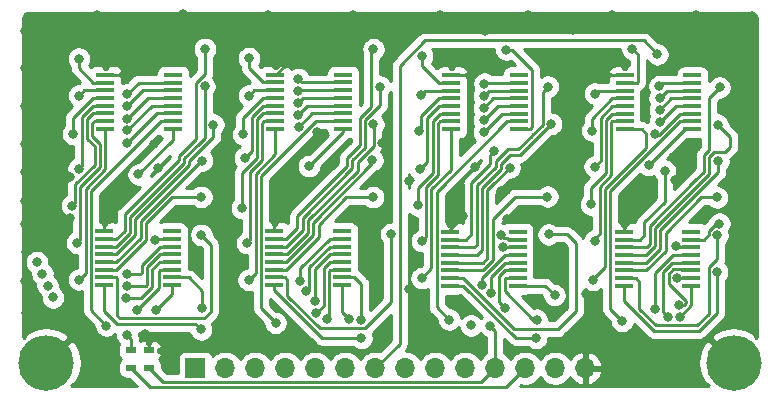
<source format=gbl>
%TF.GenerationSoftware,KiCad,Pcbnew,(5.1.9)-1*%
%TF.CreationDate,2021-05-17T19:38:56-07:00*%
%TF.ProjectId,ShiftRegBoard,53686966-7452-4656-9742-6f6172642e6b,rev?*%
%TF.SameCoordinates,Original*%
%TF.FileFunction,Copper,L4,Bot*%
%TF.FilePolarity,Positive*%
%FSLAX46Y46*%
G04 Gerber Fmt 4.6, Leading zero omitted, Abs format (unit mm)*
G04 Created by KiCad (PCBNEW (5.1.9)-1) date 2021-05-17 19:38:56*
%MOMM*%
%LPD*%
G01*
G04 APERTURE LIST*
%TA.AperFunction,SMDPad,CuDef*%
%ADD10R,1.570000X0.410000*%
%TD*%
%TA.AperFunction,ComponentPad*%
%ADD11C,4.700000*%
%TD*%
%TA.AperFunction,ComponentPad*%
%ADD12R,1.700000X1.700000*%
%TD*%
%TA.AperFunction,ComponentPad*%
%ADD13O,1.700000X1.700000*%
%TD*%
%TA.AperFunction,SMDPad,CuDef*%
%ADD14R,0.900000X0.500000*%
%TD*%
%TA.AperFunction,ViaPad*%
%ADD15C,0.800000*%
%TD*%
%TA.AperFunction,Conductor*%
%ADD16C,0.250000*%
%TD*%
%TA.AperFunction,Conductor*%
%ADD17C,0.254000*%
%TD*%
%TA.AperFunction,Conductor*%
%ADD18C,0.100000*%
%TD*%
G04 APERTURE END LIST*
D10*
%TO.P,U7,16*%
%TO.N,VCC*%
X127202800Y-41071800D03*
%TO.P,U7,15*%
%TO.N,Net-(R49-Pad2)*%
X127202800Y-40421800D03*
%TO.P,U7,14*%
%TO.N,SER7*%
X127202800Y-39771800D03*
%TO.P,U7,13*%
%TO.N,Net-(J1-Pad11)*%
X127202800Y-39121800D03*
%TO.P,U7,12*%
%TO.N,Net-(J1-Pad10)*%
X127202800Y-38471800D03*
%TO.P,U7,11*%
%TO.N,Net-(J1-Pad9)*%
X127202800Y-37821800D03*
%TO.P,U7,10*%
%TO.N,Net-(J1-Pad12)*%
X127202800Y-37171800D03*
%TO.P,U7,9*%
%TO.N,Net-(U7-Pad9)*%
X127202800Y-36521800D03*
%TO.P,U7,8*%
%TO.N,GND*%
X121462800Y-36521800D03*
%TO.P,U7,7*%
%TO.N,Net-(R56-Pad2)*%
X121462800Y-37171800D03*
%TO.P,U7,6*%
%TO.N,Net-(R55-Pad2)*%
X121462800Y-37821800D03*
%TO.P,U7,5*%
%TO.N,Net-(R54-Pad2)*%
X121462800Y-38471800D03*
%TO.P,U7,4*%
%TO.N,Net-(R53-Pad2)*%
X121462800Y-39121800D03*
%TO.P,U7,3*%
%TO.N,Net-(R52-Pad2)*%
X121462800Y-39771800D03*
%TO.P,U7,2*%
%TO.N,Net-(R51-Pad2)*%
X121462800Y-40421800D03*
%TO.P,U7,1*%
%TO.N,Net-(R50-Pad2)*%
X121462800Y-41071800D03*
%TD*%
%TO.P,U1,16*%
%TO.N,VCC*%
X83248100Y-41022700D03*
%TO.P,U1,15*%
%TO.N,Net-(R1-Pad2)*%
X83248100Y-40372700D03*
%TO.P,U1,14*%
%TO.N,SER1*%
X83248100Y-39722700D03*
%TO.P,U1,13*%
%TO.N,Net-(J1-Pad11)*%
X83248100Y-39072700D03*
%TO.P,U1,12*%
%TO.N,Net-(J1-Pad10)*%
X83248100Y-38422700D03*
%TO.P,U1,11*%
%TO.N,Net-(J1-Pad9)*%
X83248100Y-37772700D03*
%TO.P,U1,10*%
%TO.N,Net-(J1-Pad12)*%
X83248100Y-37122700D03*
%TO.P,U1,9*%
%TO.N,Net-(U1-Pad9)*%
X83248100Y-36472700D03*
%TO.P,U1,8*%
%TO.N,GND*%
X77508100Y-36472700D03*
%TO.P,U1,7*%
%TO.N,Net-(R8-Pad2)*%
X77508100Y-37122700D03*
%TO.P,U1,6*%
%TO.N,Net-(R7-Pad2)*%
X77508100Y-37772700D03*
%TO.P,U1,5*%
%TO.N,Net-(R6-Pad2)*%
X77508100Y-38422700D03*
%TO.P,U1,4*%
%TO.N,Net-(R5-Pad2)*%
X77508100Y-39072700D03*
%TO.P,U1,3*%
%TO.N,Net-(R4-Pad2)*%
X77508100Y-39722700D03*
%TO.P,U1,2*%
%TO.N,Net-(R3-Pad2)*%
X77508100Y-40372700D03*
%TO.P,U1,1*%
%TO.N,Net-(R2-Pad2)*%
X77508100Y-41022700D03*
%TD*%
%TO.P,U2,16*%
%TO.N,VCC*%
X83133800Y-54281500D03*
%TO.P,U2,15*%
%TO.N,Net-(R9-Pad2)*%
X83133800Y-53631500D03*
%TO.P,U2,14*%
%TO.N,SER2*%
X83133800Y-52981500D03*
%TO.P,U2,13*%
%TO.N,Net-(J1-Pad11)*%
X83133800Y-52331500D03*
%TO.P,U2,12*%
%TO.N,Net-(J1-Pad10)*%
X83133800Y-51681500D03*
%TO.P,U2,11*%
%TO.N,Net-(J1-Pad9)*%
X83133800Y-51031500D03*
%TO.P,U2,10*%
%TO.N,Net-(J1-Pad12)*%
X83133800Y-50381500D03*
%TO.P,U2,9*%
%TO.N,Net-(U2-Pad9)*%
X83133800Y-49731500D03*
%TO.P,U2,8*%
%TO.N,GND*%
X77393800Y-49731500D03*
%TO.P,U2,7*%
%TO.N,Net-(R16-Pad2)*%
X77393800Y-50381500D03*
%TO.P,U2,6*%
%TO.N,Net-(R15-Pad2)*%
X77393800Y-51031500D03*
%TO.P,U2,5*%
%TO.N,Net-(R14-Pad2)*%
X77393800Y-51681500D03*
%TO.P,U2,4*%
%TO.N,Net-(R13-Pad2)*%
X77393800Y-52331500D03*
%TO.P,U2,3*%
%TO.N,Net-(R12-Pad2)*%
X77393800Y-52981500D03*
%TO.P,U2,2*%
%TO.N,Net-(R11-Pad2)*%
X77393800Y-53631500D03*
%TO.P,U2,1*%
%TO.N,Net-(R10-Pad2)*%
X77393800Y-54281500D03*
%TD*%
%TO.P,U3,16*%
%TO.N,VCC*%
X97637200Y-41021000D03*
%TO.P,U3,15*%
%TO.N,Net-(R17-Pad2)*%
X97637200Y-40371000D03*
%TO.P,U3,14*%
%TO.N,SER3*%
X97637200Y-39721000D03*
%TO.P,U3,13*%
%TO.N,Net-(J1-Pad11)*%
X97637200Y-39071000D03*
%TO.P,U3,12*%
%TO.N,Net-(J1-Pad10)*%
X97637200Y-38421000D03*
%TO.P,U3,11*%
%TO.N,Net-(J1-Pad9)*%
X97637200Y-37771000D03*
%TO.P,U3,10*%
%TO.N,Net-(J1-Pad12)*%
X97637200Y-37121000D03*
%TO.P,U3,9*%
%TO.N,Net-(U3-Pad9)*%
X97637200Y-36471000D03*
%TO.P,U3,8*%
%TO.N,GND*%
X91897200Y-36471000D03*
%TO.P,U3,7*%
%TO.N,Net-(R24-Pad2)*%
X91897200Y-37121000D03*
%TO.P,U3,6*%
%TO.N,Net-(R23-Pad2)*%
X91897200Y-37771000D03*
%TO.P,U3,5*%
%TO.N,Net-(R22-Pad2)*%
X91897200Y-38421000D03*
%TO.P,U3,4*%
%TO.N,Net-(R21-Pad2)*%
X91897200Y-39071000D03*
%TO.P,U3,3*%
%TO.N,Net-(R20-Pad2)*%
X91897200Y-39721000D03*
%TO.P,U3,2*%
%TO.N,Net-(R19-Pad2)*%
X91897200Y-40371000D03*
%TO.P,U3,1*%
%TO.N,Net-(R18-Pad2)*%
X91897200Y-41021000D03*
%TD*%
%TO.P,U4,16*%
%TO.N,VCC*%
X97535600Y-54267100D03*
%TO.P,U4,15*%
%TO.N,Net-(R25-Pad2)*%
X97535600Y-53617100D03*
%TO.P,U4,14*%
%TO.N,SER4*%
X97535600Y-52967100D03*
%TO.P,U4,13*%
%TO.N,Net-(J1-Pad11)*%
X97535600Y-52317100D03*
%TO.P,U4,12*%
%TO.N,Net-(J1-Pad10)*%
X97535600Y-51667100D03*
%TO.P,U4,11*%
%TO.N,Net-(J1-Pad9)*%
X97535600Y-51017100D03*
%TO.P,U4,10*%
%TO.N,Net-(J1-Pad12)*%
X97535600Y-50367100D03*
%TO.P,U4,9*%
%TO.N,Net-(U4-Pad9)*%
X97535600Y-49717100D03*
%TO.P,U4,8*%
%TO.N,GND*%
X91795600Y-49717100D03*
%TO.P,U4,7*%
%TO.N,Net-(R32-Pad2)*%
X91795600Y-50367100D03*
%TO.P,U4,6*%
%TO.N,Net-(R31-Pad2)*%
X91795600Y-51017100D03*
%TO.P,U4,5*%
%TO.N,Net-(R30-Pad2)*%
X91795600Y-51667100D03*
%TO.P,U4,4*%
%TO.N,Net-(R29-Pad2)*%
X91795600Y-52317100D03*
%TO.P,U4,3*%
%TO.N,Net-(R28-Pad2)*%
X91795600Y-52967100D03*
%TO.P,U4,2*%
%TO.N,Net-(R27-Pad2)*%
X91795600Y-53617100D03*
%TO.P,U4,1*%
%TO.N,Net-(R26-Pad2)*%
X91795600Y-54267100D03*
%TD*%
%TO.P,U5,16*%
%TO.N,VCC*%
X112521600Y-41071800D03*
%TO.P,U5,15*%
%TO.N,Net-(R33-Pad2)*%
X112521600Y-40421800D03*
%TO.P,U5,14*%
%TO.N,SER5*%
X112521600Y-39771800D03*
%TO.P,U5,13*%
%TO.N,Net-(J1-Pad11)*%
X112521600Y-39121800D03*
%TO.P,U5,12*%
%TO.N,Net-(J1-Pad10)*%
X112521600Y-38471800D03*
%TO.P,U5,11*%
%TO.N,Net-(J1-Pad9)*%
X112521600Y-37821800D03*
%TO.P,U5,10*%
%TO.N,Net-(J1-Pad12)*%
X112521600Y-37171800D03*
%TO.P,U5,9*%
%TO.N,Net-(U5-Pad9)*%
X112521600Y-36521800D03*
%TO.P,U5,8*%
%TO.N,GND*%
X106781600Y-36521800D03*
%TO.P,U5,7*%
%TO.N,Net-(R40-Pad2)*%
X106781600Y-37171800D03*
%TO.P,U5,6*%
%TO.N,Net-(R39-Pad2)*%
X106781600Y-37821800D03*
%TO.P,U5,5*%
%TO.N,Net-(R38-Pad2)*%
X106781600Y-38471800D03*
%TO.P,U5,4*%
%TO.N,Net-(R37-Pad2)*%
X106781600Y-39121800D03*
%TO.P,U5,3*%
%TO.N,Net-(R36-Pad2)*%
X106781600Y-39771800D03*
%TO.P,U5,2*%
%TO.N,Net-(R35-Pad2)*%
X106781600Y-40421800D03*
%TO.P,U5,1*%
%TO.N,Net-(R34-Pad2)*%
X106781600Y-41071800D03*
%TD*%
%TO.P,U6,16*%
%TO.N,VCC*%
X112407300Y-54317900D03*
%TO.P,U6,15*%
%TO.N,Net-(R41-Pad2)*%
X112407300Y-53667900D03*
%TO.P,U6,14*%
%TO.N,SER6*%
X112407300Y-53017900D03*
%TO.P,U6,13*%
%TO.N,Net-(J1-Pad11)*%
X112407300Y-52367900D03*
%TO.P,U6,12*%
%TO.N,Net-(J1-Pad10)*%
X112407300Y-51717900D03*
%TO.P,U6,11*%
%TO.N,Net-(J1-Pad9)*%
X112407300Y-51067900D03*
%TO.P,U6,10*%
%TO.N,Net-(J1-Pad12)*%
X112407300Y-50417900D03*
%TO.P,U6,9*%
%TO.N,Net-(U6-Pad9)*%
X112407300Y-49767900D03*
%TO.P,U6,8*%
%TO.N,GND*%
X106667300Y-49767900D03*
%TO.P,U6,7*%
%TO.N,Net-(R48-Pad2)*%
X106667300Y-50417900D03*
%TO.P,U6,6*%
%TO.N,Net-(R47-Pad2)*%
X106667300Y-51067900D03*
%TO.P,U6,5*%
%TO.N,Net-(R46-Pad2)*%
X106667300Y-51717900D03*
%TO.P,U6,4*%
%TO.N,Net-(R45-Pad2)*%
X106667300Y-52367900D03*
%TO.P,U6,3*%
%TO.N,Net-(R44-Pad2)*%
X106667300Y-53017900D03*
%TO.P,U6,2*%
%TO.N,Net-(R43-Pad2)*%
X106667300Y-53667900D03*
%TO.P,U6,1*%
%TO.N,Net-(R42-Pad2)*%
X106667300Y-54317900D03*
%TD*%
%TO.P,U8,16*%
%TO.N,VCC*%
X127113900Y-54317900D03*
%TO.P,U8,15*%
%TO.N,Net-(R57-Pad2)*%
X127113900Y-53667900D03*
%TO.P,U8,14*%
%TO.N,SER8*%
X127113900Y-53017900D03*
%TO.P,U8,13*%
%TO.N,Net-(J1-Pad11)*%
X127113900Y-52367900D03*
%TO.P,U8,12*%
%TO.N,Net-(J1-Pad10)*%
X127113900Y-51717900D03*
%TO.P,U8,11*%
%TO.N,Net-(J1-Pad9)*%
X127113900Y-51067900D03*
%TO.P,U8,10*%
%TO.N,Net-(J1-Pad12)*%
X127113900Y-50417900D03*
%TO.P,U8,9*%
%TO.N,Net-(U8-Pad9)*%
X127113900Y-49767900D03*
%TO.P,U8,8*%
%TO.N,GND*%
X121373900Y-49767900D03*
%TO.P,U8,7*%
%TO.N,Net-(R64-Pad2)*%
X121373900Y-50417900D03*
%TO.P,U8,6*%
%TO.N,Net-(R63-Pad2)*%
X121373900Y-51067900D03*
%TO.P,U8,5*%
%TO.N,Net-(R62-Pad2)*%
X121373900Y-51717900D03*
%TO.P,U8,4*%
%TO.N,Net-(R61-Pad2)*%
X121373900Y-52367900D03*
%TO.P,U8,3*%
%TO.N,Net-(R60-Pad2)*%
X121373900Y-53017900D03*
%TO.P,U8,2*%
%TO.N,Net-(R59-Pad2)*%
X121373900Y-53667900D03*
%TO.P,U8,1*%
%TO.N,Net-(R58-Pad2)*%
X121373900Y-54317900D03*
%TD*%
D11*
%TO.P,REF\u002A\u002A,1*%
%TO.N,GND*%
X130695700Y-60845700D03*
%TD*%
%TO.P,REF\u002A\u002A,1*%
%TO.N,GND*%
X72504300Y-60845700D03*
%TD*%
D12*
%TO.P,J1,1*%
%TO.N,SER1*%
X85115400Y-61302900D03*
D13*
%TO.P,J1,2*%
%TO.N,SER2*%
X87655400Y-61302900D03*
%TO.P,J1,3*%
%TO.N,SER3*%
X90195400Y-61302900D03*
%TO.P,J1,4*%
%TO.N,SER4*%
X92735400Y-61302900D03*
%TO.P,J1,5*%
%TO.N,SER5*%
X95275400Y-61302900D03*
%TO.P,J1,6*%
%TO.N,SER6*%
X97815400Y-61302900D03*
%TO.P,J1,7*%
%TO.N,SER7*%
X100355400Y-61302900D03*
%TO.P,J1,8*%
%TO.N,SER8*%
X102895400Y-61302900D03*
%TO.P,J1,9*%
%TO.N,Net-(J1-Pad9)*%
X105435400Y-61302900D03*
%TO.P,J1,10*%
%TO.N,Net-(J1-Pad10)*%
X107975400Y-61302900D03*
%TO.P,J1,11*%
%TO.N,Net-(J1-Pad11)*%
X110515400Y-61302900D03*
%TO.P,J1,12*%
%TO.N,Net-(J1-Pad12)*%
X113055400Y-61302900D03*
%TO.P,J1,13*%
%TO.N,VCC*%
X115595400Y-61302900D03*
%TO.P,J1,14*%
%TO.N,GND*%
X118135400Y-61302900D03*
%TD*%
D14*
%TO.P,JP1,1*%
%TO.N,Net-(J1-Pad12)*%
X79679800Y-61304300D03*
%TO.P,JP1,2*%
%TO.N,VCC*%
X79679800Y-59804300D03*
%TD*%
%TO.P,JP2,2*%
%TO.N,GND*%
X81191100Y-59804300D03*
%TO.P,JP2,1*%
%TO.N,Net-(J1-Pad11)*%
X81191100Y-61304300D03*
%TD*%
D15*
%TO.N,GND*%
X107775145Y-48399698D03*
X87744300Y-34404300D03*
X87769700Y-38176200D03*
X87553800Y-42722800D03*
X87337900Y-48945800D03*
X88442800Y-57746900D03*
X102082600Y-33832800D03*
X100947198Y-42280344D03*
X124675900Y-32854900D03*
X124650500Y-35941000D03*
X125552200Y-43408600D03*
X125704600Y-45377100D03*
X122682000Y-48107600D03*
X122859800Y-58967200D03*
X118224300Y-55067200D03*
X116166900Y-53822600D03*
X117055900Y-48323500D03*
X117068600Y-45161200D03*
X117081300Y-42125900D03*
X117106700Y-37535767D03*
X117081300Y-35775900D03*
X117055900Y-32664400D03*
X109626400Y-32766000D03*
X109537500Y-35852100D03*
X107924600Y-42138600D03*
X108826300Y-44259500D03*
X111023400Y-46291500D03*
X111467900Y-48691800D03*
X107733000Y-56108600D03*
X103251000Y-54610000D03*
X100711000Y-53505100D03*
X101219000Y-48285400D03*
X103212900Y-45440600D03*
X95110300Y-32715200D03*
X95135700Y-35692249D03*
X95457853Y-41305053D03*
X96342200Y-44094400D03*
X94157800Y-46583600D03*
X87553800Y-45300900D03*
X87718900Y-32816800D03*
X80365600Y-32727900D03*
X80378300Y-35890200D03*
X81584800Y-42329100D03*
X81965800Y-44335700D03*
X78892400Y-46875700D03*
X80900100Y-58394600D03*
X70764400Y-56654700D03*
X70777100Y-51473100D03*
X74513301Y-48564800D03*
X74513301Y-45120782D03*
X70688200Y-42303700D03*
X70726300Y-39116000D03*
X70726300Y-35864800D03*
X70726300Y-32791400D03*
X76835000Y-31381700D03*
X91236800Y-31419800D03*
X98450400Y-31369000D03*
X105854500Y-31394400D03*
X113322100Y-31369000D03*
X120434100Y-31381700D03*
X127533400Y-31369000D03*
X132270500Y-31457900D03*
X132270500Y-35661600D03*
X132270500Y-40347900D03*
X132270500Y-44945300D03*
X132308600Y-49212500D03*
X132270500Y-53086000D03*
X132295900Y-57442100D03*
X127114300Y-62509400D03*
X79375000Y-62522100D03*
X76149200Y-62534800D03*
X70726300Y-53962300D03*
X70700900Y-49136300D03*
X70688200Y-47193200D03*
X70688200Y-44704000D03*
X84074000Y-31318200D03*
%TO.N,VCC*%
X115533901Y-55130700D03*
X126149100Y-56965590D03*
X123494953Y-44119953D03*
X111442500Y-34340800D03*
X98161622Y-57181272D03*
X94742000Y-44208700D03*
X81775300Y-56368690D03*
X80302100Y-44907200D03*
X79349600Y-58470800D03*
%TO.N,Net-(J1-Pad12)*%
X111025185Y-50031689D03*
X129483886Y-49065686D03*
X124418874Y-37419503D03*
X109585101Y-37217314D03*
X94012080Y-53947398D03*
X93850883Y-36817248D03*
X79338104Y-38121166D03*
X108458000Y-57683400D03*
X71713271Y-52332402D03*
X81674800Y-50453451D03*
%TO.N,Net-(J1-Pad11)*%
X110122289Y-54940200D03*
X125149097Y-56965590D03*
X124462397Y-40451897D03*
X109552540Y-40305248D03*
X95376008Y-56617592D03*
X93835384Y-39851575D03*
X79236400Y-55368689D03*
X79353775Y-41181413D03*
X110070900Y-57721500D03*
X73063301Y-55308500D03*
%TO.N,Net-(J1-Pad10)*%
X109395137Y-54253721D03*
X124026425Y-56296237D03*
X124439247Y-39449742D03*
X109552750Y-39279733D03*
X95250589Y-55619595D03*
X93846340Y-38815314D03*
X79307709Y-54371233D03*
X79336616Y-40173266D03*
X72613291Y-54315988D03*
%TO.N,Net-(J1-Pad9)*%
X111173193Y-51020776D03*
X125835924Y-50992900D03*
X124423391Y-38440292D03*
X109546411Y-38260767D03*
X94525589Y-54805484D03*
X93804647Y-37816181D03*
X79343488Y-53371871D03*
X79332375Y-39152201D03*
X72163281Y-53315985D03*
%TO.N,SER8*%
X126071633Y-55968593D03*
%TO.N,SER7*%
X124076197Y-41488097D03*
X124244100Y-34734500D03*
%TO.N,SER6*%
X111371658Y-56230242D03*
%TO.N,SER5*%
X109553747Y-41329347D03*
%TO.N,SER4*%
X96226136Y-57144171D03*
%TO.N,SER3*%
X93861047Y-40851247D03*
%TO.N,SER2*%
X80175100Y-56368690D03*
%TO.N,SER1*%
X79309547Y-42250947D03*
%TO.N,Net-(R1-Pad2)*%
X77592347Y-57713453D03*
%TO.N,Net-(R2-Pad2)*%
X75268518Y-53803343D03*
%TO.N,Net-(R3-Pad2)*%
X75108789Y-50699437D03*
%TO.N,Net-(R4-Pad2)*%
X74658779Y-47548800D03*
%TO.N,Net-(R5-Pad2)*%
X75232949Y-44418316D03*
%TO.N,Net-(R6-Pad2)*%
X74773080Y-41465500D03*
%TO.N,Net-(R7-Pad2)*%
X75270148Y-38233884D03*
%TO.N,Net-(R8-Pad2)*%
X75249633Y-35096085D03*
%TO.N,Net-(R9-Pad2)*%
X85686900Y-56210200D03*
%TO.N,Net-(R10-Pad2)*%
X85610700Y-58026300D03*
%TO.N,Net-(R11-Pad2)*%
X85623400Y-50012600D03*
%TO.N,Net-(R12-Pad2)*%
X85623400Y-46812200D03*
%TO.N,Net-(R13-Pad2)*%
X85699600Y-43726100D03*
%TO.N,Net-(R14-Pad2)*%
X86639400Y-40678100D03*
%TO.N,Net-(R15-Pad2)*%
X85902800Y-37452300D03*
%TO.N,Net-(R16-Pad2)*%
X85928200Y-34277300D03*
%TO.N,Net-(R17-Pad2)*%
X91909900Y-57467500D03*
%TO.N,Net-(R18-Pad2)*%
X89629040Y-53838919D03*
%TO.N,Net-(R19-Pad2)*%
X89510589Y-50712803D03*
%TO.N,Net-(R20-Pad2)*%
X89060579Y-47764700D03*
%TO.N,Net-(R21-Pad2)*%
X89312332Y-43490732D03*
%TO.N,Net-(R22-Pad2)*%
X89162179Y-41516300D03*
%TO.N,Net-(R23-Pad2)*%
X89654672Y-38225883D03*
%TO.N,Net-(R24-Pad2)*%
X89655538Y-35053044D03*
%TO.N,Net-(R25-Pad2)*%
X99161600Y-57188100D03*
%TO.N,Net-(R26-Pad2)*%
X99174300Y-58762900D03*
%TO.N,Net-(R27-Pad2)*%
X101688900Y-49961800D03*
%TO.N,Net-(R28-Pad2)*%
X100164900Y-46824900D03*
%TO.N,Net-(R29-Pad2)*%
X100114100Y-43700700D03*
%TO.N,Net-(R30-Pad2)*%
X100203000Y-40665400D03*
%TO.N,Net-(R31-Pad2)*%
X100736400Y-37477700D03*
%TO.N,Net-(R32-Pad2)*%
X100203000Y-34302700D03*
%TO.N,Net-(R33-Pad2)*%
X106603800Y-57200800D03*
%TO.N,Net-(R34-Pad2)*%
X104286775Y-53685012D03*
%TO.N,Net-(R35-Pad2)*%
X104304139Y-50560545D03*
%TO.N,Net-(R36-Pad2)*%
X103932279Y-47524034D03*
%TO.N,Net-(R37-Pad2)*%
X104126685Y-44475684D03*
%TO.N,Net-(R38-Pad2)*%
X104046579Y-41202972D03*
%TO.N,Net-(R39-Pad2)*%
X104213838Y-38168983D03*
%TO.N,Net-(R40-Pad2)*%
X104309738Y-34896630D03*
%TO.N,Net-(R41-Pad2)*%
X114007900Y-57200800D03*
%TO.N,Net-(R42-Pad2)*%
X113982500Y-58750200D03*
%TO.N,Net-(R43-Pad2)*%
X115023900Y-49974500D03*
%TO.N,Net-(R44-Pad2)*%
X114922300Y-46786800D03*
%TO.N,Net-(R45-Pad2)*%
X111719790Y-44338485D03*
%TO.N,Net-(R46-Pad2)*%
X115252500Y-40627300D03*
%TO.N,Net-(R47-Pad2)*%
X114973100Y-37477700D03*
%TO.N,Net-(R48-Pad2)*%
X110373929Y-42949629D03*
%TO.N,Net-(R49-Pad2)*%
X121246900Y-57302400D03*
%TO.N,Net-(R50-Pad2)*%
X118786837Y-53824483D03*
%TO.N,Net-(R51-Pad2)*%
X118933441Y-50537927D03*
%TO.N,Net-(R52-Pad2)*%
X118618580Y-47434500D03*
%TO.N,Net-(R53-Pad2)*%
X118917920Y-44239386D03*
%TO.N,Net-(R54-Pad2)*%
X118720119Y-41193113D03*
%TO.N,Net-(R55-Pad2)*%
X118938521Y-38067486D03*
%TO.N,Net-(R56-Pad2)*%
X122123200Y-34290000D03*
%TO.N,Net-(R57-Pad2)*%
X125926436Y-53667900D03*
%TO.N,Net-(R58-Pad2)*%
X129298700Y-53149500D03*
%TO.N,Net-(R59-Pad2)*%
X129311400Y-50050700D03*
%TO.N,Net-(R60-Pad2)*%
X129298700Y-46850300D03*
%TO.N,Net-(R61-Pad2)*%
X129400300Y-43764200D03*
%TO.N,Net-(R62-Pad2)*%
X129336800Y-40678100D03*
%TO.N,Net-(R63-Pad2)*%
X129514600Y-37528500D03*
%TO.N,Net-(R64-Pad2)*%
X124879100Y-44615100D03*
%TD*%
D16*
%TO.N,GND*%
X106667300Y-49507543D02*
X107775145Y-48399698D01*
X106667300Y-49767900D02*
X106667300Y-49507543D01*
X79795800Y-36472700D02*
X80378300Y-35890200D01*
X77508100Y-36472700D02*
X79795800Y-36472700D01*
X77393800Y-48374300D02*
X78892400Y-46875700D01*
X77393800Y-49731500D02*
X77393800Y-48374300D01*
X91795600Y-48945800D02*
X94157800Y-46583600D01*
X91795600Y-49717100D02*
X91795600Y-48945800D01*
X92675951Y-35692249D02*
X95135700Y-35692249D01*
X91897200Y-36471000D02*
X92675951Y-35692249D01*
X108867800Y-36521800D02*
X109537500Y-35852100D01*
X106781600Y-36521800D02*
X108867800Y-36521800D01*
X117827200Y-36521800D02*
X117081300Y-35775900D01*
X121462800Y-36521800D02*
X117827200Y-36521800D01*
X121373900Y-49415700D02*
X122682000Y-48107600D01*
X121373900Y-49767900D02*
X121373900Y-49415700D01*
X81191100Y-58685600D02*
X80900100Y-58394600D01*
X81191100Y-59804300D02*
X81191100Y-58685600D01*
%TO.N,VCC*%
X114721101Y-54317900D02*
X115533901Y-55130700D01*
X112407300Y-54317900D02*
X114721101Y-54317900D01*
X127113900Y-56000790D02*
X126149100Y-56965590D01*
X127113900Y-54317900D02*
X127113900Y-56000790D01*
X126543106Y-41071800D02*
X123494953Y-44119953D01*
X127202800Y-41071800D02*
X126543106Y-41071800D01*
X111915602Y-34340800D02*
X111442500Y-34340800D01*
X113631601Y-36056799D02*
X111915602Y-34340800D01*
X113631601Y-40886801D02*
X113631601Y-36056799D01*
X113446602Y-41071800D02*
X113631601Y-40886801D01*
X112521600Y-41071800D02*
X113446602Y-41071800D01*
X97535600Y-56555250D02*
X98161622Y-57181272D01*
X97535600Y-54267100D02*
X97535600Y-56555250D01*
X97637200Y-41313500D02*
X94742000Y-44208700D01*
X97637200Y-41021000D02*
X97637200Y-41313500D01*
X83133800Y-55010190D02*
X81775300Y-56368690D01*
X83133800Y-54281500D02*
X83133800Y-55010190D01*
X83248100Y-41961200D02*
X80302100Y-44907200D01*
X83248100Y-41022700D02*
X83248100Y-41961200D01*
X79679800Y-58801000D02*
X79349600Y-58470800D01*
X79679800Y-59804300D02*
X79679800Y-58801000D01*
%TO.N,Net-(J1-Pad12)*%
X111289271Y-50295775D02*
X111025185Y-50031689D01*
X111521194Y-50295775D02*
X111289271Y-50295775D01*
X111643319Y-50417900D02*
X111521194Y-50295775D01*
X112407300Y-50417900D02*
X111643319Y-50417900D01*
X128586399Y-49702699D02*
X129223412Y-49065686D01*
X128586399Y-49980401D02*
X128586399Y-49702699D01*
X128148900Y-50417900D02*
X128586399Y-49980401D01*
X129223412Y-49065686D02*
X129483886Y-49065686D01*
X127113900Y-50417900D02*
X128148900Y-50417900D01*
X124666577Y-37171800D02*
X124418874Y-37419503D01*
X127202800Y-37171800D02*
X124666577Y-37171800D01*
X109630615Y-37171800D02*
X109585101Y-37217314D01*
X112521600Y-37171800D02*
X109630615Y-37171800D01*
X94012080Y-52855620D02*
X94012080Y-53947398D01*
X96500600Y-50367100D02*
X94012080Y-52855620D01*
X97535600Y-50367100D02*
X96500600Y-50367100D01*
X94154635Y-37121000D02*
X93850883Y-36817248D01*
X97637200Y-37121000D02*
X94154635Y-37121000D01*
X80336570Y-37122700D02*
X79338104Y-38121166D01*
X83248100Y-37122700D02*
X80336570Y-37122700D01*
X81746751Y-50381500D02*
X81674800Y-50453451D01*
X83133800Y-50381500D02*
X81746751Y-50381500D01*
X111430389Y-62927911D02*
X113055400Y-61302900D01*
X81303411Y-62927911D02*
X111430389Y-62927911D01*
X79679800Y-61304300D02*
X81303411Y-62927911D01*
%TO.N,Net-(J1-Pad11)*%
X110122289Y-53617911D02*
X110122289Y-54940200D01*
X111372300Y-52367900D02*
X110122289Y-53617911D01*
X112407300Y-52367900D02*
X111372300Y-52367900D01*
X124751425Y-56567918D02*
X125149097Y-56965590D01*
X124751425Y-53133499D02*
X124751425Y-56567918D01*
X125517024Y-52367900D02*
X124751425Y-53133499D01*
X127113900Y-52367900D02*
X125517024Y-52367900D01*
X125792494Y-39121800D02*
X124462397Y-40451897D01*
X127202800Y-39121800D02*
X125792494Y-39121800D01*
X110735988Y-39121800D02*
X109552540Y-40305248D01*
X112521600Y-39121800D02*
X110735988Y-39121800D01*
X96500600Y-52317100D02*
X95975589Y-52842111D01*
X97535600Y-52317100D02*
X96500600Y-52317100D01*
X95975589Y-56018011D02*
X95376008Y-56617592D01*
X95975589Y-52842111D02*
X95975589Y-56018011D01*
X94615959Y-39071000D02*
X93835384Y-39851575D01*
X97637200Y-39071000D02*
X94615959Y-39071000D01*
X82098800Y-52331500D02*
X81490390Y-52939910D01*
X83133800Y-52331500D02*
X82098800Y-52331500D01*
X81490390Y-52939910D02*
X81490390Y-54423600D01*
X80545301Y-55368689D02*
X79236400Y-55368689D01*
X81490390Y-54423600D02*
X80545301Y-55368689D01*
X81462488Y-39072700D02*
X79353775Y-41181413D01*
X83248100Y-39072700D02*
X81462488Y-39072700D01*
X110515400Y-61302900D02*
X110515400Y-58166000D01*
X110515400Y-58166000D02*
X110070900Y-57721500D01*
X109340399Y-62477901D02*
X110515400Y-61302900D01*
X82364701Y-62477901D02*
X109340399Y-62477901D01*
X81191100Y-61304300D02*
X82364701Y-62477901D01*
%TO.N,Net-(J1-Pad10)*%
X109395137Y-53695063D02*
X109395137Y-54253721D01*
X111372300Y-51717900D02*
X109395137Y-53695063D01*
X112407300Y-51717900D02*
X111372300Y-51717900D01*
X124026425Y-53222089D02*
X124026425Y-56296237D01*
X125530614Y-51717900D02*
X124026425Y-53222089D01*
X127113900Y-51717900D02*
X125530614Y-51717900D01*
X125417189Y-38471800D02*
X124439247Y-39449742D01*
X127202800Y-38471800D02*
X125417189Y-38471800D01*
X110360683Y-38471800D02*
X109552750Y-39279733D01*
X112521600Y-38471800D02*
X110360683Y-38471800D01*
X95250589Y-52917111D02*
X95250589Y-55619595D01*
X96500600Y-51667100D02*
X95250589Y-52917111D01*
X97535600Y-51667100D02*
X96500600Y-51667100D01*
X94240654Y-38421000D02*
X93846340Y-38815314D01*
X97637200Y-38421000D02*
X94240654Y-38421000D01*
X82098800Y-51681500D02*
X81040380Y-52739920D01*
X83133800Y-51681500D02*
X82098800Y-51681500D01*
X81040380Y-52739920D02*
X81040380Y-54237200D01*
X80906347Y-54371233D02*
X79307709Y-54371233D01*
X81040380Y-54237200D02*
X80906347Y-54371233D01*
X81087182Y-38422700D02*
X79336616Y-40173266D01*
X83248100Y-38422700D02*
X81087182Y-38422700D01*
%TO.N,Net-(J1-Pad9)*%
X111220317Y-51067900D02*
X111173193Y-51020776D01*
X112407300Y-51067900D02*
X111220317Y-51067900D01*
X125910924Y-51067900D02*
X125835924Y-50992900D01*
X127113900Y-51067900D02*
X125910924Y-51067900D01*
X125041883Y-37821800D02*
X124423391Y-38440292D01*
X127202800Y-37821800D02*
X125041883Y-37821800D01*
X109985378Y-37821800D02*
X109546411Y-38260767D01*
X112521600Y-37821800D02*
X109985378Y-37821800D01*
X96500600Y-51017100D02*
X94754700Y-52763000D01*
X97535600Y-51017100D02*
X96500600Y-51017100D01*
X94754700Y-54576373D02*
X94525589Y-54805484D01*
X94754700Y-52763000D02*
X94754700Y-54576373D01*
X93849828Y-37771000D02*
X93804647Y-37816181D01*
X97637200Y-37771000D02*
X93849828Y-37771000D01*
X83133800Y-51031500D02*
X82112390Y-51031500D01*
X82112390Y-51031500D02*
X80590370Y-52553520D01*
X80590370Y-52553520D02*
X80590370Y-53216830D01*
X80435329Y-53371871D02*
X79343488Y-53371871D01*
X80590370Y-53216830D02*
X80435329Y-53371871D01*
X80711876Y-37772700D02*
X79332375Y-39152201D01*
X83248100Y-37772700D02*
X80711876Y-37772700D01*
%TO.N,SER8*%
X125201435Y-53319899D02*
X125201435Y-54144935D01*
X125578435Y-52942899D02*
X125201435Y-53319899D01*
X126274437Y-52942899D02*
X125578435Y-52942899D01*
X126349438Y-53017900D02*
X126274437Y-52942899D01*
X127113900Y-53017900D02*
X126349438Y-53017900D01*
X126657100Y-55600600D02*
X126657100Y-55821180D01*
X125201435Y-54144935D02*
X126657100Y-55600600D01*
X126509687Y-55968593D02*
X126071633Y-55968593D01*
X126657100Y-55821180D02*
X126509687Y-55968593D01*
%TO.N,SER7*%
X124383800Y-41555800D02*
X124143900Y-41555800D01*
X126167800Y-39771800D02*
X124383800Y-41555800D01*
X124143900Y-41555800D02*
X124076197Y-41488097D01*
X127202800Y-39771800D02*
X126167800Y-39771800D01*
X104568367Y-33564999D02*
X123074599Y-33564999D01*
X102413901Y-35719465D02*
X104568367Y-33564999D01*
X102413901Y-59244399D02*
X102413901Y-35719465D01*
X100355400Y-61302900D02*
X102413901Y-59244399D01*
X123074599Y-33564999D02*
X124244100Y-34734500D01*
%TO.N,SER6*%
X110847289Y-55705873D02*
X111371658Y-56230242D01*
X110847289Y-53542911D02*
X110847289Y-55705873D01*
X111372300Y-53017900D02*
X110847289Y-53542911D01*
X112407300Y-53017900D02*
X111372300Y-53017900D01*
%TO.N,SER5*%
X111111294Y-39771800D02*
X109553747Y-41329347D01*
X112521600Y-39771800D02*
X111111294Y-39771800D01*
%TO.N,SER4*%
X96500600Y-52967100D02*
X96425599Y-53042101D01*
X97535600Y-52967100D02*
X96500600Y-52967100D01*
X96425599Y-56944708D02*
X96226136Y-57144171D01*
X96425599Y-53042101D02*
X96425599Y-56944708D01*
%TO.N,SER3*%
X94991294Y-39721000D02*
X93861047Y-40851247D01*
X97637200Y-39721000D02*
X94991294Y-39721000D01*
%TO.N,SER2*%
X80181710Y-56368690D02*
X80175100Y-56368690D01*
X82023799Y-54526601D02*
X80181710Y-56368690D01*
X82023799Y-53056501D02*
X82023799Y-54526601D01*
X82098800Y-52981500D02*
X82023799Y-53056501D01*
X83133800Y-52981500D02*
X82098800Y-52981500D01*
%TO.N,SER1*%
X81837794Y-39722700D02*
X79309547Y-42250947D01*
X83248100Y-39722700D02*
X81837794Y-39722700D01*
%TO.N,Net-(R1-Pad2)*%
X76283799Y-56404905D02*
X77592347Y-57713453D01*
X76283799Y-46302001D02*
X76283799Y-56404905D01*
X82213100Y-40372700D02*
X76283799Y-46302001D01*
X83248100Y-40372700D02*
X82213100Y-40372700D01*
%TO.N,Net-(R2-Pad2)*%
X77508100Y-41022700D02*
X77508100Y-44441290D01*
X77508100Y-44441290D02*
X75833789Y-46115601D01*
X75833789Y-53238072D02*
X75268518Y-53803343D01*
X75833789Y-46115601D02*
X75833789Y-53238072D01*
%TO.N,Net-(R3-Pad2)*%
X76398099Y-41688999D02*
X77058090Y-42348990D01*
X76398099Y-40557699D02*
X76398099Y-41688999D01*
X76583098Y-40372700D02*
X76398099Y-40557699D01*
X77508100Y-40372700D02*
X76583098Y-40372700D01*
X77058090Y-42348990D02*
X77058090Y-44254890D01*
X77058090Y-44254890D02*
X75383779Y-45929201D01*
X75383779Y-50424447D02*
X75108789Y-50699437D01*
X75383779Y-45929201D02*
X75383779Y-50424447D01*
%TO.N,Net-(R4-Pad2)*%
X75948089Y-40247711D02*
X75948090Y-41875400D01*
X76473100Y-39722700D02*
X75948089Y-40247711D01*
X77508100Y-39722700D02*
X76473100Y-39722700D01*
X76608080Y-42535390D02*
X76608080Y-44068490D01*
X75948090Y-41875400D02*
X76608080Y-42535390D01*
X76608080Y-44068490D02*
X74933769Y-45742801D01*
X74933769Y-47273810D02*
X74658779Y-47548800D01*
X74933769Y-45742801D02*
X74933769Y-47273810D01*
%TO.N,Net-(R5-Pad2)*%
X76486690Y-39072700D02*
X75498080Y-40061312D01*
X77508100Y-39072700D02*
X76486690Y-39072700D01*
X75498080Y-44153185D02*
X75232949Y-44418316D01*
X75498080Y-40061312D02*
X75498080Y-44153185D01*
%TO.N,Net-(R6-Pad2)*%
X74773080Y-40122720D02*
X74773080Y-41465500D01*
X76473100Y-38422700D02*
X74773080Y-40122720D01*
X77508100Y-38422700D02*
X76473100Y-38422700D01*
%TO.N,Net-(R7-Pad2)*%
X75731332Y-37772700D02*
X75270148Y-38233884D01*
X77508100Y-37772700D02*
X75731332Y-37772700D01*
%TO.N,Net-(R8-Pad2)*%
X75249633Y-35899233D02*
X75249633Y-35096085D01*
X76473100Y-37122700D02*
X75249633Y-35899233D01*
X77508100Y-37122700D02*
X76473100Y-37122700D01*
%TO.N,Net-(R9-Pad2)*%
X83133800Y-53631500D02*
X84568700Y-53631500D01*
X85686900Y-54749700D02*
X85686900Y-56210200D01*
X84568700Y-53631500D02*
X85686900Y-54749700D01*
%TO.N,Net-(R10-Pad2)*%
X77393800Y-54281500D02*
X77393800Y-56489600D01*
X77393800Y-56489600D02*
X78447900Y-57543700D01*
X85128100Y-57543700D02*
X85610700Y-58026300D01*
X78447900Y-57543700D02*
X85128100Y-57543700D01*
%TO.N,Net-(R11-Pad2)*%
X78428800Y-53631500D02*
X78511400Y-53714100D01*
X77393800Y-53631500D02*
X78428800Y-53631500D01*
X78511400Y-56883300D02*
X78721790Y-57093690D01*
X78511400Y-53714100D02*
X78511400Y-56883300D01*
X86411901Y-56558201D02*
X86411901Y-50851901D01*
X85876412Y-57093690D02*
X86411901Y-56558201D01*
X78721790Y-57093690D02*
X85876412Y-57093690D01*
X85623400Y-50063400D02*
X85623400Y-50012600D01*
X86411901Y-50851901D02*
X85623400Y-50063400D01*
%TO.N,Net-(R12-Pad2)*%
X78428800Y-52981500D02*
X80949800Y-50460500D01*
X77393800Y-52981500D02*
X78428800Y-52981500D01*
X80949800Y-50460500D02*
X80949800Y-49034700D01*
X83172300Y-46812200D02*
X85623400Y-46812200D01*
X80949800Y-49034700D02*
X83172300Y-46812200D01*
%TO.N,Net-(R13-Pad2)*%
X77393800Y-52331500D02*
X78442390Y-52331500D01*
X80499790Y-50274100D02*
X80499791Y-48848299D01*
X78442390Y-52331500D02*
X80499790Y-50274100D01*
X85621990Y-43726100D02*
X85699600Y-43726100D01*
X80499791Y-48848299D02*
X85621990Y-43726100D01*
%TO.N,Net-(R14-Pad2)*%
X80049781Y-50060519D02*
X80049782Y-48661898D01*
X78428800Y-51681500D02*
X80049781Y-50060519D01*
X77393800Y-51681500D02*
X78428800Y-51681500D01*
X80049782Y-48661898D02*
X84625040Y-44086640D01*
X84625040Y-43727658D02*
X85598000Y-42754698D01*
X84625040Y-44086640D02*
X84625040Y-43727658D01*
X85598000Y-42754698D02*
X85616902Y-42754698D01*
X86639400Y-41732200D02*
X86639400Y-40678100D01*
X85616902Y-42754698D02*
X86639400Y-41732200D01*
%TO.N,Net-(R15-Pad2)*%
X77393800Y-51031500D02*
X78442390Y-51031500D01*
X79599772Y-49874118D02*
X79599773Y-48475497D01*
X78442390Y-51031500D02*
X79599772Y-49874118D01*
X84175030Y-43900240D02*
X84175031Y-43541257D01*
X79599773Y-48475497D02*
X84175030Y-43900240D01*
X85411600Y-42304688D02*
X85430502Y-42304688D01*
X84175031Y-43541257D02*
X85411600Y-42304688D01*
X85430502Y-42304688D02*
X85902800Y-41832390D01*
X85902800Y-41832390D02*
X85902800Y-37452300D01*
%TO.N,Net-(R16-Pad2)*%
X78428800Y-50381500D02*
X79149763Y-49660537D01*
X77393800Y-50381500D02*
X78428800Y-50381500D01*
X79149763Y-49660537D02*
X79149764Y-48289096D01*
X83725021Y-43713839D02*
X83725022Y-43354856D01*
X79149764Y-48289096D02*
X83725021Y-43713839D01*
X85177799Y-41902079D02*
X85177799Y-37135901D01*
X83725022Y-43354856D02*
X85177799Y-41902079D01*
X85928200Y-36385500D02*
X85928200Y-34277300D01*
X85177799Y-37135901D02*
X85928200Y-36385500D01*
%TO.N,Net-(R17-Pad2)*%
X97637200Y-40371000D02*
X95366600Y-40371000D01*
X90685599Y-56243199D02*
X91909900Y-57467500D01*
X90685599Y-45052001D02*
X90685599Y-56243199D01*
X95366600Y-40371000D02*
X90685599Y-45052001D01*
%TO.N,Net-(R18-Pad2)*%
X91897200Y-41021000D02*
X91897200Y-43203990D01*
X91897200Y-43203990D02*
X90235589Y-44865601D01*
X90235589Y-53232370D02*
X89629040Y-53838919D01*
X90235589Y-44865601D02*
X90235589Y-53232370D01*
%TO.N,Net-(R19-Pad2)*%
X90787199Y-40555999D02*
X90787199Y-43677581D01*
X90972198Y-40371000D02*
X90787199Y-40555999D01*
X91897200Y-40371000D02*
X90972198Y-40371000D01*
X90787199Y-43677581D02*
X89785579Y-44679201D01*
X89785579Y-50437813D02*
X89510589Y-50712803D01*
X89785579Y-44679201D02*
X89785579Y-50437813D01*
%TO.N,Net-(R20-Pad2)*%
X90862200Y-39721000D02*
X90337189Y-40246011D01*
X91897200Y-39721000D02*
X90862200Y-39721000D01*
X90337189Y-40246011D02*
X90337189Y-43491181D01*
X89060579Y-44767791D02*
X89060579Y-47764700D01*
X90337189Y-43491181D02*
X89060579Y-44767791D01*
%TO.N,Net-(R21-Pad2)*%
X90875790Y-39071000D02*
X89887179Y-40059611D01*
X91897200Y-39071000D02*
X90875790Y-39071000D01*
X89887179Y-42915885D02*
X89312332Y-43490732D01*
X89887179Y-40059611D02*
X89887179Y-42915885D01*
%TO.N,Net-(R22-Pad2)*%
X89162179Y-40121021D02*
X89162179Y-41516300D01*
X90862200Y-38421000D02*
X89162179Y-40121021D01*
X91897200Y-38421000D02*
X90862200Y-38421000D01*
%TO.N,Net-(R23-Pad2)*%
X90109555Y-37771000D02*
X89654672Y-38225883D01*
X91897200Y-37771000D02*
X90109555Y-37771000D01*
%TO.N,Net-(R24-Pad2)*%
X89655538Y-35914338D02*
X89655538Y-35053044D01*
X90862200Y-37121000D02*
X89655538Y-35914338D01*
X91897200Y-37121000D02*
X90862200Y-37121000D01*
%TO.N,Net-(R25-Pad2)*%
X99161600Y-54208100D02*
X99161600Y-57188100D01*
X98570600Y-53617100D02*
X99161600Y-54208100D01*
X97535600Y-53617100D02*
X98570600Y-53617100D01*
%TO.N,Net-(R26-Pad2)*%
X91795600Y-54267100D02*
X91795600Y-54698900D01*
X95859600Y-58762900D02*
X99174300Y-58762900D01*
X91795600Y-54698900D02*
X95859600Y-58762900D01*
%TO.N,Net-(R27-Pad2)*%
X92905601Y-53802099D02*
X92905601Y-55172491D01*
X92720602Y-53617100D02*
X92905601Y-53802099D01*
X91795600Y-53617100D02*
X92720602Y-53617100D01*
X95646211Y-57913101D02*
X99490699Y-57913101D01*
X92905601Y-55172491D02*
X95646211Y-57913101D01*
X101688900Y-55714900D02*
X101688900Y-49961800D01*
X99490699Y-57913101D02*
X101688900Y-55714900D01*
%TO.N,Net-(R28-Pad2)*%
X92830600Y-52967100D02*
X95554800Y-50242900D01*
X91795600Y-52967100D02*
X92830600Y-52967100D01*
X95554800Y-50242900D02*
X95554800Y-49174400D01*
X97904300Y-46824900D02*
X100164900Y-46824900D01*
X95554800Y-49174400D02*
X97904300Y-46824900D01*
%TO.N,Net-(R29-Pad2)*%
X95104790Y-50042910D02*
X95104791Y-48987999D01*
X92830600Y-52317100D02*
X95104790Y-50042910D01*
X91795600Y-52317100D02*
X92830600Y-52317100D01*
X100114100Y-43978690D02*
X100114100Y-43700700D01*
X95104791Y-48987999D02*
X100114100Y-43978690D01*
%TO.N,Net-(R30-Pad2)*%
X94654781Y-49856509D02*
X94654782Y-48801598D01*
X92844190Y-51667100D02*
X94654781Y-49856509D01*
X91795600Y-51667100D02*
X92844190Y-51667100D01*
X94654782Y-48801598D02*
X98869500Y-44586880D01*
X98869500Y-43872298D02*
X100222198Y-42519600D01*
X98869500Y-44586880D02*
X98869500Y-43872298D01*
X100222198Y-40684598D02*
X100203000Y-40665400D01*
X100222198Y-42519600D02*
X100222198Y-40684598D01*
%TO.N,Net-(R31-Pad2)*%
X94204772Y-49642928D02*
X94204773Y-48615197D01*
X92830600Y-51017100D02*
X94204772Y-49642928D01*
X91795600Y-51017100D02*
X92830600Y-51017100D01*
X98419490Y-44400480D02*
X98419491Y-43685897D01*
X94204773Y-48615197D02*
X98419490Y-44400480D01*
X99477999Y-42627389D02*
X99477999Y-40323601D01*
X98419491Y-43685897D02*
X99477999Y-42627389D01*
X100736400Y-39065200D02*
X100736400Y-37477700D01*
X99477999Y-40323601D02*
X100736400Y-39065200D01*
%TO.N,Net-(R32-Pad2)*%
X93754763Y-49442937D02*
X93754764Y-48428796D01*
X92830600Y-50367100D02*
X93754763Y-49442937D01*
X91795600Y-50367100D02*
X92830600Y-50367100D01*
X97969481Y-44214079D02*
X97969482Y-43499496D01*
X93754764Y-48428796D02*
X97969481Y-44214079D01*
X99027989Y-42440989D02*
X99027990Y-40137200D01*
X97969482Y-43499496D02*
X99027989Y-42440989D01*
X99027990Y-40137200D02*
X99961700Y-39203490D01*
X99961700Y-34544000D02*
X100203000Y-34302700D01*
X99961700Y-39203490D02*
X99961700Y-34544000D01*
%TO.N,Net-(R33-Pad2)*%
X105557299Y-56154299D02*
X106603800Y-57200800D01*
X105557299Y-46351101D02*
X105557299Y-56154299D01*
X111486600Y-40421800D02*
X105557299Y-46351101D01*
X112521600Y-40421800D02*
X111486600Y-40421800D01*
%TO.N,Net-(R34-Pad2)*%
X106781600Y-41071800D02*
X106781600Y-44490390D01*
X106781600Y-44490390D02*
X105107289Y-46164701D01*
X105107289Y-52864498D02*
X104286775Y-53685012D01*
X105107289Y-46164701D02*
X105107289Y-52864498D01*
%TO.N,Net-(R35-Pad2)*%
X105671599Y-40606799D02*
X105671599Y-44963981D01*
X105856598Y-40421800D02*
X105671599Y-40606799D01*
X106781600Y-40421800D02*
X105856598Y-40421800D01*
X105671599Y-44963981D02*
X104657279Y-45978301D01*
X104657279Y-50207405D02*
X104304139Y-50560545D01*
X104657279Y-45978301D02*
X104657279Y-50207405D01*
%TO.N,Net-(R36-Pad2)*%
X105870188Y-39771800D02*
X105221589Y-40420399D01*
X106781600Y-39771800D02*
X105870188Y-39771800D01*
X105221589Y-40420399D02*
X105221589Y-44777581D01*
X103932279Y-46066891D02*
X103932279Y-47524034D01*
X105221589Y-44777581D02*
X103932279Y-46066891D01*
%TO.N,Net-(R37-Pad2)*%
X105746600Y-39121800D02*
X104771579Y-40096821D01*
X106781600Y-39121800D02*
X105746600Y-39121800D01*
X104771579Y-40096821D02*
X104771579Y-43728567D01*
X104771579Y-43830790D02*
X104126685Y-44475684D01*
X104771579Y-43728567D02*
X104771579Y-43830790D01*
%TO.N,Net-(R38-Pad2)*%
X105746600Y-38471800D02*
X104228900Y-39989500D01*
X106781600Y-38471800D02*
X105746600Y-38471800D01*
X104228900Y-41020651D02*
X104046579Y-41202972D01*
X104228900Y-39989500D02*
X104228900Y-41020651D01*
%TO.N,Net-(R39-Pad2)*%
X104561021Y-37821800D02*
X104213838Y-38168983D01*
X106781600Y-37821800D02*
X104561021Y-37821800D01*
%TO.N,Net-(R40-Pad2)*%
X104309738Y-35734938D02*
X104309738Y-34896630D01*
X105746600Y-37171800D02*
X104309738Y-35734938D01*
X106781600Y-37171800D02*
X105746600Y-37171800D01*
%TO.N,Net-(R41-Pad2)*%
X113715198Y-57200800D02*
X114007900Y-57200800D01*
X111297299Y-54782901D02*
X113715198Y-57200800D01*
X111297299Y-53742901D02*
X111297299Y-54782901D01*
X111372300Y-53667900D02*
X111297299Y-53742901D01*
X112407300Y-53667900D02*
X111372300Y-53667900D01*
%TO.N,Net-(R42-Pad2)*%
X106667300Y-54317900D02*
X107797600Y-54317900D01*
X112229900Y-58750200D02*
X113982500Y-58750200D01*
X107797600Y-54317900D02*
X112229900Y-58750200D01*
%TO.N,Net-(R43-Pad2)*%
X114998500Y-49999900D02*
X115023900Y-49974500D01*
X116586000Y-49974500D02*
X115023900Y-49974500D01*
X117335300Y-50723800D02*
X116586000Y-49974500D01*
X117335300Y-56489600D02*
X117335300Y-50723800D01*
X115799701Y-58025199D02*
X117335300Y-56489600D01*
X112141309Y-58025199D02*
X115799701Y-58025199D01*
X107784010Y-53667900D02*
X112141309Y-58025199D01*
X106667300Y-53667900D02*
X107784010Y-53667900D01*
%TO.N,Net-(R44-Pad2)*%
X106667300Y-53017900D02*
X109435890Y-53017900D01*
X110300184Y-52153606D02*
X110300184Y-48703816D01*
X109435890Y-53017900D02*
X110300184Y-52153606D01*
X110300184Y-48703816D02*
X112217200Y-46786800D01*
X112445800Y-46786800D02*
X114922300Y-46786800D01*
X112217200Y-46786800D02*
X112445800Y-46786800D01*
%TO.N,Net-(R45-Pad2)*%
X109850174Y-51967206D02*
X109850174Y-46208102D01*
X109850174Y-46208102D02*
X110242688Y-45815588D01*
X109449480Y-52367900D02*
X109850174Y-51967206D01*
X106667300Y-52367900D02*
X109449480Y-52367900D01*
X110242688Y-45815588D02*
X111719790Y-44338485D01*
%TO.N,Net-(R46-Pad2)*%
X112649000Y-43230800D02*
X115252500Y-40627300D01*
X111754473Y-43230800D02*
X112649000Y-43230800D01*
X110994789Y-43990484D02*
X111754473Y-43230800D01*
X110994789Y-44427076D02*
X110994789Y-43990484D01*
X109400164Y-46021701D02*
X110994789Y-44427076D01*
X109400164Y-51318336D02*
X109400164Y-46021701D01*
X109000600Y-51717900D02*
X109400164Y-51318336D01*
X106667300Y-51717900D02*
X109000600Y-51717900D01*
%TO.N,Net-(R47-Pad2)*%
X111568073Y-42780790D02*
X112462600Y-42780790D01*
X114515900Y-40716200D02*
X114527190Y-40716200D01*
X113631601Y-41600499D02*
X114515900Y-40716200D01*
X113631601Y-41611789D02*
X113631601Y-41600499D01*
X112462600Y-42780790D02*
X113631601Y-41611789D01*
X114527190Y-37923610D02*
X114973100Y-37477700D01*
X114527190Y-40716200D02*
X114527190Y-37923610D01*
X110544779Y-43804085D02*
X111013582Y-43335282D01*
X110544779Y-44240676D02*
X110544779Y-43804085D01*
X108950155Y-45835300D02*
X110544779Y-44240676D01*
X108950154Y-50853946D02*
X108950155Y-45835300D01*
X108736200Y-51067900D02*
X108950154Y-50853946D01*
X106667300Y-51067900D02*
X108736200Y-51067900D01*
X111013582Y-43335282D02*
X111568073Y-42780790D01*
%TO.N,Net-(R48-Pad2)*%
X110094769Y-44054276D02*
X110094769Y-43228789D01*
X108500145Y-49919655D02*
X108500146Y-45648899D01*
X108500146Y-45648899D02*
X110094769Y-44054276D01*
X108001900Y-50417900D02*
X108500145Y-49919655D01*
X110094769Y-43228789D02*
X110373929Y-42949629D01*
X106667300Y-50417900D02*
X108001900Y-50417900D01*
%TO.N,Net-(R49-Pad2)*%
X126167800Y-40421800D02*
X120243600Y-46346000D01*
X127202800Y-40421800D02*
X126167800Y-40421800D01*
X120243600Y-56299100D02*
X121246900Y-57302400D01*
X120243600Y-46346000D02*
X120243600Y-56299100D01*
%TO.N,Net-(R50-Pad2)*%
X121462800Y-41071800D02*
X122948700Y-41071800D01*
X123317000Y-41440100D02*
X123317000Y-42636190D01*
X122948700Y-41071800D02*
X123317000Y-41440100D01*
X123317000Y-42636190D02*
X119793590Y-46159600D01*
X119793590Y-46159600D02*
X119793590Y-49421210D01*
X119793590Y-49421210D02*
X119793590Y-52723210D01*
X118786837Y-53729963D02*
X118786837Y-53824483D01*
X119793590Y-52723210D02*
X118786837Y-53729963D01*
%TO.N,Net-(R51-Pad2)*%
X120352799Y-40496801D02*
X120352799Y-44963981D01*
X120427800Y-40421800D02*
X120352799Y-40496801D01*
X121462800Y-40421800D02*
X120427800Y-40421800D01*
X119343580Y-45973200D02*
X119343580Y-49909320D01*
X120352799Y-44963981D02*
X119343580Y-45973200D01*
X118933441Y-50319459D02*
X118933441Y-50537927D01*
X119343580Y-49909320D02*
X118933441Y-50319459D01*
%TO.N,Net-(R52-Pad2)*%
X120427800Y-39771800D02*
X119895129Y-40304471D01*
X121462800Y-39771800D02*
X120427800Y-39771800D01*
X119895129Y-40304471D02*
X119895129Y-44785241D01*
X118618580Y-46061790D02*
X118618580Y-47434500D01*
X119895129Y-44785241D02*
X118618580Y-46061790D01*
%TO.N,Net-(R53-Pad2)*%
X120427800Y-39121800D02*
X119445119Y-40104481D01*
X121462800Y-39121800D02*
X120427800Y-39121800D01*
X119445119Y-43712187D02*
X118917920Y-44239386D01*
X119445119Y-40104481D02*
X119445119Y-43712187D01*
%TO.N,Net-(R54-Pad2)*%
X118720119Y-40179481D02*
X118720119Y-41193113D01*
X120427800Y-38471800D02*
X118720119Y-40179481D01*
X121462800Y-38471800D02*
X120427800Y-38471800D01*
%TO.N,Net-(R55-Pad2)*%
X119184207Y-37821800D02*
X118938521Y-38067486D01*
X121462800Y-37821800D02*
X119184207Y-37821800D01*
%TO.N,Net-(R56-Pad2)*%
X122572801Y-34739601D02*
X122123200Y-34290000D01*
X122572801Y-37096799D02*
X122572801Y-34739601D01*
X122497800Y-37171800D02*
X122572801Y-37096799D01*
X121462800Y-37171800D02*
X122497800Y-37171800D01*
%TO.N,Net-(R57-Pad2)*%
X127113900Y-53667900D02*
X125926436Y-53667900D01*
%TO.N,Net-(R58-Pad2)*%
X121373900Y-54317900D02*
X121373900Y-55600600D01*
X121373900Y-55600600D02*
X123913900Y-58140600D01*
X123913900Y-58140600D02*
X127787400Y-58140600D01*
X129298700Y-56629300D02*
X129298700Y-53149500D01*
X127787400Y-58140600D02*
X129298700Y-56629300D01*
%TO.N,Net-(R59-Pad2)*%
X122720100Y-53979100D02*
X122720100Y-56310390D01*
X122408900Y-53667900D02*
X122720100Y-53979100D01*
X121373900Y-53667900D02*
X122408900Y-53667900D01*
X122720100Y-56310390D02*
X124100300Y-57690590D01*
X124100300Y-57690590D02*
X127601000Y-57690590D01*
X128573699Y-56717891D02*
X128573699Y-52782301D01*
X127601000Y-57690590D02*
X128573699Y-56717891D01*
X129311400Y-52044600D02*
X129311400Y-50050700D01*
X128573699Y-52782301D02*
X129311400Y-52044600D01*
%TO.N,Net-(R60-Pad2)*%
X121373900Y-53017900D02*
X122216700Y-53017900D01*
X122216700Y-53017900D02*
X123283500Y-53017900D01*
X123283500Y-53017900D02*
X124929900Y-51371500D01*
X124929900Y-51371500D02*
X124929900Y-49834800D01*
X127914400Y-46850300D02*
X129298700Y-46850300D01*
X124929900Y-49834800D02*
X127914400Y-46850300D01*
%TO.N,Net-(R61-Pad2)*%
X121373900Y-52367900D02*
X123297090Y-52367900D01*
X124479890Y-51185100D02*
X124479891Y-49648399D01*
X123297090Y-52367900D02*
X124479890Y-51185100D01*
X129400300Y-44727990D02*
X129400300Y-43764200D01*
X124479891Y-49648399D02*
X129400300Y-44727990D01*
%TO.N,Net-(R62-Pad2)*%
X129957999Y-43039199D02*
X130429000Y-42568198D01*
X130429000Y-42568198D02*
X130429000Y-41770300D01*
X129052299Y-43039199D02*
X129957999Y-43039199D01*
X128625600Y-44866280D02*
X128625600Y-43465898D01*
X130429000Y-41770300D02*
X129336800Y-40678100D01*
X124029882Y-49461998D02*
X128625600Y-44866280D01*
X128625600Y-43465898D02*
X129052299Y-43039199D01*
X124029881Y-50998699D02*
X124029882Y-49461998D01*
X123310680Y-51717900D02*
X124029881Y-50998699D01*
X121373900Y-51717900D02*
X123310680Y-51717900D01*
%TO.N,Net-(R63-Pad2)*%
X121373900Y-51067900D02*
X123324270Y-51067900D01*
X123579872Y-50812298D02*
X123579873Y-49275597D01*
X123324270Y-51067900D02*
X123579872Y-50812298D01*
X123579873Y-49275597D02*
X127455085Y-45400385D01*
X128175590Y-44671410D02*
X128175590Y-43279498D01*
X127455085Y-45391915D02*
X128175590Y-44671410D01*
X127455085Y-45400385D02*
X127455085Y-45391915D01*
X128611799Y-38431301D02*
X129514600Y-37528500D01*
X128611799Y-42843289D02*
X128611799Y-38431301D01*
X128175590Y-43279498D02*
X128611799Y-42843289D01*
%TO.N,Net-(R64-Pad2)*%
X121373900Y-50417900D02*
X122775363Y-50417900D01*
X123129863Y-50063400D02*
X123129863Y-48967837D01*
X122775363Y-50417900D02*
X123129863Y-50063400D01*
X124879100Y-47218600D02*
X124879100Y-44615100D01*
X123129863Y-48967837D02*
X124879100Y-47218600D01*
%TD*%
D17*
%TO.N,GND*%
X132300202Y-31279303D02*
X132389849Y-31306370D01*
X132472537Y-31350335D01*
X132545106Y-31409522D01*
X132604804Y-31481684D01*
X132649341Y-31564054D01*
X132677034Y-31653515D01*
X132690001Y-31776888D01*
X132690000Y-58671792D01*
X132612562Y-58749230D01*
X132354402Y-58346627D01*
X131834985Y-58071049D01*
X131271787Y-57902099D01*
X130686450Y-57846270D01*
X130101467Y-57905708D01*
X129539321Y-58078129D01*
X129036998Y-58346627D01*
X128778837Y-58749232D01*
X130695700Y-60666095D01*
X130709843Y-60651953D01*
X130889448Y-60831558D01*
X130875305Y-60845700D01*
X130889448Y-60859843D01*
X130709843Y-61039448D01*
X130695700Y-61025305D01*
X130681558Y-61039448D01*
X130501953Y-60859843D01*
X130516095Y-60845700D01*
X128599232Y-58928837D01*
X128196627Y-59186998D01*
X127921049Y-59706415D01*
X127752099Y-60269613D01*
X127696270Y-60854950D01*
X127755708Y-61439933D01*
X127928129Y-62002079D01*
X128196627Y-62504402D01*
X128599230Y-62762562D01*
X128521792Y-62840000D01*
X112593101Y-62840000D01*
X112688992Y-62744109D01*
X112909140Y-62787900D01*
X113201660Y-62787900D01*
X113488558Y-62730832D01*
X113758811Y-62618890D01*
X114002032Y-62456375D01*
X114208875Y-62249532D01*
X114325400Y-62075140D01*
X114441925Y-62249532D01*
X114648768Y-62456375D01*
X114891989Y-62618890D01*
X115162242Y-62730832D01*
X115449140Y-62787900D01*
X115741660Y-62787900D01*
X116028558Y-62730832D01*
X116298811Y-62618890D01*
X116542032Y-62456375D01*
X116748875Y-62249532D01*
X116870595Y-62067366D01*
X116940222Y-62184255D01*
X117135131Y-62400488D01*
X117368480Y-62574541D01*
X117631301Y-62699725D01*
X117778510Y-62744376D01*
X118008400Y-62623055D01*
X118008400Y-61429900D01*
X118262400Y-61429900D01*
X118262400Y-62623055D01*
X118492290Y-62744376D01*
X118639499Y-62699725D01*
X118902320Y-62574541D01*
X119135669Y-62400488D01*
X119330578Y-62184255D01*
X119479557Y-61934152D01*
X119576881Y-61659791D01*
X119456214Y-61429900D01*
X118262400Y-61429900D01*
X118008400Y-61429900D01*
X117988400Y-61429900D01*
X117988400Y-61175900D01*
X118008400Y-61175900D01*
X118008400Y-59982745D01*
X118262400Y-59982745D01*
X118262400Y-61175900D01*
X119456214Y-61175900D01*
X119576881Y-60946009D01*
X119479557Y-60671648D01*
X119330578Y-60421545D01*
X119135669Y-60205312D01*
X118902320Y-60031259D01*
X118639499Y-59906075D01*
X118492290Y-59861424D01*
X118262400Y-59982745D01*
X118008400Y-59982745D01*
X117778510Y-59861424D01*
X117631301Y-59906075D01*
X117368480Y-60031259D01*
X117135131Y-60205312D01*
X116940222Y-60421545D01*
X116870595Y-60538434D01*
X116748875Y-60356268D01*
X116542032Y-60149425D01*
X116298811Y-59986910D01*
X116028558Y-59874968D01*
X115741660Y-59817900D01*
X115449140Y-59817900D01*
X115162242Y-59874968D01*
X114891989Y-59986910D01*
X114648768Y-60149425D01*
X114441925Y-60356268D01*
X114325400Y-60530660D01*
X114208875Y-60356268D01*
X114002032Y-60149425D01*
X113758811Y-59986910D01*
X113488558Y-59874968D01*
X113201660Y-59817900D01*
X112909140Y-59817900D01*
X112622242Y-59874968D01*
X112351989Y-59986910D01*
X112108768Y-60149425D01*
X111901925Y-60356268D01*
X111785400Y-60530660D01*
X111668875Y-60356268D01*
X111462032Y-60149425D01*
X111275400Y-60024722D01*
X111275400Y-58870502D01*
X111666101Y-59261203D01*
X111689899Y-59290201D01*
X111805624Y-59385174D01*
X111937653Y-59455746D01*
X112080914Y-59499203D01*
X112192567Y-59510200D01*
X112192575Y-59510200D01*
X112229900Y-59513876D01*
X112267225Y-59510200D01*
X113278789Y-59510200D01*
X113322726Y-59554137D01*
X113492244Y-59667405D01*
X113680602Y-59745426D01*
X113880561Y-59785200D01*
X114084439Y-59785200D01*
X114284398Y-59745426D01*
X114472756Y-59667405D01*
X114642274Y-59554137D01*
X114786437Y-59409974D01*
X114899705Y-59240456D01*
X114977726Y-59052098D01*
X115017500Y-58852139D01*
X115017500Y-58785199D01*
X115762379Y-58785199D01*
X115799701Y-58788875D01*
X115837023Y-58785199D01*
X115837034Y-58785199D01*
X115948687Y-58774202D01*
X116091948Y-58730745D01*
X116223977Y-58660173D01*
X116339702Y-58565200D01*
X116363505Y-58536196D01*
X117846304Y-57053398D01*
X117875301Y-57029601D01*
X117913975Y-56982477D01*
X117970274Y-56913877D01*
X118040846Y-56781847D01*
X118041926Y-56778286D01*
X118084303Y-56638586D01*
X118095300Y-56526933D01*
X118095300Y-56526923D01*
X118098976Y-56489600D01*
X118095300Y-56452277D01*
X118095300Y-54596657D01*
X118127063Y-54628420D01*
X118296581Y-54741688D01*
X118484939Y-54819709D01*
X118684898Y-54859483D01*
X118888776Y-54859483D01*
X119088735Y-54819709D01*
X119277093Y-54741688D01*
X119446611Y-54628420D01*
X119483601Y-54591430D01*
X119483601Y-56261768D01*
X119479924Y-56299100D01*
X119483601Y-56336433D01*
X119494598Y-56448086D01*
X119503847Y-56478577D01*
X119538054Y-56591346D01*
X119608626Y-56723376D01*
X119675035Y-56804295D01*
X119703600Y-56839101D01*
X119732598Y-56862899D01*
X120211900Y-57342202D01*
X120211900Y-57404339D01*
X120251674Y-57604298D01*
X120329695Y-57792656D01*
X120442963Y-57962174D01*
X120587126Y-58106337D01*
X120756644Y-58219605D01*
X120945002Y-58297626D01*
X121144961Y-58337400D01*
X121348839Y-58337400D01*
X121548798Y-58297626D01*
X121737156Y-58219605D01*
X121906674Y-58106337D01*
X122050837Y-57962174D01*
X122164105Y-57792656D01*
X122242126Y-57604298D01*
X122252192Y-57553694D01*
X123350105Y-58651608D01*
X123373899Y-58680601D01*
X123402892Y-58704395D01*
X123402896Y-58704399D01*
X123466382Y-58756500D01*
X123489624Y-58775574D01*
X123621653Y-58846146D01*
X123764914Y-58889603D01*
X123876567Y-58900600D01*
X123876576Y-58900600D01*
X123913899Y-58904276D01*
X123951222Y-58900600D01*
X127750078Y-58900600D01*
X127787400Y-58904276D01*
X127824722Y-58900600D01*
X127824733Y-58900600D01*
X127936386Y-58889603D01*
X128079647Y-58846146D01*
X128211676Y-58775574D01*
X128327401Y-58680601D01*
X128351204Y-58651597D01*
X129809704Y-57193098D01*
X129838701Y-57169301D01*
X129873084Y-57127405D01*
X129933674Y-57053577D01*
X130004246Y-56921547D01*
X130005329Y-56917976D01*
X130047703Y-56778286D01*
X130058700Y-56666633D01*
X130058700Y-56666623D01*
X130062376Y-56629300D01*
X130058700Y-56591977D01*
X130058700Y-53853211D01*
X130102637Y-53809274D01*
X130215905Y-53639756D01*
X130293926Y-53451398D01*
X130333700Y-53251439D01*
X130333700Y-53047561D01*
X130293926Y-52847602D01*
X130215905Y-52659244D01*
X130102637Y-52489726D01*
X129993542Y-52380631D01*
X130016946Y-52336847D01*
X130060403Y-52193586D01*
X130071400Y-52081933D01*
X130071400Y-52081925D01*
X130075076Y-52044600D01*
X130071400Y-52007275D01*
X130071400Y-50754411D01*
X130115337Y-50710474D01*
X130228605Y-50540956D01*
X130306626Y-50352598D01*
X130346400Y-50152639D01*
X130346400Y-49948761D01*
X130306626Y-49748802D01*
X130293462Y-49717021D01*
X130401091Y-49555942D01*
X130479112Y-49367584D01*
X130518886Y-49167625D01*
X130518886Y-48963747D01*
X130479112Y-48763788D01*
X130401091Y-48575430D01*
X130287823Y-48405912D01*
X130143660Y-48261749D01*
X129974142Y-48148481D01*
X129785784Y-48070460D01*
X129585825Y-48030686D01*
X129381947Y-48030686D01*
X129181988Y-48070460D01*
X128993630Y-48148481D01*
X128824112Y-48261749D01*
X128679949Y-48405912D01*
X128566681Y-48575430D01*
X128515638Y-48698657D01*
X128206825Y-49007471D01*
X128143080Y-48973398D01*
X128023382Y-48937088D01*
X127898900Y-48924828D01*
X126914674Y-48924828D01*
X128229203Y-47610300D01*
X128594989Y-47610300D01*
X128638926Y-47654237D01*
X128808444Y-47767505D01*
X128996802Y-47845526D01*
X129196761Y-47885300D01*
X129400639Y-47885300D01*
X129600598Y-47845526D01*
X129788956Y-47767505D01*
X129958474Y-47654237D01*
X130102637Y-47510074D01*
X130215905Y-47340556D01*
X130293926Y-47152198D01*
X130333700Y-46952239D01*
X130333700Y-46748361D01*
X130293926Y-46548402D01*
X130215905Y-46360044D01*
X130102637Y-46190526D01*
X129958474Y-46046363D01*
X129788956Y-45933095D01*
X129600598Y-45855074D01*
X129400639Y-45815300D01*
X129387792Y-45815300D01*
X129911304Y-45291788D01*
X129940301Y-45267991D01*
X129972056Y-45229298D01*
X130035274Y-45152267D01*
X130105846Y-45020237D01*
X130113866Y-44993798D01*
X130149303Y-44876976D01*
X130160300Y-44765323D01*
X130160300Y-44765314D01*
X130163976Y-44727991D01*
X130160300Y-44690668D01*
X130160300Y-44467911D01*
X130204237Y-44423974D01*
X130317505Y-44254456D01*
X130395526Y-44066098D01*
X130435300Y-43866139D01*
X130435300Y-43662261D01*
X130429896Y-43635092D01*
X130498000Y-43579200D01*
X130521803Y-43550196D01*
X130939998Y-43132001D01*
X130969001Y-43108199D01*
X131040929Y-43020555D01*
X131063974Y-42992475D01*
X131134546Y-42860445D01*
X131139750Y-42843289D01*
X131178003Y-42717184D01*
X131189000Y-42605531D01*
X131189000Y-42605521D01*
X131192676Y-42568199D01*
X131189000Y-42530876D01*
X131189000Y-41807622D01*
X131192676Y-41770299D01*
X131189000Y-41732976D01*
X131189000Y-41732967D01*
X131178003Y-41621314D01*
X131134546Y-41478053D01*
X131126225Y-41462485D01*
X131063974Y-41346023D01*
X130992799Y-41259297D01*
X130969001Y-41230299D01*
X130940003Y-41206501D01*
X130371800Y-40638299D01*
X130371800Y-40576161D01*
X130332026Y-40376202D01*
X130254005Y-40187844D01*
X130140737Y-40018326D01*
X129996574Y-39874163D01*
X129827056Y-39760895D01*
X129638698Y-39682874D01*
X129438739Y-39643100D01*
X129371799Y-39643100D01*
X129371799Y-38746103D01*
X129554402Y-38563500D01*
X129616539Y-38563500D01*
X129816498Y-38523726D01*
X130004856Y-38445705D01*
X130174374Y-38332437D01*
X130318537Y-38188274D01*
X130431805Y-38018756D01*
X130509826Y-37830398D01*
X130549600Y-37630439D01*
X130549600Y-37426561D01*
X130509826Y-37226602D01*
X130431805Y-37038244D01*
X130318537Y-36868726D01*
X130174374Y-36724563D01*
X130004856Y-36611295D01*
X129816498Y-36533274D01*
X129616539Y-36493500D01*
X129412661Y-36493500D01*
X129212702Y-36533274D01*
X129024344Y-36611295D01*
X128854826Y-36724563D01*
X128710663Y-36868726D01*
X128625872Y-36995625D01*
X128625872Y-36966800D01*
X128614053Y-36846800D01*
X128625872Y-36726800D01*
X128625872Y-36316800D01*
X128613612Y-36192318D01*
X128577302Y-36072620D01*
X128518337Y-35962306D01*
X128438985Y-35865615D01*
X128342294Y-35786263D01*
X128231980Y-35727298D01*
X128112282Y-35690988D01*
X127987800Y-35678728D01*
X126417800Y-35678728D01*
X126293318Y-35690988D01*
X126173620Y-35727298D01*
X126063306Y-35786263D01*
X125966615Y-35865615D01*
X125887263Y-35962306D01*
X125828298Y-36072620D01*
X125791988Y-36192318D01*
X125779728Y-36316800D01*
X125779728Y-36411800D01*
X124703900Y-36411800D01*
X124666577Y-36408124D01*
X124648511Y-36409903D01*
X124520813Y-36384503D01*
X124316935Y-36384503D01*
X124116976Y-36424277D01*
X123928618Y-36502298D01*
X123759100Y-36615566D01*
X123614937Y-36759729D01*
X123501669Y-36929247D01*
X123423648Y-37117605D01*
X123383874Y-37317564D01*
X123383874Y-37521442D01*
X123423648Y-37721401D01*
X123501669Y-37909759D01*
X123517384Y-37933278D01*
X123506186Y-37950036D01*
X123428165Y-38138394D01*
X123388391Y-38338353D01*
X123388391Y-38542231D01*
X123428165Y-38742190D01*
X123506186Y-38930548D01*
X123523782Y-38956882D01*
X123522042Y-38959486D01*
X123444021Y-39147844D01*
X123404247Y-39347803D01*
X123404247Y-39551681D01*
X123444021Y-39751640D01*
X123522042Y-39939998D01*
X123541867Y-39969668D01*
X123467171Y-40149999D01*
X123427397Y-40349958D01*
X123427397Y-40481488D01*
X123372976Y-40436826D01*
X123240947Y-40366254D01*
X123097686Y-40322797D01*
X122986033Y-40311800D01*
X122986022Y-40311800D01*
X122948700Y-40308124D01*
X122911378Y-40311800D01*
X122885872Y-40311800D01*
X122885872Y-40216800D01*
X122874053Y-40096800D01*
X122885872Y-39976800D01*
X122885872Y-39566800D01*
X122874053Y-39446800D01*
X122885872Y-39326800D01*
X122885872Y-38916800D01*
X122874053Y-38796800D01*
X122885872Y-38676800D01*
X122885872Y-38266800D01*
X122874053Y-38146800D01*
X122885872Y-38026800D01*
X122885872Y-37826126D01*
X122922076Y-37806774D01*
X123037801Y-37711801D01*
X123061602Y-37682800D01*
X123083803Y-37660599D01*
X123112802Y-37636800D01*
X123207775Y-37521075D01*
X123278347Y-37389046D01*
X123321804Y-37245785D01*
X123332801Y-37134132D01*
X123332801Y-37134122D01*
X123336477Y-37096800D01*
X123332801Y-37059477D01*
X123332801Y-35233595D01*
X123440163Y-35394274D01*
X123584326Y-35538437D01*
X123753844Y-35651705D01*
X123942202Y-35729726D01*
X124142161Y-35769500D01*
X124346039Y-35769500D01*
X124545998Y-35729726D01*
X124734356Y-35651705D01*
X124903874Y-35538437D01*
X125048037Y-35394274D01*
X125161305Y-35224756D01*
X125239326Y-35036398D01*
X125279100Y-34836439D01*
X125279100Y-34632561D01*
X125239326Y-34432602D01*
X125161305Y-34244244D01*
X125048037Y-34074726D01*
X124903874Y-33930563D01*
X124734356Y-33817295D01*
X124545998Y-33739274D01*
X124346039Y-33699500D01*
X124283902Y-33699500D01*
X123638403Y-33054002D01*
X123614600Y-33024998D01*
X123498875Y-32930025D01*
X123366846Y-32859453D01*
X123223585Y-32815996D01*
X123111932Y-32804999D01*
X123111921Y-32804999D01*
X123074599Y-32801323D01*
X123037277Y-32804999D01*
X104605689Y-32804999D01*
X104568366Y-32801323D01*
X104531043Y-32804999D01*
X104531034Y-32804999D01*
X104419381Y-32815996D01*
X104276120Y-32859453D01*
X104144090Y-32930025D01*
X104060450Y-32998667D01*
X104028366Y-33024998D01*
X104004568Y-33053996D01*
X101902899Y-35155666D01*
X101873901Y-35179464D01*
X101850103Y-35208462D01*
X101850102Y-35208463D01*
X101778927Y-35295189D01*
X101708355Y-35427219D01*
X101689735Y-35488603D01*
X101664899Y-35570479D01*
X101654237Y-35678728D01*
X101650225Y-35719465D01*
X101653902Y-35756798D01*
X101653902Y-36988161D01*
X101653605Y-36987444D01*
X101540337Y-36817926D01*
X101396174Y-36673763D01*
X101226656Y-36560495D01*
X101038298Y-36482474D01*
X100838339Y-36442700D01*
X100721700Y-36442700D01*
X100721700Y-35200899D01*
X100862774Y-35106637D01*
X101006937Y-34962474D01*
X101120205Y-34792956D01*
X101198226Y-34604598D01*
X101238000Y-34404639D01*
X101238000Y-34200761D01*
X101198226Y-34000802D01*
X101120205Y-33812444D01*
X101006937Y-33642926D01*
X100862774Y-33498763D01*
X100693256Y-33385495D01*
X100504898Y-33307474D01*
X100304939Y-33267700D01*
X100101061Y-33267700D01*
X99901102Y-33307474D01*
X99712744Y-33385495D01*
X99543226Y-33498763D01*
X99399063Y-33642926D01*
X99285795Y-33812444D01*
X99207774Y-34000802D01*
X99168000Y-34200761D01*
X99168000Y-34404639D01*
X99200283Y-34566940D01*
X99201701Y-34581332D01*
X99201700Y-38888688D01*
X99060272Y-39030116D01*
X99060272Y-38866000D01*
X99048453Y-38746000D01*
X99060272Y-38626000D01*
X99060272Y-38216000D01*
X99048453Y-38096000D01*
X99060272Y-37976000D01*
X99060272Y-37566000D01*
X99048453Y-37446000D01*
X99060272Y-37326000D01*
X99060272Y-36916000D01*
X99048453Y-36796000D01*
X99060272Y-36676000D01*
X99060272Y-36266000D01*
X99048012Y-36141518D01*
X99011702Y-36021820D01*
X98952737Y-35911506D01*
X98873385Y-35814815D01*
X98776694Y-35735463D01*
X98666380Y-35676498D01*
X98546682Y-35640188D01*
X98422200Y-35627928D01*
X96852200Y-35627928D01*
X96727718Y-35640188D01*
X96608020Y-35676498D01*
X96497706Y-35735463D01*
X96401015Y-35814815D01*
X96321663Y-35911506D01*
X96262698Y-36021820D01*
X96226388Y-36141518D01*
X96214128Y-36266000D01*
X96214128Y-36361000D01*
X94782175Y-36361000D01*
X94768088Y-36326992D01*
X94654820Y-36157474D01*
X94510657Y-36013311D01*
X94341139Y-35900043D01*
X94152781Y-35822022D01*
X93952822Y-35782248D01*
X93748944Y-35782248D01*
X93548985Y-35822022D01*
X93360627Y-35900043D01*
X93247322Y-35975751D01*
X93207579Y-35903904D01*
X93126842Y-35808366D01*
X93029019Y-35730414D01*
X92917867Y-35673044D01*
X92797659Y-35638461D01*
X92673013Y-35627994D01*
X92182950Y-35631000D01*
X92024200Y-35789750D01*
X92024200Y-35934675D01*
X91770200Y-35934675D01*
X91770200Y-35789750D01*
X91611450Y-35631000D01*
X91121387Y-35627994D01*
X90996741Y-35638461D01*
X90876533Y-35673044D01*
X90765381Y-35730414D01*
X90667558Y-35808366D01*
X90647776Y-35831775D01*
X90487250Y-35671249D01*
X90572743Y-35543300D01*
X90650764Y-35354942D01*
X90690538Y-35154983D01*
X90690538Y-34951105D01*
X90650764Y-34751146D01*
X90572743Y-34562788D01*
X90459475Y-34393270D01*
X90315312Y-34249107D01*
X90145794Y-34135839D01*
X89957436Y-34057818D01*
X89757477Y-34018044D01*
X89553599Y-34018044D01*
X89353640Y-34057818D01*
X89165282Y-34135839D01*
X88995764Y-34249107D01*
X88851601Y-34393270D01*
X88738333Y-34562788D01*
X88660312Y-34751146D01*
X88620538Y-34951105D01*
X88620538Y-35154983D01*
X88660312Y-35354942D01*
X88738333Y-35543300D01*
X88851601Y-35712818D01*
X88895538Y-35756755D01*
X88895538Y-35877016D01*
X88891862Y-35914338D01*
X88895538Y-35951660D01*
X88895538Y-35951670D01*
X88906535Y-36063323D01*
X88945410Y-36191479D01*
X88949992Y-36206584D01*
X89020564Y-36338614D01*
X89049356Y-36373697D01*
X89115537Y-36454339D01*
X89144541Y-36478142D01*
X89761619Y-37095221D01*
X89685279Y-37136026D01*
X89618436Y-37190883D01*
X89552733Y-37190883D01*
X89352774Y-37230657D01*
X89164416Y-37308678D01*
X88994898Y-37421946D01*
X88850735Y-37566109D01*
X88737467Y-37735627D01*
X88659446Y-37923985D01*
X88619672Y-38123944D01*
X88619672Y-38327822D01*
X88659446Y-38527781D01*
X88737467Y-38716139D01*
X88850735Y-38885657D01*
X88994898Y-39029820D01*
X89105007Y-39103392D01*
X88651182Y-39557217D01*
X88622178Y-39581020D01*
X88567242Y-39647960D01*
X88527205Y-39696745D01*
X88479055Y-39786827D01*
X88456633Y-39828775D01*
X88413176Y-39972036D01*
X88402179Y-40083689D01*
X88402179Y-40083699D01*
X88398503Y-40121021D01*
X88402179Y-40158344D01*
X88402179Y-40812589D01*
X88358242Y-40856526D01*
X88244974Y-41026044D01*
X88166953Y-41214402D01*
X88127179Y-41414361D01*
X88127179Y-41618239D01*
X88166953Y-41818198D01*
X88244974Y-42006556D01*
X88358242Y-42176074D01*
X88502405Y-42320237D01*
X88671923Y-42433505D01*
X88860281Y-42511526D01*
X88935593Y-42526506D01*
X88822076Y-42573527D01*
X88652558Y-42686795D01*
X88508395Y-42830958D01*
X88395127Y-43000476D01*
X88317106Y-43188834D01*
X88277332Y-43388793D01*
X88277332Y-43592671D01*
X88317106Y-43792630D01*
X88395127Y-43980988D01*
X88508395Y-44150506D01*
X88555729Y-44197840D01*
X88549582Y-44203987D01*
X88520578Y-44227790D01*
X88468328Y-44291457D01*
X88425605Y-44343515D01*
X88361823Y-44462842D01*
X88355033Y-44475545D01*
X88311576Y-44618806D01*
X88300579Y-44730459D01*
X88300579Y-44730469D01*
X88296903Y-44767791D01*
X88300579Y-44805114D01*
X88300580Y-47060988D01*
X88256642Y-47104926D01*
X88143374Y-47274444D01*
X88065353Y-47462802D01*
X88025579Y-47662761D01*
X88025579Y-47866639D01*
X88065353Y-48066598D01*
X88143374Y-48254956D01*
X88256642Y-48424474D01*
X88400805Y-48568637D01*
X88570323Y-48681905D01*
X88758681Y-48759926D01*
X88958640Y-48799700D01*
X89025580Y-48799700D01*
X89025580Y-49793425D01*
X89020333Y-49795598D01*
X88850815Y-49908866D01*
X88706652Y-50053029D01*
X88593384Y-50222547D01*
X88515363Y-50410905D01*
X88475589Y-50610864D01*
X88475589Y-50814742D01*
X88515363Y-51014701D01*
X88593384Y-51203059D01*
X88706652Y-51372577D01*
X88850815Y-51516740D01*
X89020333Y-51630008D01*
X89208691Y-51708029D01*
X89408650Y-51747803D01*
X89475590Y-51747803D01*
X89475590Y-52814165D01*
X89327142Y-52843693D01*
X89138784Y-52921714D01*
X88969266Y-53034982D01*
X88825103Y-53179145D01*
X88711835Y-53348663D01*
X88633814Y-53537021D01*
X88594040Y-53736980D01*
X88594040Y-53940858D01*
X88633814Y-54140817D01*
X88711835Y-54329175D01*
X88825103Y-54498693D01*
X88969266Y-54642856D01*
X89138784Y-54756124D01*
X89327142Y-54834145D01*
X89527101Y-54873919D01*
X89730979Y-54873919D01*
X89925600Y-54835207D01*
X89925600Y-56205867D01*
X89921923Y-56243199D01*
X89925600Y-56280532D01*
X89936597Y-56392185D01*
X89946747Y-56425645D01*
X89980053Y-56535445D01*
X90050625Y-56667475D01*
X90118517Y-56750201D01*
X90145599Y-56783200D01*
X90174597Y-56806998D01*
X90874900Y-57507302D01*
X90874900Y-57569439D01*
X90914674Y-57769398D01*
X90992695Y-57957756D01*
X91105963Y-58127274D01*
X91250126Y-58271437D01*
X91419644Y-58384705D01*
X91608002Y-58462726D01*
X91807961Y-58502500D01*
X92011839Y-58502500D01*
X92211798Y-58462726D01*
X92400156Y-58384705D01*
X92569674Y-58271437D01*
X92713837Y-58127274D01*
X92827105Y-57957756D01*
X92905126Y-57769398D01*
X92944900Y-57569439D01*
X92944900Y-57365561D01*
X92905126Y-57165602D01*
X92827105Y-56977244D01*
X92713837Y-56807726D01*
X92569674Y-56663563D01*
X92400156Y-56550295D01*
X92211798Y-56472274D01*
X92011839Y-56432500D01*
X91949702Y-56432500D01*
X91445599Y-55928398D01*
X91445599Y-55423700D01*
X95295801Y-59273903D01*
X95319599Y-59302901D01*
X95348597Y-59326699D01*
X95435323Y-59397874D01*
X95495086Y-59429818D01*
X95567353Y-59468446D01*
X95710614Y-59511903D01*
X95822267Y-59522900D01*
X95822277Y-59522900D01*
X95859600Y-59526576D01*
X95896923Y-59522900D01*
X98470589Y-59522900D01*
X98514526Y-59566837D01*
X98684044Y-59680105D01*
X98872402Y-59758126D01*
X99072361Y-59797900D01*
X99276239Y-59797900D01*
X99476198Y-59758126D01*
X99664556Y-59680105D01*
X99834074Y-59566837D01*
X99978237Y-59422674D01*
X100091505Y-59253156D01*
X100169526Y-59064798D01*
X100209300Y-58864839D01*
X100209300Y-58660961D01*
X100169526Y-58461002D01*
X100125027Y-58353574D01*
X101653901Y-56824701D01*
X101653901Y-58929597D01*
X100721808Y-59861691D01*
X100501660Y-59817900D01*
X100209140Y-59817900D01*
X99922242Y-59874968D01*
X99651989Y-59986910D01*
X99408768Y-60149425D01*
X99201925Y-60356268D01*
X99085400Y-60530660D01*
X98968875Y-60356268D01*
X98762032Y-60149425D01*
X98518811Y-59986910D01*
X98248558Y-59874968D01*
X97961660Y-59817900D01*
X97669140Y-59817900D01*
X97382242Y-59874968D01*
X97111989Y-59986910D01*
X96868768Y-60149425D01*
X96661925Y-60356268D01*
X96545400Y-60530660D01*
X96428875Y-60356268D01*
X96222032Y-60149425D01*
X95978811Y-59986910D01*
X95708558Y-59874968D01*
X95421660Y-59817900D01*
X95129140Y-59817900D01*
X94842242Y-59874968D01*
X94571989Y-59986910D01*
X94328768Y-60149425D01*
X94121925Y-60356268D01*
X94005400Y-60530660D01*
X93888875Y-60356268D01*
X93682032Y-60149425D01*
X93438811Y-59986910D01*
X93168558Y-59874968D01*
X92881660Y-59817900D01*
X92589140Y-59817900D01*
X92302242Y-59874968D01*
X92031989Y-59986910D01*
X91788768Y-60149425D01*
X91581925Y-60356268D01*
X91465400Y-60530660D01*
X91348875Y-60356268D01*
X91142032Y-60149425D01*
X90898811Y-59986910D01*
X90628558Y-59874968D01*
X90341660Y-59817900D01*
X90049140Y-59817900D01*
X89762242Y-59874968D01*
X89491989Y-59986910D01*
X89248768Y-60149425D01*
X89041925Y-60356268D01*
X88925400Y-60530660D01*
X88808875Y-60356268D01*
X88602032Y-60149425D01*
X88358811Y-59986910D01*
X88088558Y-59874968D01*
X87801660Y-59817900D01*
X87509140Y-59817900D01*
X87222242Y-59874968D01*
X86951989Y-59986910D01*
X86708768Y-60149425D01*
X86576913Y-60281280D01*
X86554902Y-60208720D01*
X86495937Y-60098406D01*
X86416585Y-60001715D01*
X86319894Y-59922363D01*
X86209580Y-59863398D01*
X86089882Y-59827088D01*
X85965400Y-59814828D01*
X84265400Y-59814828D01*
X84140918Y-59827088D01*
X84021220Y-59863398D01*
X83910906Y-59922363D01*
X83814215Y-60001715D01*
X83734863Y-60098406D01*
X83675898Y-60208720D01*
X83639588Y-60328418D01*
X83627328Y-60452900D01*
X83627328Y-61717901D01*
X82679504Y-61717901D01*
X82279172Y-61317570D01*
X82279172Y-61054300D01*
X82266912Y-60929818D01*
X82230602Y-60810120D01*
X82171637Y-60699806D01*
X82092285Y-60603115D01*
X82032675Y-60554195D01*
X82082858Y-60514719D01*
X82164193Y-60419689D01*
X82225426Y-60310618D01*
X82264204Y-60191697D01*
X82276100Y-60086050D01*
X82117350Y-59927300D01*
X81965800Y-59927300D01*
X81965800Y-59681300D01*
X82117350Y-59681300D01*
X82276100Y-59522550D01*
X82264204Y-59416903D01*
X82225426Y-59297982D01*
X82164193Y-59188911D01*
X82082858Y-59093881D01*
X81984547Y-59016545D01*
X81873037Y-58959875D01*
X81752614Y-58926048D01*
X81627905Y-58916364D01*
X81476850Y-58919300D01*
X81318100Y-59078050D01*
X81318100Y-59221519D01*
X81064100Y-59221519D01*
X81064100Y-59078050D01*
X80905350Y-58919300D01*
X80754295Y-58916364D01*
X80629586Y-58926048D01*
X80509163Y-58959875D01*
X80439800Y-58995126D01*
X80439800Y-58838322D01*
X80443476Y-58800999D01*
X80439800Y-58763676D01*
X80439800Y-58763667D01*
X80428803Y-58652014D01*
X80385346Y-58508753D01*
X80384600Y-58507357D01*
X80384600Y-58368861D01*
X80371639Y-58303700D01*
X84610601Y-58303700D01*
X84615474Y-58328198D01*
X84693495Y-58516556D01*
X84806763Y-58686074D01*
X84950926Y-58830237D01*
X85120444Y-58943505D01*
X85308802Y-59021526D01*
X85508761Y-59061300D01*
X85712639Y-59061300D01*
X85912598Y-59021526D01*
X86100956Y-58943505D01*
X86270474Y-58830237D01*
X86414637Y-58686074D01*
X86527905Y-58516556D01*
X86605926Y-58328198D01*
X86645700Y-58128239D01*
X86645700Y-57924361D01*
X86605926Y-57724402D01*
X86527905Y-57536044D01*
X86520276Y-57524627D01*
X86922904Y-57121999D01*
X86951902Y-57098202D01*
X87046875Y-56982477D01*
X87117447Y-56850448D01*
X87160904Y-56707187D01*
X87171901Y-56595534D01*
X87171901Y-56595524D01*
X87175577Y-56558201D01*
X87171901Y-56520878D01*
X87171901Y-50889224D01*
X87175577Y-50851901D01*
X87171901Y-50814578D01*
X87171901Y-50814568D01*
X87160904Y-50702915D01*
X87117447Y-50559654D01*
X87046875Y-50427625D01*
X86951902Y-50311900D01*
X86922903Y-50288102D01*
X86658400Y-50023598D01*
X86658400Y-49910661D01*
X86618626Y-49710702D01*
X86540605Y-49522344D01*
X86427337Y-49352826D01*
X86283174Y-49208663D01*
X86113656Y-49095395D01*
X85925298Y-49017374D01*
X85725339Y-48977600D01*
X85521461Y-48977600D01*
X85321502Y-49017374D01*
X85133144Y-49095395D01*
X84963626Y-49208663D01*
X84819463Y-49352826D01*
X84706195Y-49522344D01*
X84628174Y-49710702D01*
X84588400Y-49910661D01*
X84588400Y-50114539D01*
X84628174Y-50314498D01*
X84706195Y-50502856D01*
X84819463Y-50672374D01*
X84963626Y-50816537D01*
X85133144Y-50929805D01*
X85321502Y-51007826D01*
X85521461Y-51047600D01*
X85532798Y-51047600D01*
X85651902Y-51166704D01*
X85651902Y-53639900D01*
X85132504Y-53120502D01*
X85108701Y-53091499D01*
X84992976Y-52996526D01*
X84860947Y-52925954D01*
X84717686Y-52882497D01*
X84606033Y-52871500D01*
X84606022Y-52871500D01*
X84568700Y-52867824D01*
X84556872Y-52868989D01*
X84556872Y-52776500D01*
X84545053Y-52656500D01*
X84556872Y-52536500D01*
X84556872Y-52126500D01*
X84545053Y-52006500D01*
X84556872Y-51886500D01*
X84556872Y-51476500D01*
X84545053Y-51356500D01*
X84556872Y-51236500D01*
X84556872Y-50826500D01*
X84545053Y-50706500D01*
X84556872Y-50586500D01*
X84556872Y-50176500D01*
X84545053Y-50056500D01*
X84556872Y-49936500D01*
X84556872Y-49526500D01*
X84544612Y-49402018D01*
X84508302Y-49282320D01*
X84449337Y-49172006D01*
X84369985Y-49075315D01*
X84273294Y-48995963D01*
X84162980Y-48936998D01*
X84043282Y-48900688D01*
X83918800Y-48888428D01*
X82348800Y-48888428D01*
X82224318Y-48900688D01*
X82130003Y-48929298D01*
X83487102Y-47572200D01*
X84919689Y-47572200D01*
X84963626Y-47616137D01*
X85133144Y-47729405D01*
X85321502Y-47807426D01*
X85521461Y-47847200D01*
X85725339Y-47847200D01*
X85925298Y-47807426D01*
X86113656Y-47729405D01*
X86283174Y-47616137D01*
X86427337Y-47471974D01*
X86540605Y-47302456D01*
X86618626Y-47114098D01*
X86658400Y-46914139D01*
X86658400Y-46710261D01*
X86618626Y-46510302D01*
X86540605Y-46321944D01*
X86427337Y-46152426D01*
X86283174Y-46008263D01*
X86113656Y-45894995D01*
X85925298Y-45816974D01*
X85725339Y-45777200D01*
X85521461Y-45777200D01*
X85321502Y-45816974D01*
X85133144Y-45894995D01*
X84963626Y-46008263D01*
X84919689Y-46052200D01*
X84370692Y-46052200D01*
X85661792Y-44761100D01*
X85801539Y-44761100D01*
X86001498Y-44721326D01*
X86189856Y-44643305D01*
X86359374Y-44530037D01*
X86503537Y-44385874D01*
X86616805Y-44216356D01*
X86694826Y-44027998D01*
X86734600Y-43828039D01*
X86734600Y-43624161D01*
X86694826Y-43424202D01*
X86616805Y-43235844D01*
X86503537Y-43066326D01*
X86441806Y-43004595D01*
X87150404Y-42295998D01*
X87179401Y-42272201D01*
X87274374Y-42156476D01*
X87344946Y-42024447D01*
X87388403Y-41881186D01*
X87399400Y-41769533D01*
X87399400Y-41769532D01*
X87403077Y-41732200D01*
X87399400Y-41694867D01*
X87399400Y-41381811D01*
X87443337Y-41337874D01*
X87556605Y-41168356D01*
X87634626Y-40979998D01*
X87674400Y-40780039D01*
X87674400Y-40576161D01*
X87634626Y-40376202D01*
X87556605Y-40187844D01*
X87443337Y-40018326D01*
X87299174Y-39874163D01*
X87129656Y-39760895D01*
X86941298Y-39682874D01*
X86741339Y-39643100D01*
X86662800Y-39643100D01*
X86662800Y-38156011D01*
X86706737Y-38112074D01*
X86820005Y-37942556D01*
X86898026Y-37754198D01*
X86937800Y-37554239D01*
X86937800Y-37350361D01*
X86898026Y-37150402D01*
X86820005Y-36962044D01*
X86706737Y-36792526D01*
X86619190Y-36704979D01*
X86633746Y-36677747D01*
X86677203Y-36534486D01*
X86688200Y-36422833D01*
X86688200Y-36422824D01*
X86691876Y-36385501D01*
X86688200Y-36348178D01*
X86688200Y-34981011D01*
X86732137Y-34937074D01*
X86845405Y-34767556D01*
X86923426Y-34579198D01*
X86963200Y-34379239D01*
X86963200Y-34175361D01*
X86923426Y-33975402D01*
X86845405Y-33787044D01*
X86732137Y-33617526D01*
X86587974Y-33473363D01*
X86418456Y-33360095D01*
X86230098Y-33282074D01*
X86030139Y-33242300D01*
X85826261Y-33242300D01*
X85626302Y-33282074D01*
X85437944Y-33360095D01*
X85268426Y-33473363D01*
X85124263Y-33617526D01*
X85010995Y-33787044D01*
X84932974Y-33975402D01*
X84893200Y-34175361D01*
X84893200Y-34379239D01*
X84932974Y-34579198D01*
X85010995Y-34767556D01*
X85124263Y-34937074D01*
X85168201Y-34981012D01*
X85168200Y-36070698D01*
X84671172Y-36567727D01*
X84671172Y-36267700D01*
X84658912Y-36143218D01*
X84622602Y-36023520D01*
X84563637Y-35913206D01*
X84484285Y-35816515D01*
X84387594Y-35737163D01*
X84277280Y-35678198D01*
X84157582Y-35641888D01*
X84033100Y-35629628D01*
X82463100Y-35629628D01*
X82338618Y-35641888D01*
X82218920Y-35678198D01*
X82108606Y-35737163D01*
X82011915Y-35816515D01*
X81932563Y-35913206D01*
X81873598Y-36023520D01*
X81837288Y-36143218D01*
X81825028Y-36267700D01*
X81825028Y-36362700D01*
X80373892Y-36362700D01*
X80336569Y-36359024D01*
X80299246Y-36362700D01*
X80299237Y-36362700D01*
X80187584Y-36373697D01*
X80044323Y-36417154D01*
X79912294Y-36487726D01*
X79796569Y-36582699D01*
X79772771Y-36611697D01*
X79298303Y-37086166D01*
X79236165Y-37086166D01*
X79036206Y-37125940D01*
X78931172Y-37169447D01*
X78931172Y-36917700D01*
X78918956Y-36793668D01*
X78928100Y-36709450D01*
X78871615Y-36652965D01*
X78823637Y-36563206D01*
X78744285Y-36466515D01*
X78656778Y-36394700D01*
X78769350Y-36394700D01*
X78928100Y-36235950D01*
X78917055Y-36134221D01*
X78879025Y-36015058D01*
X78818479Y-35905604D01*
X78737742Y-35810066D01*
X78639919Y-35732114D01*
X78528767Y-35674744D01*
X78408559Y-35640161D01*
X78283913Y-35629694D01*
X77793850Y-35632700D01*
X77635100Y-35791450D01*
X77635100Y-35941079D01*
X77381100Y-35941079D01*
X77381100Y-35791450D01*
X77222350Y-35632700D01*
X76732287Y-35629694D01*
X76607641Y-35640161D01*
X76487433Y-35674744D01*
X76376281Y-35732114D01*
X76278458Y-35810066D01*
X76258676Y-35833475D01*
X76104635Y-35679434D01*
X76166838Y-35586341D01*
X76244859Y-35397983D01*
X76284633Y-35198024D01*
X76284633Y-34994146D01*
X76244859Y-34794187D01*
X76166838Y-34605829D01*
X76053570Y-34436311D01*
X75909407Y-34292148D01*
X75739889Y-34178880D01*
X75551531Y-34100859D01*
X75351572Y-34061085D01*
X75147694Y-34061085D01*
X74947735Y-34100859D01*
X74759377Y-34178880D01*
X74589859Y-34292148D01*
X74445696Y-34436311D01*
X74332428Y-34605829D01*
X74254407Y-34794187D01*
X74214633Y-34994146D01*
X74214633Y-35198024D01*
X74254407Y-35397983D01*
X74332428Y-35586341D01*
X74445696Y-35755859D01*
X74489633Y-35799796D01*
X74489633Y-35861911D01*
X74485957Y-35899233D01*
X74489633Y-35936555D01*
X74489633Y-35936565D01*
X74500630Y-36048218D01*
X74534300Y-36159214D01*
X74544087Y-36191479D01*
X74614659Y-36323509D01*
X74646823Y-36362700D01*
X74709632Y-36439234D01*
X74738636Y-36463037D01*
X75376308Y-37100710D01*
X75307056Y-37137726D01*
X75232535Y-37198884D01*
X75168209Y-37198884D01*
X74968250Y-37238658D01*
X74779892Y-37316679D01*
X74610374Y-37429947D01*
X74466211Y-37574110D01*
X74352943Y-37743628D01*
X74274922Y-37931986D01*
X74235148Y-38131945D01*
X74235148Y-38335823D01*
X74274922Y-38535782D01*
X74352943Y-38724140D01*
X74466211Y-38893658D01*
X74610374Y-39037821D01*
X74713962Y-39107036D01*
X74262083Y-39558916D01*
X74233079Y-39582719D01*
X74186497Y-39639480D01*
X74138106Y-39698444D01*
X74076764Y-39813206D01*
X74067534Y-39830474D01*
X74024077Y-39973735D01*
X74013080Y-40085388D01*
X74013080Y-40085398D01*
X74009404Y-40122720D01*
X74013080Y-40160043D01*
X74013080Y-40761789D01*
X73969143Y-40805726D01*
X73855875Y-40975244D01*
X73777854Y-41163602D01*
X73738080Y-41363561D01*
X73738080Y-41567439D01*
X73777854Y-41767398D01*
X73855875Y-41955756D01*
X73969143Y-42125274D01*
X74113306Y-42269437D01*
X74282824Y-42382705D01*
X74471182Y-42460726D01*
X74671141Y-42500500D01*
X74738081Y-42500500D01*
X74738081Y-43504193D01*
X74573175Y-43614379D01*
X74429012Y-43758542D01*
X74315744Y-43928060D01*
X74237723Y-44116418D01*
X74197949Y-44316377D01*
X74197949Y-44520255D01*
X74237723Y-44720214D01*
X74315744Y-44908572D01*
X74429012Y-45078090D01*
X74476345Y-45125423D01*
X74422772Y-45178997D01*
X74393768Y-45202800D01*
X74353564Y-45251789D01*
X74298795Y-45318525D01*
X74232327Y-45442877D01*
X74228223Y-45450555D01*
X74184766Y-45593816D01*
X74173769Y-45705469D01*
X74173769Y-45705479D01*
X74170093Y-45742801D01*
X74173769Y-45780124D01*
X74173770Y-46629422D01*
X74168523Y-46631595D01*
X73999005Y-46744863D01*
X73854842Y-46889026D01*
X73741574Y-47058544D01*
X73663553Y-47246902D01*
X73623779Y-47446861D01*
X73623779Y-47650739D01*
X73663553Y-47850698D01*
X73741574Y-48039056D01*
X73854842Y-48208574D01*
X73999005Y-48352737D01*
X74168523Y-48466005D01*
X74356881Y-48544026D01*
X74556840Y-48583800D01*
X74623780Y-48583800D01*
X74623780Y-49780059D01*
X74618533Y-49782232D01*
X74449015Y-49895500D01*
X74304852Y-50039663D01*
X74191584Y-50209181D01*
X74113563Y-50397539D01*
X74073789Y-50597498D01*
X74073789Y-50801376D01*
X74113563Y-51001335D01*
X74191584Y-51189693D01*
X74304852Y-51359211D01*
X74449015Y-51503374D01*
X74618533Y-51616642D01*
X74806891Y-51694663D01*
X75006850Y-51734437D01*
X75073790Y-51734437D01*
X75073790Y-52786800D01*
X74966620Y-52808117D01*
X74778262Y-52886138D01*
X74608744Y-52999406D01*
X74464581Y-53143569D01*
X74351313Y-53313087D01*
X74273292Y-53501445D01*
X74233518Y-53701404D01*
X74233518Y-53905282D01*
X74273292Y-54105241D01*
X74351313Y-54293599D01*
X74464581Y-54463117D01*
X74608744Y-54607280D01*
X74778262Y-54720548D01*
X74966620Y-54798569D01*
X75166579Y-54838343D01*
X75370457Y-54838343D01*
X75523800Y-54807841D01*
X75523800Y-56367573D01*
X75520123Y-56404905D01*
X75523800Y-56442238D01*
X75534797Y-56553891D01*
X75546070Y-56591054D01*
X75578253Y-56697151D01*
X75648825Y-56829181D01*
X75718333Y-56913876D01*
X75743799Y-56944906D01*
X75772797Y-56968704D01*
X76557347Y-57753255D01*
X76557347Y-57815392D01*
X76597121Y-58015351D01*
X76675142Y-58203709D01*
X76788410Y-58373227D01*
X76932573Y-58517390D01*
X77102091Y-58630658D01*
X77290449Y-58708679D01*
X77490408Y-58748453D01*
X77694286Y-58748453D01*
X77894245Y-58708679D01*
X78082603Y-58630658D01*
X78252121Y-58517390D01*
X78314600Y-58454911D01*
X78314600Y-58572739D01*
X78354374Y-58772698D01*
X78432395Y-58961056D01*
X78545663Y-59130574D01*
X78669875Y-59254786D01*
X78640298Y-59310120D01*
X78603988Y-59429818D01*
X78591728Y-59554300D01*
X78591728Y-60054300D01*
X78603988Y-60178782D01*
X78640298Y-60298480D01*
X78699263Y-60408794D01*
X78778615Y-60505485D01*
X78838096Y-60554300D01*
X78778615Y-60603115D01*
X78699263Y-60699806D01*
X78640298Y-60810120D01*
X78603988Y-60929818D01*
X78591728Y-61054300D01*
X78591728Y-61554300D01*
X78603988Y-61678782D01*
X78640298Y-61798480D01*
X78699263Y-61908794D01*
X78778615Y-62005485D01*
X78875306Y-62084837D01*
X78985620Y-62143802D01*
X79105318Y-62180112D01*
X79229800Y-62192372D01*
X79493071Y-62192372D01*
X80140698Y-62840000D01*
X74678208Y-62840000D01*
X74600770Y-62762562D01*
X75003373Y-62504402D01*
X75278951Y-61984985D01*
X75447901Y-61421787D01*
X75503730Y-60836450D01*
X75444292Y-60251467D01*
X75271871Y-59689321D01*
X75003373Y-59186998D01*
X74600768Y-58928837D01*
X72683905Y-60845700D01*
X72698048Y-60859843D01*
X72518443Y-61039448D01*
X72504300Y-61025305D01*
X72490158Y-61039448D01*
X72310553Y-60859843D01*
X72324695Y-60845700D01*
X72310553Y-60831558D01*
X72490158Y-60651953D01*
X72504300Y-60666095D01*
X74421163Y-58749232D01*
X74163002Y-58346627D01*
X73643585Y-58071049D01*
X73080387Y-57902099D01*
X72495050Y-57846270D01*
X71910067Y-57905708D01*
X71347921Y-58078129D01*
X70845598Y-58346627D01*
X70587438Y-58749230D01*
X70510000Y-58671792D01*
X70510000Y-52230463D01*
X70678271Y-52230463D01*
X70678271Y-52434341D01*
X70718045Y-52634300D01*
X70796066Y-52822658D01*
X70909334Y-52992176D01*
X71053497Y-53136339D01*
X71133151Y-53189562D01*
X71128281Y-53214046D01*
X71128281Y-53417924D01*
X71168055Y-53617883D01*
X71246076Y-53806241D01*
X71359344Y-53975759D01*
X71503507Y-54119922D01*
X71586044Y-54175071D01*
X71578291Y-54214049D01*
X71578291Y-54417927D01*
X71618065Y-54617886D01*
X71696086Y-54806244D01*
X71809354Y-54975762D01*
X71953517Y-55119925D01*
X72034739Y-55174196D01*
X72028301Y-55206561D01*
X72028301Y-55410439D01*
X72068075Y-55610398D01*
X72146096Y-55798756D01*
X72259364Y-55968274D01*
X72403527Y-56112437D01*
X72573045Y-56225705D01*
X72761403Y-56303726D01*
X72961362Y-56343500D01*
X73165240Y-56343500D01*
X73365199Y-56303726D01*
X73553557Y-56225705D01*
X73723075Y-56112437D01*
X73867238Y-55968274D01*
X73980506Y-55798756D01*
X74058527Y-55610398D01*
X74098301Y-55410439D01*
X74098301Y-55206561D01*
X74058527Y-55006602D01*
X73980506Y-54818244D01*
X73867238Y-54648726D01*
X73723075Y-54504563D01*
X73641853Y-54450292D01*
X73648291Y-54417927D01*
X73648291Y-54214049D01*
X73608517Y-54014090D01*
X73530496Y-53825732D01*
X73417228Y-53656214D01*
X73273065Y-53512051D01*
X73190528Y-53456902D01*
X73198281Y-53417924D01*
X73198281Y-53214046D01*
X73158507Y-53014087D01*
X73080486Y-52825729D01*
X72967218Y-52656211D01*
X72823055Y-52512048D01*
X72743401Y-52458825D01*
X72748271Y-52434341D01*
X72748271Y-52230463D01*
X72708497Y-52030504D01*
X72630476Y-51842146D01*
X72517208Y-51672628D01*
X72373045Y-51528465D01*
X72203527Y-51415197D01*
X72015169Y-51337176D01*
X71815210Y-51297402D01*
X71611332Y-51297402D01*
X71411373Y-51337176D01*
X71223015Y-51415197D01*
X71053497Y-51528465D01*
X70909334Y-51672628D01*
X70796066Y-51842146D01*
X70718045Y-52030504D01*
X70678271Y-52230463D01*
X70510000Y-52230463D01*
X70510000Y-31756881D01*
X70521820Y-31636335D01*
X70547455Y-31551425D01*
X70589091Y-31473121D01*
X70645146Y-31404391D01*
X70713485Y-31347856D01*
X70791499Y-31305674D01*
X70876224Y-31279446D01*
X70994642Y-31267000D01*
X132174723Y-31267000D01*
X132300202Y-31279303D01*
%TA.AperFunction,Conductor*%
D18*
G36*
X132300202Y-31279303D02*
G01*
X132389849Y-31306370D01*
X132472537Y-31350335D01*
X132545106Y-31409522D01*
X132604804Y-31481684D01*
X132649341Y-31564054D01*
X132677034Y-31653515D01*
X132690001Y-31776888D01*
X132690000Y-58671792D01*
X132612562Y-58749230D01*
X132354402Y-58346627D01*
X131834985Y-58071049D01*
X131271787Y-57902099D01*
X130686450Y-57846270D01*
X130101467Y-57905708D01*
X129539321Y-58078129D01*
X129036998Y-58346627D01*
X128778837Y-58749232D01*
X130695700Y-60666095D01*
X130709843Y-60651953D01*
X130889448Y-60831558D01*
X130875305Y-60845700D01*
X130889448Y-60859843D01*
X130709843Y-61039448D01*
X130695700Y-61025305D01*
X130681558Y-61039448D01*
X130501953Y-60859843D01*
X130516095Y-60845700D01*
X128599232Y-58928837D01*
X128196627Y-59186998D01*
X127921049Y-59706415D01*
X127752099Y-60269613D01*
X127696270Y-60854950D01*
X127755708Y-61439933D01*
X127928129Y-62002079D01*
X128196627Y-62504402D01*
X128599230Y-62762562D01*
X128521792Y-62840000D01*
X112593101Y-62840000D01*
X112688992Y-62744109D01*
X112909140Y-62787900D01*
X113201660Y-62787900D01*
X113488558Y-62730832D01*
X113758811Y-62618890D01*
X114002032Y-62456375D01*
X114208875Y-62249532D01*
X114325400Y-62075140D01*
X114441925Y-62249532D01*
X114648768Y-62456375D01*
X114891989Y-62618890D01*
X115162242Y-62730832D01*
X115449140Y-62787900D01*
X115741660Y-62787900D01*
X116028558Y-62730832D01*
X116298811Y-62618890D01*
X116542032Y-62456375D01*
X116748875Y-62249532D01*
X116870595Y-62067366D01*
X116940222Y-62184255D01*
X117135131Y-62400488D01*
X117368480Y-62574541D01*
X117631301Y-62699725D01*
X117778510Y-62744376D01*
X118008400Y-62623055D01*
X118008400Y-61429900D01*
X118262400Y-61429900D01*
X118262400Y-62623055D01*
X118492290Y-62744376D01*
X118639499Y-62699725D01*
X118902320Y-62574541D01*
X119135669Y-62400488D01*
X119330578Y-62184255D01*
X119479557Y-61934152D01*
X119576881Y-61659791D01*
X119456214Y-61429900D01*
X118262400Y-61429900D01*
X118008400Y-61429900D01*
X117988400Y-61429900D01*
X117988400Y-61175900D01*
X118008400Y-61175900D01*
X118008400Y-59982745D01*
X118262400Y-59982745D01*
X118262400Y-61175900D01*
X119456214Y-61175900D01*
X119576881Y-60946009D01*
X119479557Y-60671648D01*
X119330578Y-60421545D01*
X119135669Y-60205312D01*
X118902320Y-60031259D01*
X118639499Y-59906075D01*
X118492290Y-59861424D01*
X118262400Y-59982745D01*
X118008400Y-59982745D01*
X117778510Y-59861424D01*
X117631301Y-59906075D01*
X117368480Y-60031259D01*
X117135131Y-60205312D01*
X116940222Y-60421545D01*
X116870595Y-60538434D01*
X116748875Y-60356268D01*
X116542032Y-60149425D01*
X116298811Y-59986910D01*
X116028558Y-59874968D01*
X115741660Y-59817900D01*
X115449140Y-59817900D01*
X115162242Y-59874968D01*
X114891989Y-59986910D01*
X114648768Y-60149425D01*
X114441925Y-60356268D01*
X114325400Y-60530660D01*
X114208875Y-60356268D01*
X114002032Y-60149425D01*
X113758811Y-59986910D01*
X113488558Y-59874968D01*
X113201660Y-59817900D01*
X112909140Y-59817900D01*
X112622242Y-59874968D01*
X112351989Y-59986910D01*
X112108768Y-60149425D01*
X111901925Y-60356268D01*
X111785400Y-60530660D01*
X111668875Y-60356268D01*
X111462032Y-60149425D01*
X111275400Y-60024722D01*
X111275400Y-58870502D01*
X111666101Y-59261203D01*
X111689899Y-59290201D01*
X111805624Y-59385174D01*
X111937653Y-59455746D01*
X112080914Y-59499203D01*
X112192567Y-59510200D01*
X112192575Y-59510200D01*
X112229900Y-59513876D01*
X112267225Y-59510200D01*
X113278789Y-59510200D01*
X113322726Y-59554137D01*
X113492244Y-59667405D01*
X113680602Y-59745426D01*
X113880561Y-59785200D01*
X114084439Y-59785200D01*
X114284398Y-59745426D01*
X114472756Y-59667405D01*
X114642274Y-59554137D01*
X114786437Y-59409974D01*
X114899705Y-59240456D01*
X114977726Y-59052098D01*
X115017500Y-58852139D01*
X115017500Y-58785199D01*
X115762379Y-58785199D01*
X115799701Y-58788875D01*
X115837023Y-58785199D01*
X115837034Y-58785199D01*
X115948687Y-58774202D01*
X116091948Y-58730745D01*
X116223977Y-58660173D01*
X116339702Y-58565200D01*
X116363505Y-58536196D01*
X117846304Y-57053398D01*
X117875301Y-57029601D01*
X117913975Y-56982477D01*
X117970274Y-56913877D01*
X118040846Y-56781847D01*
X118041926Y-56778286D01*
X118084303Y-56638586D01*
X118095300Y-56526933D01*
X118095300Y-56526923D01*
X118098976Y-56489600D01*
X118095300Y-56452277D01*
X118095300Y-54596657D01*
X118127063Y-54628420D01*
X118296581Y-54741688D01*
X118484939Y-54819709D01*
X118684898Y-54859483D01*
X118888776Y-54859483D01*
X119088735Y-54819709D01*
X119277093Y-54741688D01*
X119446611Y-54628420D01*
X119483601Y-54591430D01*
X119483601Y-56261768D01*
X119479924Y-56299100D01*
X119483601Y-56336433D01*
X119494598Y-56448086D01*
X119503847Y-56478577D01*
X119538054Y-56591346D01*
X119608626Y-56723376D01*
X119675035Y-56804295D01*
X119703600Y-56839101D01*
X119732598Y-56862899D01*
X120211900Y-57342202D01*
X120211900Y-57404339D01*
X120251674Y-57604298D01*
X120329695Y-57792656D01*
X120442963Y-57962174D01*
X120587126Y-58106337D01*
X120756644Y-58219605D01*
X120945002Y-58297626D01*
X121144961Y-58337400D01*
X121348839Y-58337400D01*
X121548798Y-58297626D01*
X121737156Y-58219605D01*
X121906674Y-58106337D01*
X122050837Y-57962174D01*
X122164105Y-57792656D01*
X122242126Y-57604298D01*
X122252192Y-57553694D01*
X123350105Y-58651608D01*
X123373899Y-58680601D01*
X123402892Y-58704395D01*
X123402896Y-58704399D01*
X123466382Y-58756500D01*
X123489624Y-58775574D01*
X123621653Y-58846146D01*
X123764914Y-58889603D01*
X123876567Y-58900600D01*
X123876576Y-58900600D01*
X123913899Y-58904276D01*
X123951222Y-58900600D01*
X127750078Y-58900600D01*
X127787400Y-58904276D01*
X127824722Y-58900600D01*
X127824733Y-58900600D01*
X127936386Y-58889603D01*
X128079647Y-58846146D01*
X128211676Y-58775574D01*
X128327401Y-58680601D01*
X128351204Y-58651597D01*
X129809704Y-57193098D01*
X129838701Y-57169301D01*
X129873084Y-57127405D01*
X129933674Y-57053577D01*
X130004246Y-56921547D01*
X130005329Y-56917976D01*
X130047703Y-56778286D01*
X130058700Y-56666633D01*
X130058700Y-56666623D01*
X130062376Y-56629300D01*
X130058700Y-56591977D01*
X130058700Y-53853211D01*
X130102637Y-53809274D01*
X130215905Y-53639756D01*
X130293926Y-53451398D01*
X130333700Y-53251439D01*
X130333700Y-53047561D01*
X130293926Y-52847602D01*
X130215905Y-52659244D01*
X130102637Y-52489726D01*
X129993542Y-52380631D01*
X130016946Y-52336847D01*
X130060403Y-52193586D01*
X130071400Y-52081933D01*
X130071400Y-52081925D01*
X130075076Y-52044600D01*
X130071400Y-52007275D01*
X130071400Y-50754411D01*
X130115337Y-50710474D01*
X130228605Y-50540956D01*
X130306626Y-50352598D01*
X130346400Y-50152639D01*
X130346400Y-49948761D01*
X130306626Y-49748802D01*
X130293462Y-49717021D01*
X130401091Y-49555942D01*
X130479112Y-49367584D01*
X130518886Y-49167625D01*
X130518886Y-48963747D01*
X130479112Y-48763788D01*
X130401091Y-48575430D01*
X130287823Y-48405912D01*
X130143660Y-48261749D01*
X129974142Y-48148481D01*
X129785784Y-48070460D01*
X129585825Y-48030686D01*
X129381947Y-48030686D01*
X129181988Y-48070460D01*
X128993630Y-48148481D01*
X128824112Y-48261749D01*
X128679949Y-48405912D01*
X128566681Y-48575430D01*
X128515638Y-48698657D01*
X128206825Y-49007471D01*
X128143080Y-48973398D01*
X128023382Y-48937088D01*
X127898900Y-48924828D01*
X126914674Y-48924828D01*
X128229203Y-47610300D01*
X128594989Y-47610300D01*
X128638926Y-47654237D01*
X128808444Y-47767505D01*
X128996802Y-47845526D01*
X129196761Y-47885300D01*
X129400639Y-47885300D01*
X129600598Y-47845526D01*
X129788956Y-47767505D01*
X129958474Y-47654237D01*
X130102637Y-47510074D01*
X130215905Y-47340556D01*
X130293926Y-47152198D01*
X130333700Y-46952239D01*
X130333700Y-46748361D01*
X130293926Y-46548402D01*
X130215905Y-46360044D01*
X130102637Y-46190526D01*
X129958474Y-46046363D01*
X129788956Y-45933095D01*
X129600598Y-45855074D01*
X129400639Y-45815300D01*
X129387792Y-45815300D01*
X129911304Y-45291788D01*
X129940301Y-45267991D01*
X129972056Y-45229298D01*
X130035274Y-45152267D01*
X130105846Y-45020237D01*
X130113866Y-44993798D01*
X130149303Y-44876976D01*
X130160300Y-44765323D01*
X130160300Y-44765314D01*
X130163976Y-44727991D01*
X130160300Y-44690668D01*
X130160300Y-44467911D01*
X130204237Y-44423974D01*
X130317505Y-44254456D01*
X130395526Y-44066098D01*
X130435300Y-43866139D01*
X130435300Y-43662261D01*
X130429896Y-43635092D01*
X130498000Y-43579200D01*
X130521803Y-43550196D01*
X130939998Y-43132001D01*
X130969001Y-43108199D01*
X131040929Y-43020555D01*
X131063974Y-42992475D01*
X131134546Y-42860445D01*
X131139750Y-42843289D01*
X131178003Y-42717184D01*
X131189000Y-42605531D01*
X131189000Y-42605521D01*
X131192676Y-42568199D01*
X131189000Y-42530876D01*
X131189000Y-41807622D01*
X131192676Y-41770299D01*
X131189000Y-41732976D01*
X131189000Y-41732967D01*
X131178003Y-41621314D01*
X131134546Y-41478053D01*
X131126225Y-41462485D01*
X131063974Y-41346023D01*
X130992799Y-41259297D01*
X130969001Y-41230299D01*
X130940003Y-41206501D01*
X130371800Y-40638299D01*
X130371800Y-40576161D01*
X130332026Y-40376202D01*
X130254005Y-40187844D01*
X130140737Y-40018326D01*
X129996574Y-39874163D01*
X129827056Y-39760895D01*
X129638698Y-39682874D01*
X129438739Y-39643100D01*
X129371799Y-39643100D01*
X129371799Y-38746103D01*
X129554402Y-38563500D01*
X129616539Y-38563500D01*
X129816498Y-38523726D01*
X130004856Y-38445705D01*
X130174374Y-38332437D01*
X130318537Y-38188274D01*
X130431805Y-38018756D01*
X130509826Y-37830398D01*
X130549600Y-37630439D01*
X130549600Y-37426561D01*
X130509826Y-37226602D01*
X130431805Y-37038244D01*
X130318537Y-36868726D01*
X130174374Y-36724563D01*
X130004856Y-36611295D01*
X129816498Y-36533274D01*
X129616539Y-36493500D01*
X129412661Y-36493500D01*
X129212702Y-36533274D01*
X129024344Y-36611295D01*
X128854826Y-36724563D01*
X128710663Y-36868726D01*
X128625872Y-36995625D01*
X128625872Y-36966800D01*
X128614053Y-36846800D01*
X128625872Y-36726800D01*
X128625872Y-36316800D01*
X128613612Y-36192318D01*
X128577302Y-36072620D01*
X128518337Y-35962306D01*
X128438985Y-35865615D01*
X128342294Y-35786263D01*
X128231980Y-35727298D01*
X128112282Y-35690988D01*
X127987800Y-35678728D01*
X126417800Y-35678728D01*
X126293318Y-35690988D01*
X126173620Y-35727298D01*
X126063306Y-35786263D01*
X125966615Y-35865615D01*
X125887263Y-35962306D01*
X125828298Y-36072620D01*
X125791988Y-36192318D01*
X125779728Y-36316800D01*
X125779728Y-36411800D01*
X124703900Y-36411800D01*
X124666577Y-36408124D01*
X124648511Y-36409903D01*
X124520813Y-36384503D01*
X124316935Y-36384503D01*
X124116976Y-36424277D01*
X123928618Y-36502298D01*
X123759100Y-36615566D01*
X123614937Y-36759729D01*
X123501669Y-36929247D01*
X123423648Y-37117605D01*
X123383874Y-37317564D01*
X123383874Y-37521442D01*
X123423648Y-37721401D01*
X123501669Y-37909759D01*
X123517384Y-37933278D01*
X123506186Y-37950036D01*
X123428165Y-38138394D01*
X123388391Y-38338353D01*
X123388391Y-38542231D01*
X123428165Y-38742190D01*
X123506186Y-38930548D01*
X123523782Y-38956882D01*
X123522042Y-38959486D01*
X123444021Y-39147844D01*
X123404247Y-39347803D01*
X123404247Y-39551681D01*
X123444021Y-39751640D01*
X123522042Y-39939998D01*
X123541867Y-39969668D01*
X123467171Y-40149999D01*
X123427397Y-40349958D01*
X123427397Y-40481488D01*
X123372976Y-40436826D01*
X123240947Y-40366254D01*
X123097686Y-40322797D01*
X122986033Y-40311800D01*
X122986022Y-40311800D01*
X122948700Y-40308124D01*
X122911378Y-40311800D01*
X122885872Y-40311800D01*
X122885872Y-40216800D01*
X122874053Y-40096800D01*
X122885872Y-39976800D01*
X122885872Y-39566800D01*
X122874053Y-39446800D01*
X122885872Y-39326800D01*
X122885872Y-38916800D01*
X122874053Y-38796800D01*
X122885872Y-38676800D01*
X122885872Y-38266800D01*
X122874053Y-38146800D01*
X122885872Y-38026800D01*
X122885872Y-37826126D01*
X122922076Y-37806774D01*
X123037801Y-37711801D01*
X123061602Y-37682800D01*
X123083803Y-37660599D01*
X123112802Y-37636800D01*
X123207775Y-37521075D01*
X123278347Y-37389046D01*
X123321804Y-37245785D01*
X123332801Y-37134132D01*
X123332801Y-37134122D01*
X123336477Y-37096800D01*
X123332801Y-37059477D01*
X123332801Y-35233595D01*
X123440163Y-35394274D01*
X123584326Y-35538437D01*
X123753844Y-35651705D01*
X123942202Y-35729726D01*
X124142161Y-35769500D01*
X124346039Y-35769500D01*
X124545998Y-35729726D01*
X124734356Y-35651705D01*
X124903874Y-35538437D01*
X125048037Y-35394274D01*
X125161305Y-35224756D01*
X125239326Y-35036398D01*
X125279100Y-34836439D01*
X125279100Y-34632561D01*
X125239326Y-34432602D01*
X125161305Y-34244244D01*
X125048037Y-34074726D01*
X124903874Y-33930563D01*
X124734356Y-33817295D01*
X124545998Y-33739274D01*
X124346039Y-33699500D01*
X124283902Y-33699500D01*
X123638403Y-33054002D01*
X123614600Y-33024998D01*
X123498875Y-32930025D01*
X123366846Y-32859453D01*
X123223585Y-32815996D01*
X123111932Y-32804999D01*
X123111921Y-32804999D01*
X123074599Y-32801323D01*
X123037277Y-32804999D01*
X104605689Y-32804999D01*
X104568366Y-32801323D01*
X104531043Y-32804999D01*
X104531034Y-32804999D01*
X104419381Y-32815996D01*
X104276120Y-32859453D01*
X104144090Y-32930025D01*
X104060450Y-32998667D01*
X104028366Y-33024998D01*
X104004568Y-33053996D01*
X101902899Y-35155666D01*
X101873901Y-35179464D01*
X101850103Y-35208462D01*
X101850102Y-35208463D01*
X101778927Y-35295189D01*
X101708355Y-35427219D01*
X101689735Y-35488603D01*
X101664899Y-35570479D01*
X101654237Y-35678728D01*
X101650225Y-35719465D01*
X101653902Y-35756798D01*
X101653902Y-36988161D01*
X101653605Y-36987444D01*
X101540337Y-36817926D01*
X101396174Y-36673763D01*
X101226656Y-36560495D01*
X101038298Y-36482474D01*
X100838339Y-36442700D01*
X100721700Y-36442700D01*
X100721700Y-35200899D01*
X100862774Y-35106637D01*
X101006937Y-34962474D01*
X101120205Y-34792956D01*
X101198226Y-34604598D01*
X101238000Y-34404639D01*
X101238000Y-34200761D01*
X101198226Y-34000802D01*
X101120205Y-33812444D01*
X101006937Y-33642926D01*
X100862774Y-33498763D01*
X100693256Y-33385495D01*
X100504898Y-33307474D01*
X100304939Y-33267700D01*
X100101061Y-33267700D01*
X99901102Y-33307474D01*
X99712744Y-33385495D01*
X99543226Y-33498763D01*
X99399063Y-33642926D01*
X99285795Y-33812444D01*
X99207774Y-34000802D01*
X99168000Y-34200761D01*
X99168000Y-34404639D01*
X99200283Y-34566940D01*
X99201701Y-34581332D01*
X99201700Y-38888688D01*
X99060272Y-39030116D01*
X99060272Y-38866000D01*
X99048453Y-38746000D01*
X99060272Y-38626000D01*
X99060272Y-38216000D01*
X99048453Y-38096000D01*
X99060272Y-37976000D01*
X99060272Y-37566000D01*
X99048453Y-37446000D01*
X99060272Y-37326000D01*
X99060272Y-36916000D01*
X99048453Y-36796000D01*
X99060272Y-36676000D01*
X99060272Y-36266000D01*
X99048012Y-36141518D01*
X99011702Y-36021820D01*
X98952737Y-35911506D01*
X98873385Y-35814815D01*
X98776694Y-35735463D01*
X98666380Y-35676498D01*
X98546682Y-35640188D01*
X98422200Y-35627928D01*
X96852200Y-35627928D01*
X96727718Y-35640188D01*
X96608020Y-35676498D01*
X96497706Y-35735463D01*
X96401015Y-35814815D01*
X96321663Y-35911506D01*
X96262698Y-36021820D01*
X96226388Y-36141518D01*
X96214128Y-36266000D01*
X96214128Y-36361000D01*
X94782175Y-36361000D01*
X94768088Y-36326992D01*
X94654820Y-36157474D01*
X94510657Y-36013311D01*
X94341139Y-35900043D01*
X94152781Y-35822022D01*
X93952822Y-35782248D01*
X93748944Y-35782248D01*
X93548985Y-35822022D01*
X93360627Y-35900043D01*
X93247322Y-35975751D01*
X93207579Y-35903904D01*
X93126842Y-35808366D01*
X93029019Y-35730414D01*
X92917867Y-35673044D01*
X92797659Y-35638461D01*
X92673013Y-35627994D01*
X92182950Y-35631000D01*
X92024200Y-35789750D01*
X92024200Y-35934675D01*
X91770200Y-35934675D01*
X91770200Y-35789750D01*
X91611450Y-35631000D01*
X91121387Y-35627994D01*
X90996741Y-35638461D01*
X90876533Y-35673044D01*
X90765381Y-35730414D01*
X90667558Y-35808366D01*
X90647776Y-35831775D01*
X90487250Y-35671249D01*
X90572743Y-35543300D01*
X90650764Y-35354942D01*
X90690538Y-35154983D01*
X90690538Y-34951105D01*
X90650764Y-34751146D01*
X90572743Y-34562788D01*
X90459475Y-34393270D01*
X90315312Y-34249107D01*
X90145794Y-34135839D01*
X89957436Y-34057818D01*
X89757477Y-34018044D01*
X89553599Y-34018044D01*
X89353640Y-34057818D01*
X89165282Y-34135839D01*
X88995764Y-34249107D01*
X88851601Y-34393270D01*
X88738333Y-34562788D01*
X88660312Y-34751146D01*
X88620538Y-34951105D01*
X88620538Y-35154983D01*
X88660312Y-35354942D01*
X88738333Y-35543300D01*
X88851601Y-35712818D01*
X88895538Y-35756755D01*
X88895538Y-35877016D01*
X88891862Y-35914338D01*
X88895538Y-35951660D01*
X88895538Y-35951670D01*
X88906535Y-36063323D01*
X88945410Y-36191479D01*
X88949992Y-36206584D01*
X89020564Y-36338614D01*
X89049356Y-36373697D01*
X89115537Y-36454339D01*
X89144541Y-36478142D01*
X89761619Y-37095221D01*
X89685279Y-37136026D01*
X89618436Y-37190883D01*
X89552733Y-37190883D01*
X89352774Y-37230657D01*
X89164416Y-37308678D01*
X88994898Y-37421946D01*
X88850735Y-37566109D01*
X88737467Y-37735627D01*
X88659446Y-37923985D01*
X88619672Y-38123944D01*
X88619672Y-38327822D01*
X88659446Y-38527781D01*
X88737467Y-38716139D01*
X88850735Y-38885657D01*
X88994898Y-39029820D01*
X89105007Y-39103392D01*
X88651182Y-39557217D01*
X88622178Y-39581020D01*
X88567242Y-39647960D01*
X88527205Y-39696745D01*
X88479055Y-39786827D01*
X88456633Y-39828775D01*
X88413176Y-39972036D01*
X88402179Y-40083689D01*
X88402179Y-40083699D01*
X88398503Y-40121021D01*
X88402179Y-40158344D01*
X88402179Y-40812589D01*
X88358242Y-40856526D01*
X88244974Y-41026044D01*
X88166953Y-41214402D01*
X88127179Y-41414361D01*
X88127179Y-41618239D01*
X88166953Y-41818198D01*
X88244974Y-42006556D01*
X88358242Y-42176074D01*
X88502405Y-42320237D01*
X88671923Y-42433505D01*
X88860281Y-42511526D01*
X88935593Y-42526506D01*
X88822076Y-42573527D01*
X88652558Y-42686795D01*
X88508395Y-42830958D01*
X88395127Y-43000476D01*
X88317106Y-43188834D01*
X88277332Y-43388793D01*
X88277332Y-43592671D01*
X88317106Y-43792630D01*
X88395127Y-43980988D01*
X88508395Y-44150506D01*
X88555729Y-44197840D01*
X88549582Y-44203987D01*
X88520578Y-44227790D01*
X88468328Y-44291457D01*
X88425605Y-44343515D01*
X88361823Y-44462842D01*
X88355033Y-44475545D01*
X88311576Y-44618806D01*
X88300579Y-44730459D01*
X88300579Y-44730469D01*
X88296903Y-44767791D01*
X88300579Y-44805114D01*
X88300580Y-47060988D01*
X88256642Y-47104926D01*
X88143374Y-47274444D01*
X88065353Y-47462802D01*
X88025579Y-47662761D01*
X88025579Y-47866639D01*
X88065353Y-48066598D01*
X88143374Y-48254956D01*
X88256642Y-48424474D01*
X88400805Y-48568637D01*
X88570323Y-48681905D01*
X88758681Y-48759926D01*
X88958640Y-48799700D01*
X89025580Y-48799700D01*
X89025580Y-49793425D01*
X89020333Y-49795598D01*
X88850815Y-49908866D01*
X88706652Y-50053029D01*
X88593384Y-50222547D01*
X88515363Y-50410905D01*
X88475589Y-50610864D01*
X88475589Y-50814742D01*
X88515363Y-51014701D01*
X88593384Y-51203059D01*
X88706652Y-51372577D01*
X88850815Y-51516740D01*
X89020333Y-51630008D01*
X89208691Y-51708029D01*
X89408650Y-51747803D01*
X89475590Y-51747803D01*
X89475590Y-52814165D01*
X89327142Y-52843693D01*
X89138784Y-52921714D01*
X88969266Y-53034982D01*
X88825103Y-53179145D01*
X88711835Y-53348663D01*
X88633814Y-53537021D01*
X88594040Y-53736980D01*
X88594040Y-53940858D01*
X88633814Y-54140817D01*
X88711835Y-54329175D01*
X88825103Y-54498693D01*
X88969266Y-54642856D01*
X89138784Y-54756124D01*
X89327142Y-54834145D01*
X89527101Y-54873919D01*
X89730979Y-54873919D01*
X89925600Y-54835207D01*
X89925600Y-56205867D01*
X89921923Y-56243199D01*
X89925600Y-56280532D01*
X89936597Y-56392185D01*
X89946747Y-56425645D01*
X89980053Y-56535445D01*
X90050625Y-56667475D01*
X90118517Y-56750201D01*
X90145599Y-56783200D01*
X90174597Y-56806998D01*
X90874900Y-57507302D01*
X90874900Y-57569439D01*
X90914674Y-57769398D01*
X90992695Y-57957756D01*
X91105963Y-58127274D01*
X91250126Y-58271437D01*
X91419644Y-58384705D01*
X91608002Y-58462726D01*
X91807961Y-58502500D01*
X92011839Y-58502500D01*
X92211798Y-58462726D01*
X92400156Y-58384705D01*
X92569674Y-58271437D01*
X92713837Y-58127274D01*
X92827105Y-57957756D01*
X92905126Y-57769398D01*
X92944900Y-57569439D01*
X92944900Y-57365561D01*
X92905126Y-57165602D01*
X92827105Y-56977244D01*
X92713837Y-56807726D01*
X92569674Y-56663563D01*
X92400156Y-56550295D01*
X92211798Y-56472274D01*
X92011839Y-56432500D01*
X91949702Y-56432500D01*
X91445599Y-55928398D01*
X91445599Y-55423700D01*
X95295801Y-59273903D01*
X95319599Y-59302901D01*
X95348597Y-59326699D01*
X95435323Y-59397874D01*
X95495086Y-59429818D01*
X95567353Y-59468446D01*
X95710614Y-59511903D01*
X95822267Y-59522900D01*
X95822277Y-59522900D01*
X95859600Y-59526576D01*
X95896923Y-59522900D01*
X98470589Y-59522900D01*
X98514526Y-59566837D01*
X98684044Y-59680105D01*
X98872402Y-59758126D01*
X99072361Y-59797900D01*
X99276239Y-59797900D01*
X99476198Y-59758126D01*
X99664556Y-59680105D01*
X99834074Y-59566837D01*
X99978237Y-59422674D01*
X100091505Y-59253156D01*
X100169526Y-59064798D01*
X100209300Y-58864839D01*
X100209300Y-58660961D01*
X100169526Y-58461002D01*
X100125027Y-58353574D01*
X101653901Y-56824701D01*
X101653901Y-58929597D01*
X100721808Y-59861691D01*
X100501660Y-59817900D01*
X100209140Y-59817900D01*
X99922242Y-59874968D01*
X99651989Y-59986910D01*
X99408768Y-60149425D01*
X99201925Y-60356268D01*
X99085400Y-60530660D01*
X98968875Y-60356268D01*
X98762032Y-60149425D01*
X98518811Y-59986910D01*
X98248558Y-59874968D01*
X97961660Y-59817900D01*
X97669140Y-59817900D01*
X97382242Y-59874968D01*
X97111989Y-59986910D01*
X96868768Y-60149425D01*
X96661925Y-60356268D01*
X96545400Y-60530660D01*
X96428875Y-60356268D01*
X96222032Y-60149425D01*
X95978811Y-59986910D01*
X95708558Y-59874968D01*
X95421660Y-59817900D01*
X95129140Y-59817900D01*
X94842242Y-59874968D01*
X94571989Y-59986910D01*
X94328768Y-60149425D01*
X94121925Y-60356268D01*
X94005400Y-60530660D01*
X93888875Y-60356268D01*
X93682032Y-60149425D01*
X93438811Y-59986910D01*
X93168558Y-59874968D01*
X92881660Y-59817900D01*
X92589140Y-59817900D01*
X92302242Y-59874968D01*
X92031989Y-59986910D01*
X91788768Y-60149425D01*
X91581925Y-60356268D01*
X91465400Y-60530660D01*
X91348875Y-60356268D01*
X91142032Y-60149425D01*
X90898811Y-59986910D01*
X90628558Y-59874968D01*
X90341660Y-59817900D01*
X90049140Y-59817900D01*
X89762242Y-59874968D01*
X89491989Y-59986910D01*
X89248768Y-60149425D01*
X89041925Y-60356268D01*
X88925400Y-60530660D01*
X88808875Y-60356268D01*
X88602032Y-60149425D01*
X88358811Y-59986910D01*
X88088558Y-59874968D01*
X87801660Y-59817900D01*
X87509140Y-59817900D01*
X87222242Y-59874968D01*
X86951989Y-59986910D01*
X86708768Y-60149425D01*
X86576913Y-60281280D01*
X86554902Y-60208720D01*
X86495937Y-60098406D01*
X86416585Y-60001715D01*
X86319894Y-59922363D01*
X86209580Y-59863398D01*
X86089882Y-59827088D01*
X85965400Y-59814828D01*
X84265400Y-59814828D01*
X84140918Y-59827088D01*
X84021220Y-59863398D01*
X83910906Y-59922363D01*
X83814215Y-60001715D01*
X83734863Y-60098406D01*
X83675898Y-60208720D01*
X83639588Y-60328418D01*
X83627328Y-60452900D01*
X83627328Y-61717901D01*
X82679504Y-61717901D01*
X82279172Y-61317570D01*
X82279172Y-61054300D01*
X82266912Y-60929818D01*
X82230602Y-60810120D01*
X82171637Y-60699806D01*
X82092285Y-60603115D01*
X82032675Y-60554195D01*
X82082858Y-60514719D01*
X82164193Y-60419689D01*
X82225426Y-60310618D01*
X82264204Y-60191697D01*
X82276100Y-60086050D01*
X82117350Y-59927300D01*
X81965800Y-59927300D01*
X81965800Y-59681300D01*
X82117350Y-59681300D01*
X82276100Y-59522550D01*
X82264204Y-59416903D01*
X82225426Y-59297982D01*
X82164193Y-59188911D01*
X82082858Y-59093881D01*
X81984547Y-59016545D01*
X81873037Y-58959875D01*
X81752614Y-58926048D01*
X81627905Y-58916364D01*
X81476850Y-58919300D01*
X81318100Y-59078050D01*
X81318100Y-59221519D01*
X81064100Y-59221519D01*
X81064100Y-59078050D01*
X80905350Y-58919300D01*
X80754295Y-58916364D01*
X80629586Y-58926048D01*
X80509163Y-58959875D01*
X80439800Y-58995126D01*
X80439800Y-58838322D01*
X80443476Y-58800999D01*
X80439800Y-58763676D01*
X80439800Y-58763667D01*
X80428803Y-58652014D01*
X80385346Y-58508753D01*
X80384600Y-58507357D01*
X80384600Y-58368861D01*
X80371639Y-58303700D01*
X84610601Y-58303700D01*
X84615474Y-58328198D01*
X84693495Y-58516556D01*
X84806763Y-58686074D01*
X84950926Y-58830237D01*
X85120444Y-58943505D01*
X85308802Y-59021526D01*
X85508761Y-59061300D01*
X85712639Y-59061300D01*
X85912598Y-59021526D01*
X86100956Y-58943505D01*
X86270474Y-58830237D01*
X86414637Y-58686074D01*
X86527905Y-58516556D01*
X86605926Y-58328198D01*
X86645700Y-58128239D01*
X86645700Y-57924361D01*
X86605926Y-57724402D01*
X86527905Y-57536044D01*
X86520276Y-57524627D01*
X86922904Y-57121999D01*
X86951902Y-57098202D01*
X87046875Y-56982477D01*
X87117447Y-56850448D01*
X87160904Y-56707187D01*
X87171901Y-56595534D01*
X87171901Y-56595524D01*
X87175577Y-56558201D01*
X87171901Y-56520878D01*
X87171901Y-50889224D01*
X87175577Y-50851901D01*
X87171901Y-50814578D01*
X87171901Y-50814568D01*
X87160904Y-50702915D01*
X87117447Y-50559654D01*
X87046875Y-50427625D01*
X86951902Y-50311900D01*
X86922903Y-50288102D01*
X86658400Y-50023598D01*
X86658400Y-49910661D01*
X86618626Y-49710702D01*
X86540605Y-49522344D01*
X86427337Y-49352826D01*
X86283174Y-49208663D01*
X86113656Y-49095395D01*
X85925298Y-49017374D01*
X85725339Y-48977600D01*
X85521461Y-48977600D01*
X85321502Y-49017374D01*
X85133144Y-49095395D01*
X84963626Y-49208663D01*
X84819463Y-49352826D01*
X84706195Y-49522344D01*
X84628174Y-49710702D01*
X84588400Y-49910661D01*
X84588400Y-50114539D01*
X84628174Y-50314498D01*
X84706195Y-50502856D01*
X84819463Y-50672374D01*
X84963626Y-50816537D01*
X85133144Y-50929805D01*
X85321502Y-51007826D01*
X85521461Y-51047600D01*
X85532798Y-51047600D01*
X85651902Y-51166704D01*
X85651902Y-53639900D01*
X85132504Y-53120502D01*
X85108701Y-53091499D01*
X84992976Y-52996526D01*
X84860947Y-52925954D01*
X84717686Y-52882497D01*
X84606033Y-52871500D01*
X84606022Y-52871500D01*
X84568700Y-52867824D01*
X84556872Y-52868989D01*
X84556872Y-52776500D01*
X84545053Y-52656500D01*
X84556872Y-52536500D01*
X84556872Y-52126500D01*
X84545053Y-52006500D01*
X84556872Y-51886500D01*
X84556872Y-51476500D01*
X84545053Y-51356500D01*
X84556872Y-51236500D01*
X84556872Y-50826500D01*
X84545053Y-50706500D01*
X84556872Y-50586500D01*
X84556872Y-50176500D01*
X84545053Y-50056500D01*
X84556872Y-49936500D01*
X84556872Y-49526500D01*
X84544612Y-49402018D01*
X84508302Y-49282320D01*
X84449337Y-49172006D01*
X84369985Y-49075315D01*
X84273294Y-48995963D01*
X84162980Y-48936998D01*
X84043282Y-48900688D01*
X83918800Y-48888428D01*
X82348800Y-48888428D01*
X82224318Y-48900688D01*
X82130003Y-48929298D01*
X83487102Y-47572200D01*
X84919689Y-47572200D01*
X84963626Y-47616137D01*
X85133144Y-47729405D01*
X85321502Y-47807426D01*
X85521461Y-47847200D01*
X85725339Y-47847200D01*
X85925298Y-47807426D01*
X86113656Y-47729405D01*
X86283174Y-47616137D01*
X86427337Y-47471974D01*
X86540605Y-47302456D01*
X86618626Y-47114098D01*
X86658400Y-46914139D01*
X86658400Y-46710261D01*
X86618626Y-46510302D01*
X86540605Y-46321944D01*
X86427337Y-46152426D01*
X86283174Y-46008263D01*
X86113656Y-45894995D01*
X85925298Y-45816974D01*
X85725339Y-45777200D01*
X85521461Y-45777200D01*
X85321502Y-45816974D01*
X85133144Y-45894995D01*
X84963626Y-46008263D01*
X84919689Y-46052200D01*
X84370692Y-46052200D01*
X85661792Y-44761100D01*
X85801539Y-44761100D01*
X86001498Y-44721326D01*
X86189856Y-44643305D01*
X86359374Y-44530037D01*
X86503537Y-44385874D01*
X86616805Y-44216356D01*
X86694826Y-44027998D01*
X86734600Y-43828039D01*
X86734600Y-43624161D01*
X86694826Y-43424202D01*
X86616805Y-43235844D01*
X86503537Y-43066326D01*
X86441806Y-43004595D01*
X87150404Y-42295998D01*
X87179401Y-42272201D01*
X87274374Y-42156476D01*
X87344946Y-42024447D01*
X87388403Y-41881186D01*
X87399400Y-41769533D01*
X87399400Y-41769532D01*
X87403077Y-41732200D01*
X87399400Y-41694867D01*
X87399400Y-41381811D01*
X87443337Y-41337874D01*
X87556605Y-41168356D01*
X87634626Y-40979998D01*
X87674400Y-40780039D01*
X87674400Y-40576161D01*
X87634626Y-40376202D01*
X87556605Y-40187844D01*
X87443337Y-40018326D01*
X87299174Y-39874163D01*
X87129656Y-39760895D01*
X86941298Y-39682874D01*
X86741339Y-39643100D01*
X86662800Y-39643100D01*
X86662800Y-38156011D01*
X86706737Y-38112074D01*
X86820005Y-37942556D01*
X86898026Y-37754198D01*
X86937800Y-37554239D01*
X86937800Y-37350361D01*
X86898026Y-37150402D01*
X86820005Y-36962044D01*
X86706737Y-36792526D01*
X86619190Y-36704979D01*
X86633746Y-36677747D01*
X86677203Y-36534486D01*
X86688200Y-36422833D01*
X86688200Y-36422824D01*
X86691876Y-36385501D01*
X86688200Y-36348178D01*
X86688200Y-34981011D01*
X86732137Y-34937074D01*
X86845405Y-34767556D01*
X86923426Y-34579198D01*
X86963200Y-34379239D01*
X86963200Y-34175361D01*
X86923426Y-33975402D01*
X86845405Y-33787044D01*
X86732137Y-33617526D01*
X86587974Y-33473363D01*
X86418456Y-33360095D01*
X86230098Y-33282074D01*
X86030139Y-33242300D01*
X85826261Y-33242300D01*
X85626302Y-33282074D01*
X85437944Y-33360095D01*
X85268426Y-33473363D01*
X85124263Y-33617526D01*
X85010995Y-33787044D01*
X84932974Y-33975402D01*
X84893200Y-34175361D01*
X84893200Y-34379239D01*
X84932974Y-34579198D01*
X85010995Y-34767556D01*
X85124263Y-34937074D01*
X85168201Y-34981012D01*
X85168200Y-36070698D01*
X84671172Y-36567727D01*
X84671172Y-36267700D01*
X84658912Y-36143218D01*
X84622602Y-36023520D01*
X84563637Y-35913206D01*
X84484285Y-35816515D01*
X84387594Y-35737163D01*
X84277280Y-35678198D01*
X84157582Y-35641888D01*
X84033100Y-35629628D01*
X82463100Y-35629628D01*
X82338618Y-35641888D01*
X82218920Y-35678198D01*
X82108606Y-35737163D01*
X82011915Y-35816515D01*
X81932563Y-35913206D01*
X81873598Y-36023520D01*
X81837288Y-36143218D01*
X81825028Y-36267700D01*
X81825028Y-36362700D01*
X80373892Y-36362700D01*
X80336569Y-36359024D01*
X80299246Y-36362700D01*
X80299237Y-36362700D01*
X80187584Y-36373697D01*
X80044323Y-36417154D01*
X79912294Y-36487726D01*
X79796569Y-36582699D01*
X79772771Y-36611697D01*
X79298303Y-37086166D01*
X79236165Y-37086166D01*
X79036206Y-37125940D01*
X78931172Y-37169447D01*
X78931172Y-36917700D01*
X78918956Y-36793668D01*
X78928100Y-36709450D01*
X78871615Y-36652965D01*
X78823637Y-36563206D01*
X78744285Y-36466515D01*
X78656778Y-36394700D01*
X78769350Y-36394700D01*
X78928100Y-36235950D01*
X78917055Y-36134221D01*
X78879025Y-36015058D01*
X78818479Y-35905604D01*
X78737742Y-35810066D01*
X78639919Y-35732114D01*
X78528767Y-35674744D01*
X78408559Y-35640161D01*
X78283913Y-35629694D01*
X77793850Y-35632700D01*
X77635100Y-35791450D01*
X77635100Y-35941079D01*
X77381100Y-35941079D01*
X77381100Y-35791450D01*
X77222350Y-35632700D01*
X76732287Y-35629694D01*
X76607641Y-35640161D01*
X76487433Y-35674744D01*
X76376281Y-35732114D01*
X76278458Y-35810066D01*
X76258676Y-35833475D01*
X76104635Y-35679434D01*
X76166838Y-35586341D01*
X76244859Y-35397983D01*
X76284633Y-35198024D01*
X76284633Y-34994146D01*
X76244859Y-34794187D01*
X76166838Y-34605829D01*
X76053570Y-34436311D01*
X75909407Y-34292148D01*
X75739889Y-34178880D01*
X75551531Y-34100859D01*
X75351572Y-34061085D01*
X75147694Y-34061085D01*
X74947735Y-34100859D01*
X74759377Y-34178880D01*
X74589859Y-34292148D01*
X74445696Y-34436311D01*
X74332428Y-34605829D01*
X74254407Y-34794187D01*
X74214633Y-34994146D01*
X74214633Y-35198024D01*
X74254407Y-35397983D01*
X74332428Y-35586341D01*
X74445696Y-35755859D01*
X74489633Y-35799796D01*
X74489633Y-35861911D01*
X74485957Y-35899233D01*
X74489633Y-35936555D01*
X74489633Y-35936565D01*
X74500630Y-36048218D01*
X74534300Y-36159214D01*
X74544087Y-36191479D01*
X74614659Y-36323509D01*
X74646823Y-36362700D01*
X74709632Y-36439234D01*
X74738636Y-36463037D01*
X75376308Y-37100710D01*
X75307056Y-37137726D01*
X75232535Y-37198884D01*
X75168209Y-37198884D01*
X74968250Y-37238658D01*
X74779892Y-37316679D01*
X74610374Y-37429947D01*
X74466211Y-37574110D01*
X74352943Y-37743628D01*
X74274922Y-37931986D01*
X74235148Y-38131945D01*
X74235148Y-38335823D01*
X74274922Y-38535782D01*
X74352943Y-38724140D01*
X74466211Y-38893658D01*
X74610374Y-39037821D01*
X74713962Y-39107036D01*
X74262083Y-39558916D01*
X74233079Y-39582719D01*
X74186497Y-39639480D01*
X74138106Y-39698444D01*
X74076764Y-39813206D01*
X74067534Y-39830474D01*
X74024077Y-39973735D01*
X74013080Y-40085388D01*
X74013080Y-40085398D01*
X74009404Y-40122720D01*
X74013080Y-40160043D01*
X74013080Y-40761789D01*
X73969143Y-40805726D01*
X73855875Y-40975244D01*
X73777854Y-41163602D01*
X73738080Y-41363561D01*
X73738080Y-41567439D01*
X73777854Y-41767398D01*
X73855875Y-41955756D01*
X73969143Y-42125274D01*
X74113306Y-42269437D01*
X74282824Y-42382705D01*
X74471182Y-42460726D01*
X74671141Y-42500500D01*
X74738081Y-42500500D01*
X74738081Y-43504193D01*
X74573175Y-43614379D01*
X74429012Y-43758542D01*
X74315744Y-43928060D01*
X74237723Y-44116418D01*
X74197949Y-44316377D01*
X74197949Y-44520255D01*
X74237723Y-44720214D01*
X74315744Y-44908572D01*
X74429012Y-45078090D01*
X74476345Y-45125423D01*
X74422772Y-45178997D01*
X74393768Y-45202800D01*
X74353564Y-45251789D01*
X74298795Y-45318525D01*
X74232327Y-45442877D01*
X74228223Y-45450555D01*
X74184766Y-45593816D01*
X74173769Y-45705469D01*
X74173769Y-45705479D01*
X74170093Y-45742801D01*
X74173769Y-45780124D01*
X74173770Y-46629422D01*
X74168523Y-46631595D01*
X73999005Y-46744863D01*
X73854842Y-46889026D01*
X73741574Y-47058544D01*
X73663553Y-47246902D01*
X73623779Y-47446861D01*
X73623779Y-47650739D01*
X73663553Y-47850698D01*
X73741574Y-48039056D01*
X73854842Y-48208574D01*
X73999005Y-48352737D01*
X74168523Y-48466005D01*
X74356881Y-48544026D01*
X74556840Y-48583800D01*
X74623780Y-48583800D01*
X74623780Y-49780059D01*
X74618533Y-49782232D01*
X74449015Y-49895500D01*
X74304852Y-50039663D01*
X74191584Y-50209181D01*
X74113563Y-50397539D01*
X74073789Y-50597498D01*
X74073789Y-50801376D01*
X74113563Y-51001335D01*
X74191584Y-51189693D01*
X74304852Y-51359211D01*
X74449015Y-51503374D01*
X74618533Y-51616642D01*
X74806891Y-51694663D01*
X75006850Y-51734437D01*
X75073790Y-51734437D01*
X75073790Y-52786800D01*
X74966620Y-52808117D01*
X74778262Y-52886138D01*
X74608744Y-52999406D01*
X74464581Y-53143569D01*
X74351313Y-53313087D01*
X74273292Y-53501445D01*
X74233518Y-53701404D01*
X74233518Y-53905282D01*
X74273292Y-54105241D01*
X74351313Y-54293599D01*
X74464581Y-54463117D01*
X74608744Y-54607280D01*
X74778262Y-54720548D01*
X74966620Y-54798569D01*
X75166579Y-54838343D01*
X75370457Y-54838343D01*
X75523800Y-54807841D01*
X75523800Y-56367573D01*
X75520123Y-56404905D01*
X75523800Y-56442238D01*
X75534797Y-56553891D01*
X75546070Y-56591054D01*
X75578253Y-56697151D01*
X75648825Y-56829181D01*
X75718333Y-56913876D01*
X75743799Y-56944906D01*
X75772797Y-56968704D01*
X76557347Y-57753255D01*
X76557347Y-57815392D01*
X76597121Y-58015351D01*
X76675142Y-58203709D01*
X76788410Y-58373227D01*
X76932573Y-58517390D01*
X77102091Y-58630658D01*
X77290449Y-58708679D01*
X77490408Y-58748453D01*
X77694286Y-58748453D01*
X77894245Y-58708679D01*
X78082603Y-58630658D01*
X78252121Y-58517390D01*
X78314600Y-58454911D01*
X78314600Y-58572739D01*
X78354374Y-58772698D01*
X78432395Y-58961056D01*
X78545663Y-59130574D01*
X78669875Y-59254786D01*
X78640298Y-59310120D01*
X78603988Y-59429818D01*
X78591728Y-59554300D01*
X78591728Y-60054300D01*
X78603988Y-60178782D01*
X78640298Y-60298480D01*
X78699263Y-60408794D01*
X78778615Y-60505485D01*
X78838096Y-60554300D01*
X78778615Y-60603115D01*
X78699263Y-60699806D01*
X78640298Y-60810120D01*
X78603988Y-60929818D01*
X78591728Y-61054300D01*
X78591728Y-61554300D01*
X78603988Y-61678782D01*
X78640298Y-61798480D01*
X78699263Y-61908794D01*
X78778615Y-62005485D01*
X78875306Y-62084837D01*
X78985620Y-62143802D01*
X79105318Y-62180112D01*
X79229800Y-62192372D01*
X79493071Y-62192372D01*
X80140698Y-62840000D01*
X74678208Y-62840000D01*
X74600770Y-62762562D01*
X75003373Y-62504402D01*
X75278951Y-61984985D01*
X75447901Y-61421787D01*
X75503730Y-60836450D01*
X75444292Y-60251467D01*
X75271871Y-59689321D01*
X75003373Y-59186998D01*
X74600768Y-58928837D01*
X72683905Y-60845700D01*
X72698048Y-60859843D01*
X72518443Y-61039448D01*
X72504300Y-61025305D01*
X72490158Y-61039448D01*
X72310553Y-60859843D01*
X72324695Y-60845700D01*
X72310553Y-60831558D01*
X72490158Y-60651953D01*
X72504300Y-60666095D01*
X74421163Y-58749232D01*
X74163002Y-58346627D01*
X73643585Y-58071049D01*
X73080387Y-57902099D01*
X72495050Y-57846270D01*
X71910067Y-57905708D01*
X71347921Y-58078129D01*
X70845598Y-58346627D01*
X70587438Y-58749230D01*
X70510000Y-58671792D01*
X70510000Y-52230463D01*
X70678271Y-52230463D01*
X70678271Y-52434341D01*
X70718045Y-52634300D01*
X70796066Y-52822658D01*
X70909334Y-52992176D01*
X71053497Y-53136339D01*
X71133151Y-53189562D01*
X71128281Y-53214046D01*
X71128281Y-53417924D01*
X71168055Y-53617883D01*
X71246076Y-53806241D01*
X71359344Y-53975759D01*
X71503507Y-54119922D01*
X71586044Y-54175071D01*
X71578291Y-54214049D01*
X71578291Y-54417927D01*
X71618065Y-54617886D01*
X71696086Y-54806244D01*
X71809354Y-54975762D01*
X71953517Y-55119925D01*
X72034739Y-55174196D01*
X72028301Y-55206561D01*
X72028301Y-55410439D01*
X72068075Y-55610398D01*
X72146096Y-55798756D01*
X72259364Y-55968274D01*
X72403527Y-56112437D01*
X72573045Y-56225705D01*
X72761403Y-56303726D01*
X72961362Y-56343500D01*
X73165240Y-56343500D01*
X73365199Y-56303726D01*
X73553557Y-56225705D01*
X73723075Y-56112437D01*
X73867238Y-55968274D01*
X73980506Y-55798756D01*
X74058527Y-55610398D01*
X74098301Y-55410439D01*
X74098301Y-55206561D01*
X74058527Y-55006602D01*
X73980506Y-54818244D01*
X73867238Y-54648726D01*
X73723075Y-54504563D01*
X73641853Y-54450292D01*
X73648291Y-54417927D01*
X73648291Y-54214049D01*
X73608517Y-54014090D01*
X73530496Y-53825732D01*
X73417228Y-53656214D01*
X73273065Y-53512051D01*
X73190528Y-53456902D01*
X73198281Y-53417924D01*
X73198281Y-53214046D01*
X73158507Y-53014087D01*
X73080486Y-52825729D01*
X72967218Y-52656211D01*
X72823055Y-52512048D01*
X72743401Y-52458825D01*
X72748271Y-52434341D01*
X72748271Y-52230463D01*
X72708497Y-52030504D01*
X72630476Y-51842146D01*
X72517208Y-51672628D01*
X72373045Y-51528465D01*
X72203527Y-51415197D01*
X72015169Y-51337176D01*
X71815210Y-51297402D01*
X71611332Y-51297402D01*
X71411373Y-51337176D01*
X71223015Y-51415197D01*
X71053497Y-51528465D01*
X70909334Y-51672628D01*
X70796066Y-51842146D01*
X70718045Y-52030504D01*
X70678271Y-52230463D01*
X70510000Y-52230463D01*
X70510000Y-31756881D01*
X70521820Y-31636335D01*
X70547455Y-31551425D01*
X70589091Y-31473121D01*
X70645146Y-31404391D01*
X70713485Y-31347856D01*
X70791499Y-31305674D01*
X70876224Y-31279446D01*
X70994642Y-31267000D01*
X132174723Y-31267000D01*
X132300202Y-31279303D01*
G37*
%TD.AperFunction*%
D17*
X103272505Y-48327971D02*
X103442023Y-48441239D01*
X103630381Y-48519260D01*
X103830340Y-48559034D01*
X103897280Y-48559034D01*
X103897280Y-49608796D01*
X103813883Y-49643340D01*
X103644365Y-49756608D01*
X103500202Y-49900771D01*
X103386934Y-50070289D01*
X103308913Y-50258647D01*
X103269139Y-50458606D01*
X103269139Y-50662484D01*
X103308913Y-50862443D01*
X103386934Y-51050801D01*
X103500202Y-51220319D01*
X103644365Y-51364482D01*
X103813883Y-51477750D01*
X104002241Y-51555771D01*
X104202200Y-51595545D01*
X104347290Y-51595545D01*
X104347290Y-52549695D01*
X104246973Y-52650012D01*
X104184836Y-52650012D01*
X103984877Y-52689786D01*
X103796519Y-52767807D01*
X103627001Y-52881075D01*
X103482838Y-53025238D01*
X103369570Y-53194756D01*
X103291549Y-53383114D01*
X103251775Y-53583073D01*
X103251775Y-53786951D01*
X103291549Y-53986910D01*
X103369570Y-54175268D01*
X103482838Y-54344786D01*
X103627001Y-54488949D01*
X103796519Y-54602217D01*
X103984877Y-54680238D01*
X104184836Y-54720012D01*
X104388714Y-54720012D01*
X104588673Y-54680238D01*
X104777031Y-54602217D01*
X104797300Y-54588674D01*
X104797300Y-56116967D01*
X104793623Y-56154299D01*
X104797300Y-56191632D01*
X104805942Y-56279369D01*
X104808297Y-56303284D01*
X104851753Y-56446545D01*
X104922325Y-56578575D01*
X104984156Y-56653915D01*
X105017299Y-56694300D01*
X105046297Y-56718098D01*
X105568800Y-57240602D01*
X105568800Y-57302739D01*
X105608574Y-57502698D01*
X105686595Y-57691056D01*
X105799863Y-57860574D01*
X105944026Y-58004737D01*
X106113544Y-58118005D01*
X106301902Y-58196026D01*
X106501861Y-58235800D01*
X106705739Y-58235800D01*
X106905698Y-58196026D01*
X107094056Y-58118005D01*
X107263574Y-58004737D01*
X107407737Y-57860574D01*
X107431031Y-57825712D01*
X107462774Y-57985298D01*
X107540795Y-58173656D01*
X107654063Y-58343174D01*
X107798226Y-58487337D01*
X107967744Y-58600605D01*
X108156102Y-58678626D01*
X108356061Y-58718400D01*
X108559939Y-58718400D01*
X108759898Y-58678626D01*
X108948256Y-58600605D01*
X109117774Y-58487337D01*
X109249689Y-58355422D01*
X109266963Y-58381274D01*
X109411126Y-58525437D01*
X109580644Y-58638705D01*
X109755401Y-58711092D01*
X109755400Y-60024721D01*
X109568768Y-60149425D01*
X109361925Y-60356268D01*
X109245400Y-60530660D01*
X109128875Y-60356268D01*
X108922032Y-60149425D01*
X108678811Y-59986910D01*
X108408558Y-59874968D01*
X108121660Y-59817900D01*
X107829140Y-59817900D01*
X107542242Y-59874968D01*
X107271989Y-59986910D01*
X107028768Y-60149425D01*
X106821925Y-60356268D01*
X106705400Y-60530660D01*
X106588875Y-60356268D01*
X106382032Y-60149425D01*
X106138811Y-59986910D01*
X105868558Y-59874968D01*
X105581660Y-59817900D01*
X105289140Y-59817900D01*
X105002242Y-59874968D01*
X104731989Y-59986910D01*
X104488768Y-60149425D01*
X104281925Y-60356268D01*
X104165400Y-60530660D01*
X104048875Y-60356268D01*
X103842032Y-60149425D01*
X103598811Y-59986910D01*
X103328558Y-59874968D01*
X103041660Y-59817900D01*
X102915202Y-59817900D01*
X102924905Y-59808197D01*
X102953902Y-59784400D01*
X103017903Y-59706415D01*
X103048875Y-59668676D01*
X103119447Y-59536646D01*
X103126354Y-59513876D01*
X103162904Y-59393385D01*
X103173901Y-59281732D01*
X103173901Y-59281723D01*
X103177577Y-59244400D01*
X103173901Y-59207077D01*
X103173901Y-48229367D01*
X103272505Y-48327971D01*
%TA.AperFunction,Conductor*%
D18*
G36*
X103272505Y-48327971D02*
G01*
X103442023Y-48441239D01*
X103630381Y-48519260D01*
X103830340Y-48559034D01*
X103897280Y-48559034D01*
X103897280Y-49608796D01*
X103813883Y-49643340D01*
X103644365Y-49756608D01*
X103500202Y-49900771D01*
X103386934Y-50070289D01*
X103308913Y-50258647D01*
X103269139Y-50458606D01*
X103269139Y-50662484D01*
X103308913Y-50862443D01*
X103386934Y-51050801D01*
X103500202Y-51220319D01*
X103644365Y-51364482D01*
X103813883Y-51477750D01*
X104002241Y-51555771D01*
X104202200Y-51595545D01*
X104347290Y-51595545D01*
X104347290Y-52549695D01*
X104246973Y-52650012D01*
X104184836Y-52650012D01*
X103984877Y-52689786D01*
X103796519Y-52767807D01*
X103627001Y-52881075D01*
X103482838Y-53025238D01*
X103369570Y-53194756D01*
X103291549Y-53383114D01*
X103251775Y-53583073D01*
X103251775Y-53786951D01*
X103291549Y-53986910D01*
X103369570Y-54175268D01*
X103482838Y-54344786D01*
X103627001Y-54488949D01*
X103796519Y-54602217D01*
X103984877Y-54680238D01*
X104184836Y-54720012D01*
X104388714Y-54720012D01*
X104588673Y-54680238D01*
X104777031Y-54602217D01*
X104797300Y-54588674D01*
X104797300Y-56116967D01*
X104793623Y-56154299D01*
X104797300Y-56191632D01*
X104805942Y-56279369D01*
X104808297Y-56303284D01*
X104851753Y-56446545D01*
X104922325Y-56578575D01*
X104984156Y-56653915D01*
X105017299Y-56694300D01*
X105046297Y-56718098D01*
X105568800Y-57240602D01*
X105568800Y-57302739D01*
X105608574Y-57502698D01*
X105686595Y-57691056D01*
X105799863Y-57860574D01*
X105944026Y-58004737D01*
X106113544Y-58118005D01*
X106301902Y-58196026D01*
X106501861Y-58235800D01*
X106705739Y-58235800D01*
X106905698Y-58196026D01*
X107094056Y-58118005D01*
X107263574Y-58004737D01*
X107407737Y-57860574D01*
X107431031Y-57825712D01*
X107462774Y-57985298D01*
X107540795Y-58173656D01*
X107654063Y-58343174D01*
X107798226Y-58487337D01*
X107967744Y-58600605D01*
X108156102Y-58678626D01*
X108356061Y-58718400D01*
X108559939Y-58718400D01*
X108759898Y-58678626D01*
X108948256Y-58600605D01*
X109117774Y-58487337D01*
X109249689Y-58355422D01*
X109266963Y-58381274D01*
X109411126Y-58525437D01*
X109580644Y-58638705D01*
X109755401Y-58711092D01*
X109755400Y-60024721D01*
X109568768Y-60149425D01*
X109361925Y-60356268D01*
X109245400Y-60530660D01*
X109128875Y-60356268D01*
X108922032Y-60149425D01*
X108678811Y-59986910D01*
X108408558Y-59874968D01*
X108121660Y-59817900D01*
X107829140Y-59817900D01*
X107542242Y-59874968D01*
X107271989Y-59986910D01*
X107028768Y-60149425D01*
X106821925Y-60356268D01*
X106705400Y-60530660D01*
X106588875Y-60356268D01*
X106382032Y-60149425D01*
X106138811Y-59986910D01*
X105868558Y-59874968D01*
X105581660Y-59817900D01*
X105289140Y-59817900D01*
X105002242Y-59874968D01*
X104731989Y-59986910D01*
X104488768Y-60149425D01*
X104281925Y-60356268D01*
X104165400Y-60530660D01*
X104048875Y-60356268D01*
X103842032Y-60149425D01*
X103598811Y-59986910D01*
X103328558Y-59874968D01*
X103041660Y-59817900D01*
X102915202Y-59817900D01*
X102924905Y-59808197D01*
X102953902Y-59784400D01*
X103017903Y-59706415D01*
X103048875Y-59668676D01*
X103119447Y-59536646D01*
X103126354Y-59513876D01*
X103162904Y-59393385D01*
X103173901Y-59281732D01*
X103173901Y-59281723D01*
X103177577Y-59244400D01*
X103173901Y-59207077D01*
X103173901Y-48229367D01*
X103272505Y-48327971D01*
G37*
%TD.AperFunction*%
D17*
X121088200Y-34391939D02*
X121127974Y-34591898D01*
X121205995Y-34780256D01*
X121319263Y-34949774D01*
X121463426Y-35093937D01*
X121632944Y-35207205D01*
X121812802Y-35281705D01*
X121812802Y-35681406D01*
X121748550Y-35681800D01*
X121589800Y-35840550D01*
X121589800Y-35991800D01*
X121335800Y-35991800D01*
X121335800Y-35840550D01*
X121177050Y-35681800D01*
X120686987Y-35678794D01*
X120562341Y-35689261D01*
X120442133Y-35723844D01*
X120330981Y-35781214D01*
X120233158Y-35859166D01*
X120152421Y-35954704D01*
X120091875Y-36064158D01*
X120053845Y-36183321D01*
X120042800Y-36285050D01*
X120201550Y-36443800D01*
X120314122Y-36443800D01*
X120226615Y-36515615D01*
X120147263Y-36612306D01*
X120099285Y-36702065D01*
X120042800Y-36758550D01*
X120051944Y-36842768D01*
X120039728Y-36966800D01*
X120039728Y-37061800D01*
X119221529Y-37061800D01*
X119184206Y-37058124D01*
X119174271Y-37059102D01*
X119040460Y-37032486D01*
X118836582Y-37032486D01*
X118636623Y-37072260D01*
X118448265Y-37150281D01*
X118278747Y-37263549D01*
X118134584Y-37407712D01*
X118021316Y-37577230D01*
X117943295Y-37765588D01*
X117903521Y-37965547D01*
X117903521Y-38169425D01*
X117943295Y-38369384D01*
X118021316Y-38557742D01*
X118134584Y-38727260D01*
X118278747Y-38871423D01*
X118448265Y-38984691D01*
X118636623Y-39062712D01*
X118741271Y-39083528D01*
X118209122Y-39615677D01*
X118180118Y-39639480D01*
X118127161Y-39704009D01*
X118085145Y-39755205D01*
X118017921Y-39880972D01*
X118014573Y-39887235D01*
X117971116Y-40030496D01*
X117960119Y-40142149D01*
X117960119Y-40142159D01*
X117956443Y-40179481D01*
X117960119Y-40216800D01*
X117960119Y-40489402D01*
X117916182Y-40533339D01*
X117802914Y-40702857D01*
X117724893Y-40891215D01*
X117685119Y-41091174D01*
X117685119Y-41295052D01*
X117724893Y-41495011D01*
X117802914Y-41683369D01*
X117916182Y-41852887D01*
X118060345Y-41997050D01*
X118229863Y-42110318D01*
X118418221Y-42188339D01*
X118618180Y-42228113D01*
X118685120Y-42228113D01*
X118685120Y-43230416D01*
X118616022Y-43244160D01*
X118427664Y-43322181D01*
X118258146Y-43435449D01*
X118113983Y-43579612D01*
X118000715Y-43749130D01*
X117922694Y-43937488D01*
X117882920Y-44137447D01*
X117882920Y-44341325D01*
X117922694Y-44541284D01*
X118000715Y-44729642D01*
X118113983Y-44899160D01*
X118258146Y-45043323D01*
X118427664Y-45156591D01*
X118442735Y-45162834D01*
X118107583Y-45497986D01*
X118078579Y-45521789D01*
X118024714Y-45587424D01*
X117983606Y-45637514D01*
X117919447Y-45757547D01*
X117913034Y-45769544D01*
X117869577Y-45912805D01*
X117858580Y-46024458D01*
X117858580Y-46024468D01*
X117854904Y-46061790D01*
X117858580Y-46099113D01*
X117858580Y-46730789D01*
X117814643Y-46774726D01*
X117701375Y-46944244D01*
X117623354Y-47132602D01*
X117583580Y-47332561D01*
X117583580Y-47536439D01*
X117623354Y-47736398D01*
X117701375Y-47924756D01*
X117814643Y-48094274D01*
X117958806Y-48238437D01*
X118128324Y-48351705D01*
X118316682Y-48429726D01*
X118516641Y-48469500D01*
X118583581Y-48469500D01*
X118583581Y-49562568D01*
X118443185Y-49620722D01*
X118273667Y-49733990D01*
X118129504Y-49878153D01*
X118016236Y-50047671D01*
X117938215Y-50236029D01*
X117934303Y-50255694D01*
X117875301Y-50183799D01*
X117846302Y-50160001D01*
X117149803Y-49463502D01*
X117126001Y-49434499D01*
X117010276Y-49339526D01*
X116878247Y-49268954D01*
X116734986Y-49225497D01*
X116623333Y-49214500D01*
X116623322Y-49214500D01*
X116586000Y-49210824D01*
X116548678Y-49214500D01*
X115727611Y-49214500D01*
X115683674Y-49170563D01*
X115514156Y-49057295D01*
X115325798Y-48979274D01*
X115125839Y-48939500D01*
X114921961Y-48939500D01*
X114722002Y-48979274D01*
X114533644Y-49057295D01*
X114364126Y-49170563D01*
X114219963Y-49314726D01*
X114106695Y-49484244D01*
X114028674Y-49672602D01*
X113988900Y-49872561D01*
X113988900Y-50076439D01*
X114028674Y-50276398D01*
X114106695Y-50464756D01*
X114219963Y-50634274D01*
X114364126Y-50778437D01*
X114533644Y-50891705D01*
X114722002Y-50969726D01*
X114921961Y-51009500D01*
X115125839Y-51009500D01*
X115325798Y-50969726D01*
X115514156Y-50891705D01*
X115683674Y-50778437D01*
X115727611Y-50734500D01*
X116271199Y-50734500D01*
X116575301Y-51038603D01*
X116575300Y-56174798D01*
X115484900Y-57265199D01*
X115042900Y-57265199D01*
X115042900Y-57098861D01*
X115003126Y-56898902D01*
X114925105Y-56710544D01*
X114811837Y-56541026D01*
X114667674Y-56396863D01*
X114498156Y-56283595D01*
X114309798Y-56205574D01*
X114109839Y-56165800D01*
X113905961Y-56165800D01*
X113780046Y-56190846D01*
X112750171Y-55160972D01*
X113192300Y-55160972D01*
X113316782Y-55148712D01*
X113436480Y-55112402D01*
X113501028Y-55077900D01*
X114406300Y-55077900D01*
X114498901Y-55170501D01*
X114498901Y-55232639D01*
X114538675Y-55432598D01*
X114616696Y-55620956D01*
X114729964Y-55790474D01*
X114874127Y-55934637D01*
X115043645Y-56047905D01*
X115232003Y-56125926D01*
X115431962Y-56165700D01*
X115635840Y-56165700D01*
X115835799Y-56125926D01*
X116024157Y-56047905D01*
X116193675Y-55934637D01*
X116337838Y-55790474D01*
X116451106Y-55620956D01*
X116529127Y-55432598D01*
X116568901Y-55232639D01*
X116568901Y-55028761D01*
X116529127Y-54828802D01*
X116451106Y-54640444D01*
X116337838Y-54470926D01*
X116193675Y-54326763D01*
X116024157Y-54213495D01*
X115835799Y-54135474D01*
X115635840Y-54095700D01*
X115573702Y-54095700D01*
X115284904Y-53806902D01*
X115261102Y-53777899D01*
X115145377Y-53682926D01*
X115013348Y-53612354D01*
X114870087Y-53568897D01*
X114758434Y-53557900D01*
X114758423Y-53557900D01*
X114721101Y-53554224D01*
X114683779Y-53557900D01*
X113830372Y-53557900D01*
X113830372Y-53462900D01*
X113818553Y-53342900D01*
X113830372Y-53222900D01*
X113830372Y-52812900D01*
X113818553Y-52692900D01*
X113830372Y-52572900D01*
X113830372Y-52162900D01*
X113818553Y-52042900D01*
X113830372Y-51922900D01*
X113830372Y-51512900D01*
X113818553Y-51392900D01*
X113830372Y-51272900D01*
X113830372Y-50862900D01*
X113818553Y-50742900D01*
X113830372Y-50622900D01*
X113830372Y-50212900D01*
X113818553Y-50092900D01*
X113830372Y-49972900D01*
X113830372Y-49562900D01*
X113818112Y-49438418D01*
X113781802Y-49318720D01*
X113722837Y-49208406D01*
X113643485Y-49111715D01*
X113546794Y-49032363D01*
X113436480Y-48973398D01*
X113316782Y-48937088D01*
X113192300Y-48924828D01*
X111622300Y-48924828D01*
X111497818Y-48937088D01*
X111378120Y-48973398D01*
X111278292Y-49026758D01*
X111127124Y-48996689D01*
X111082112Y-48996689D01*
X112532002Y-47546800D01*
X114218589Y-47546800D01*
X114262526Y-47590737D01*
X114432044Y-47704005D01*
X114620402Y-47782026D01*
X114820361Y-47821800D01*
X115024239Y-47821800D01*
X115224198Y-47782026D01*
X115412556Y-47704005D01*
X115582074Y-47590737D01*
X115726237Y-47446574D01*
X115839505Y-47277056D01*
X115917526Y-47088698D01*
X115957300Y-46888739D01*
X115957300Y-46684861D01*
X115917526Y-46484902D01*
X115839505Y-46296544D01*
X115726237Y-46127026D01*
X115582074Y-45982863D01*
X115412556Y-45869595D01*
X115224198Y-45791574D01*
X115024239Y-45751800D01*
X114820361Y-45751800D01*
X114620402Y-45791574D01*
X114432044Y-45869595D01*
X114262526Y-45982863D01*
X114218589Y-46026800D01*
X112254522Y-46026800D01*
X112217199Y-46023124D01*
X112179876Y-46026800D01*
X112179867Y-46026800D01*
X112068214Y-46037797D01*
X111924953Y-46081254D01*
X111792923Y-46151826D01*
X111731645Y-46202116D01*
X111677199Y-46246799D01*
X111653401Y-46275797D01*
X110610174Y-47319025D01*
X110610174Y-46522903D01*
X111759592Y-45373485D01*
X111821729Y-45373485D01*
X112021688Y-45333711D01*
X112210046Y-45255690D01*
X112379564Y-45142422D01*
X112523727Y-44998259D01*
X112636995Y-44828741D01*
X112715016Y-44640383D01*
X112754790Y-44440424D01*
X112754790Y-44236546D01*
X112715016Y-44036587D01*
X112695669Y-43989880D01*
X112797986Y-43979803D01*
X112941247Y-43936346D01*
X113073276Y-43865774D01*
X113189001Y-43770801D01*
X113212804Y-43741797D01*
X115292302Y-41662300D01*
X115354439Y-41662300D01*
X115554398Y-41622526D01*
X115742756Y-41544505D01*
X115912274Y-41431237D01*
X116056437Y-41287074D01*
X116169705Y-41117556D01*
X116247726Y-40929198D01*
X116287500Y-40729239D01*
X116287500Y-40525361D01*
X116247726Y-40325402D01*
X116169705Y-40137044D01*
X116056437Y-39967526D01*
X115912274Y-39823363D01*
X115742756Y-39710095D01*
X115554398Y-39632074D01*
X115354439Y-39592300D01*
X115287190Y-39592300D01*
X115287190Y-38467876D01*
X115463356Y-38394905D01*
X115632874Y-38281637D01*
X115777037Y-38137474D01*
X115890305Y-37967956D01*
X115968326Y-37779598D01*
X116008100Y-37579639D01*
X116008100Y-37375761D01*
X115968326Y-37175802D01*
X115890305Y-36987444D01*
X115777037Y-36817926D01*
X115632874Y-36673763D01*
X115463356Y-36560495D01*
X115274998Y-36482474D01*
X115075039Y-36442700D01*
X114871161Y-36442700D01*
X114671202Y-36482474D01*
X114482844Y-36560495D01*
X114391601Y-36621461D01*
X114391601Y-36094121D01*
X114395277Y-36056798D01*
X114391601Y-36019475D01*
X114391601Y-36019466D01*
X114380604Y-35907813D01*
X114337147Y-35764552D01*
X114293092Y-35682132D01*
X114266575Y-35632522D01*
X114195400Y-35545796D01*
X114171602Y-35516798D01*
X114142604Y-35493000D01*
X112974602Y-34324999D01*
X121088200Y-34324999D01*
X121088200Y-34391939D01*
%TA.AperFunction,Conductor*%
D18*
G36*
X121088200Y-34391939D02*
G01*
X121127974Y-34591898D01*
X121205995Y-34780256D01*
X121319263Y-34949774D01*
X121463426Y-35093937D01*
X121632944Y-35207205D01*
X121812802Y-35281705D01*
X121812802Y-35681406D01*
X121748550Y-35681800D01*
X121589800Y-35840550D01*
X121589800Y-35991800D01*
X121335800Y-35991800D01*
X121335800Y-35840550D01*
X121177050Y-35681800D01*
X120686987Y-35678794D01*
X120562341Y-35689261D01*
X120442133Y-35723844D01*
X120330981Y-35781214D01*
X120233158Y-35859166D01*
X120152421Y-35954704D01*
X120091875Y-36064158D01*
X120053845Y-36183321D01*
X120042800Y-36285050D01*
X120201550Y-36443800D01*
X120314122Y-36443800D01*
X120226615Y-36515615D01*
X120147263Y-36612306D01*
X120099285Y-36702065D01*
X120042800Y-36758550D01*
X120051944Y-36842768D01*
X120039728Y-36966800D01*
X120039728Y-37061800D01*
X119221529Y-37061800D01*
X119184206Y-37058124D01*
X119174271Y-37059102D01*
X119040460Y-37032486D01*
X118836582Y-37032486D01*
X118636623Y-37072260D01*
X118448265Y-37150281D01*
X118278747Y-37263549D01*
X118134584Y-37407712D01*
X118021316Y-37577230D01*
X117943295Y-37765588D01*
X117903521Y-37965547D01*
X117903521Y-38169425D01*
X117943295Y-38369384D01*
X118021316Y-38557742D01*
X118134584Y-38727260D01*
X118278747Y-38871423D01*
X118448265Y-38984691D01*
X118636623Y-39062712D01*
X118741271Y-39083528D01*
X118209122Y-39615677D01*
X118180118Y-39639480D01*
X118127161Y-39704009D01*
X118085145Y-39755205D01*
X118017921Y-39880972D01*
X118014573Y-39887235D01*
X117971116Y-40030496D01*
X117960119Y-40142149D01*
X117960119Y-40142159D01*
X117956443Y-40179481D01*
X117960119Y-40216800D01*
X117960119Y-40489402D01*
X117916182Y-40533339D01*
X117802914Y-40702857D01*
X117724893Y-40891215D01*
X117685119Y-41091174D01*
X117685119Y-41295052D01*
X117724893Y-41495011D01*
X117802914Y-41683369D01*
X117916182Y-41852887D01*
X118060345Y-41997050D01*
X118229863Y-42110318D01*
X118418221Y-42188339D01*
X118618180Y-42228113D01*
X118685120Y-42228113D01*
X118685120Y-43230416D01*
X118616022Y-43244160D01*
X118427664Y-43322181D01*
X118258146Y-43435449D01*
X118113983Y-43579612D01*
X118000715Y-43749130D01*
X117922694Y-43937488D01*
X117882920Y-44137447D01*
X117882920Y-44341325D01*
X117922694Y-44541284D01*
X118000715Y-44729642D01*
X118113983Y-44899160D01*
X118258146Y-45043323D01*
X118427664Y-45156591D01*
X118442735Y-45162834D01*
X118107583Y-45497986D01*
X118078579Y-45521789D01*
X118024714Y-45587424D01*
X117983606Y-45637514D01*
X117919447Y-45757547D01*
X117913034Y-45769544D01*
X117869577Y-45912805D01*
X117858580Y-46024458D01*
X117858580Y-46024468D01*
X117854904Y-46061790D01*
X117858580Y-46099113D01*
X117858580Y-46730789D01*
X117814643Y-46774726D01*
X117701375Y-46944244D01*
X117623354Y-47132602D01*
X117583580Y-47332561D01*
X117583580Y-47536439D01*
X117623354Y-47736398D01*
X117701375Y-47924756D01*
X117814643Y-48094274D01*
X117958806Y-48238437D01*
X118128324Y-48351705D01*
X118316682Y-48429726D01*
X118516641Y-48469500D01*
X118583581Y-48469500D01*
X118583581Y-49562568D01*
X118443185Y-49620722D01*
X118273667Y-49733990D01*
X118129504Y-49878153D01*
X118016236Y-50047671D01*
X117938215Y-50236029D01*
X117934303Y-50255694D01*
X117875301Y-50183799D01*
X117846302Y-50160001D01*
X117149803Y-49463502D01*
X117126001Y-49434499D01*
X117010276Y-49339526D01*
X116878247Y-49268954D01*
X116734986Y-49225497D01*
X116623333Y-49214500D01*
X116623322Y-49214500D01*
X116586000Y-49210824D01*
X116548678Y-49214500D01*
X115727611Y-49214500D01*
X115683674Y-49170563D01*
X115514156Y-49057295D01*
X115325798Y-48979274D01*
X115125839Y-48939500D01*
X114921961Y-48939500D01*
X114722002Y-48979274D01*
X114533644Y-49057295D01*
X114364126Y-49170563D01*
X114219963Y-49314726D01*
X114106695Y-49484244D01*
X114028674Y-49672602D01*
X113988900Y-49872561D01*
X113988900Y-50076439D01*
X114028674Y-50276398D01*
X114106695Y-50464756D01*
X114219963Y-50634274D01*
X114364126Y-50778437D01*
X114533644Y-50891705D01*
X114722002Y-50969726D01*
X114921961Y-51009500D01*
X115125839Y-51009500D01*
X115325798Y-50969726D01*
X115514156Y-50891705D01*
X115683674Y-50778437D01*
X115727611Y-50734500D01*
X116271199Y-50734500D01*
X116575301Y-51038603D01*
X116575300Y-56174798D01*
X115484900Y-57265199D01*
X115042900Y-57265199D01*
X115042900Y-57098861D01*
X115003126Y-56898902D01*
X114925105Y-56710544D01*
X114811837Y-56541026D01*
X114667674Y-56396863D01*
X114498156Y-56283595D01*
X114309798Y-56205574D01*
X114109839Y-56165800D01*
X113905961Y-56165800D01*
X113780046Y-56190846D01*
X112750171Y-55160972D01*
X113192300Y-55160972D01*
X113316782Y-55148712D01*
X113436480Y-55112402D01*
X113501028Y-55077900D01*
X114406300Y-55077900D01*
X114498901Y-55170501D01*
X114498901Y-55232639D01*
X114538675Y-55432598D01*
X114616696Y-55620956D01*
X114729964Y-55790474D01*
X114874127Y-55934637D01*
X115043645Y-56047905D01*
X115232003Y-56125926D01*
X115431962Y-56165700D01*
X115635840Y-56165700D01*
X115835799Y-56125926D01*
X116024157Y-56047905D01*
X116193675Y-55934637D01*
X116337838Y-55790474D01*
X116451106Y-55620956D01*
X116529127Y-55432598D01*
X116568901Y-55232639D01*
X116568901Y-55028761D01*
X116529127Y-54828802D01*
X116451106Y-54640444D01*
X116337838Y-54470926D01*
X116193675Y-54326763D01*
X116024157Y-54213495D01*
X115835799Y-54135474D01*
X115635840Y-54095700D01*
X115573702Y-54095700D01*
X115284904Y-53806902D01*
X115261102Y-53777899D01*
X115145377Y-53682926D01*
X115013348Y-53612354D01*
X114870087Y-53568897D01*
X114758434Y-53557900D01*
X114758423Y-53557900D01*
X114721101Y-53554224D01*
X114683779Y-53557900D01*
X113830372Y-53557900D01*
X113830372Y-53462900D01*
X113818553Y-53342900D01*
X113830372Y-53222900D01*
X113830372Y-52812900D01*
X113818553Y-52692900D01*
X113830372Y-52572900D01*
X113830372Y-52162900D01*
X113818553Y-52042900D01*
X113830372Y-51922900D01*
X113830372Y-51512900D01*
X113818553Y-51392900D01*
X113830372Y-51272900D01*
X113830372Y-50862900D01*
X113818553Y-50742900D01*
X113830372Y-50622900D01*
X113830372Y-50212900D01*
X113818553Y-50092900D01*
X113830372Y-49972900D01*
X113830372Y-49562900D01*
X113818112Y-49438418D01*
X113781802Y-49318720D01*
X113722837Y-49208406D01*
X113643485Y-49111715D01*
X113546794Y-49032363D01*
X113436480Y-48973398D01*
X113316782Y-48937088D01*
X113192300Y-48924828D01*
X111622300Y-48924828D01*
X111497818Y-48937088D01*
X111378120Y-48973398D01*
X111278292Y-49026758D01*
X111127124Y-48996689D01*
X111082112Y-48996689D01*
X112532002Y-47546800D01*
X114218589Y-47546800D01*
X114262526Y-47590737D01*
X114432044Y-47704005D01*
X114620402Y-47782026D01*
X114820361Y-47821800D01*
X115024239Y-47821800D01*
X115224198Y-47782026D01*
X115412556Y-47704005D01*
X115582074Y-47590737D01*
X115726237Y-47446574D01*
X115839505Y-47277056D01*
X115917526Y-47088698D01*
X115957300Y-46888739D01*
X115957300Y-46684861D01*
X115917526Y-46484902D01*
X115839505Y-46296544D01*
X115726237Y-46127026D01*
X115582074Y-45982863D01*
X115412556Y-45869595D01*
X115224198Y-45791574D01*
X115024239Y-45751800D01*
X114820361Y-45751800D01*
X114620402Y-45791574D01*
X114432044Y-45869595D01*
X114262526Y-45982863D01*
X114218589Y-46026800D01*
X112254522Y-46026800D01*
X112217199Y-46023124D01*
X112179876Y-46026800D01*
X112179867Y-46026800D01*
X112068214Y-46037797D01*
X111924953Y-46081254D01*
X111792923Y-46151826D01*
X111731645Y-46202116D01*
X111677199Y-46246799D01*
X111653401Y-46275797D01*
X110610174Y-47319025D01*
X110610174Y-46522903D01*
X111759592Y-45373485D01*
X111821729Y-45373485D01*
X112021688Y-45333711D01*
X112210046Y-45255690D01*
X112379564Y-45142422D01*
X112523727Y-44998259D01*
X112636995Y-44828741D01*
X112715016Y-44640383D01*
X112754790Y-44440424D01*
X112754790Y-44236546D01*
X112715016Y-44036587D01*
X112695669Y-43989880D01*
X112797986Y-43979803D01*
X112941247Y-43936346D01*
X113073276Y-43865774D01*
X113189001Y-43770801D01*
X113212804Y-43741797D01*
X115292302Y-41662300D01*
X115354439Y-41662300D01*
X115554398Y-41622526D01*
X115742756Y-41544505D01*
X115912274Y-41431237D01*
X116056437Y-41287074D01*
X116169705Y-41117556D01*
X116247726Y-40929198D01*
X116287500Y-40729239D01*
X116287500Y-40525361D01*
X116247726Y-40325402D01*
X116169705Y-40137044D01*
X116056437Y-39967526D01*
X115912274Y-39823363D01*
X115742756Y-39710095D01*
X115554398Y-39632074D01*
X115354439Y-39592300D01*
X115287190Y-39592300D01*
X115287190Y-38467876D01*
X115463356Y-38394905D01*
X115632874Y-38281637D01*
X115777037Y-38137474D01*
X115890305Y-37967956D01*
X115968326Y-37779598D01*
X116008100Y-37579639D01*
X116008100Y-37375761D01*
X115968326Y-37175802D01*
X115890305Y-36987444D01*
X115777037Y-36817926D01*
X115632874Y-36673763D01*
X115463356Y-36560495D01*
X115274998Y-36482474D01*
X115075039Y-36442700D01*
X114871161Y-36442700D01*
X114671202Y-36482474D01*
X114482844Y-36560495D01*
X114391601Y-36621461D01*
X114391601Y-36094121D01*
X114395277Y-36056798D01*
X114391601Y-36019475D01*
X114391601Y-36019466D01*
X114380604Y-35907813D01*
X114337147Y-35764552D01*
X114293092Y-35682132D01*
X114266575Y-35632522D01*
X114195400Y-35545796D01*
X114171602Y-35516798D01*
X114142604Y-35493000D01*
X112974602Y-34324999D01*
X121088200Y-34324999D01*
X121088200Y-34391939D01*
G37*
%TD.AperFunction*%
D17*
X109366794Y-56961895D02*
X109279211Y-57049478D01*
X109261937Y-57023626D01*
X109117774Y-56879463D01*
X108948256Y-56766195D01*
X108759898Y-56688174D01*
X108559939Y-56648400D01*
X108356061Y-56648400D01*
X108156102Y-56688174D01*
X107967744Y-56766195D01*
X107798226Y-56879463D01*
X107654063Y-57023626D01*
X107630769Y-57058488D01*
X107599026Y-56898902D01*
X107521005Y-56710544D01*
X107407737Y-56541026D01*
X107263574Y-56396863D01*
X107094056Y-56283595D01*
X106905698Y-56205574D01*
X106705739Y-56165800D01*
X106643602Y-56165800D01*
X106317299Y-55839498D01*
X106317299Y-55160972D01*
X107452300Y-55160972D01*
X107555688Y-55150789D01*
X109366794Y-56961895D01*
%TA.AperFunction,Conductor*%
D18*
G36*
X109366794Y-56961895D02*
G01*
X109279211Y-57049478D01*
X109261937Y-57023626D01*
X109117774Y-56879463D01*
X108948256Y-56766195D01*
X108759898Y-56688174D01*
X108559939Y-56648400D01*
X108356061Y-56648400D01*
X108156102Y-56688174D01*
X107967744Y-56766195D01*
X107798226Y-56879463D01*
X107654063Y-57023626D01*
X107630769Y-57058488D01*
X107599026Y-56898902D01*
X107521005Y-56710544D01*
X107407737Y-56541026D01*
X107263574Y-56396863D01*
X107094056Y-56283595D01*
X106905698Y-56205574D01*
X106705739Y-56165800D01*
X106643602Y-56165800D01*
X106317299Y-55839498D01*
X106317299Y-55160972D01*
X107452300Y-55160972D01*
X107555688Y-55150789D01*
X109366794Y-56961895D01*
G37*
%TD.AperFunction*%
D17*
X101653901Y-48926800D02*
X101586961Y-48926800D01*
X101387002Y-48966574D01*
X101198644Y-49044595D01*
X101029126Y-49157863D01*
X100884963Y-49302026D01*
X100771695Y-49471544D01*
X100693674Y-49659902D01*
X100653900Y-49859861D01*
X100653900Y-50063739D01*
X100693674Y-50263698D01*
X100771695Y-50452056D01*
X100884963Y-50621574D01*
X100928901Y-50665512D01*
X100928900Y-55400098D01*
X99921600Y-56407399D01*
X99921600Y-54245422D01*
X99925276Y-54208099D01*
X99921600Y-54170776D01*
X99921600Y-54170767D01*
X99910603Y-54059114D01*
X99867146Y-53915853D01*
X99796574Y-53783824D01*
X99701601Y-53668099D01*
X99672604Y-53644302D01*
X99134403Y-53106102D01*
X99110601Y-53077099D01*
X98994876Y-52982126D01*
X98958672Y-52962774D01*
X98958672Y-52762100D01*
X98946853Y-52642100D01*
X98958672Y-52522100D01*
X98958672Y-52112100D01*
X98946853Y-51992100D01*
X98958672Y-51872100D01*
X98958672Y-51462100D01*
X98946853Y-51342100D01*
X98958672Y-51222100D01*
X98958672Y-50812100D01*
X98946853Y-50692100D01*
X98958672Y-50572100D01*
X98958672Y-50162100D01*
X98946853Y-50042100D01*
X98958672Y-49922100D01*
X98958672Y-49512100D01*
X98946412Y-49387618D01*
X98910102Y-49267920D01*
X98851137Y-49157606D01*
X98771785Y-49060915D01*
X98675094Y-48981563D01*
X98564780Y-48922598D01*
X98445082Y-48886288D01*
X98320600Y-48874028D01*
X96929973Y-48874028D01*
X98219102Y-47584900D01*
X99461189Y-47584900D01*
X99505126Y-47628837D01*
X99674644Y-47742105D01*
X99863002Y-47820126D01*
X100062961Y-47859900D01*
X100266839Y-47859900D01*
X100466798Y-47820126D01*
X100655156Y-47742105D01*
X100824674Y-47628837D01*
X100968837Y-47484674D01*
X101082105Y-47315156D01*
X101160126Y-47126798D01*
X101199900Y-46926839D01*
X101199900Y-46722961D01*
X101160126Y-46523002D01*
X101082105Y-46334644D01*
X100968837Y-46165126D01*
X100824674Y-46020963D01*
X100655156Y-45907695D01*
X100466798Y-45829674D01*
X100266839Y-45789900D01*
X100062961Y-45789900D01*
X99863002Y-45829674D01*
X99674644Y-45907695D01*
X99505126Y-46020963D01*
X99461189Y-46064900D01*
X99102692Y-46064900D01*
X100511030Y-44656562D01*
X100604356Y-44617905D01*
X100773874Y-44504637D01*
X100918037Y-44360474D01*
X101031305Y-44190956D01*
X101109326Y-44002598D01*
X101149100Y-43802639D01*
X101149100Y-43598761D01*
X101109326Y-43398802D01*
X101031305Y-43210444D01*
X100918037Y-43040926D01*
X100840861Y-42963750D01*
X100857172Y-42943876D01*
X100927744Y-42811847D01*
X100971201Y-42668586D01*
X100982198Y-42556933D01*
X100982198Y-42556923D01*
X100985874Y-42519600D01*
X100982198Y-42482277D01*
X100982198Y-41349913D01*
X101006937Y-41325174D01*
X101120205Y-41155656D01*
X101198226Y-40967298D01*
X101238000Y-40767339D01*
X101238000Y-40563461D01*
X101198226Y-40363502D01*
X101120205Y-40175144D01*
X101006937Y-40005626D01*
X100938856Y-39937545D01*
X101247404Y-39628998D01*
X101276401Y-39605201D01*
X101371374Y-39489476D01*
X101441946Y-39357447D01*
X101485403Y-39214186D01*
X101496400Y-39102533D01*
X101496400Y-39102525D01*
X101500076Y-39065200D01*
X101496400Y-39027875D01*
X101496400Y-38181411D01*
X101540337Y-38137474D01*
X101653605Y-37967956D01*
X101653902Y-37967239D01*
X101653901Y-48926800D01*
%TA.AperFunction,Conductor*%
D18*
G36*
X101653901Y-48926800D02*
G01*
X101586961Y-48926800D01*
X101387002Y-48966574D01*
X101198644Y-49044595D01*
X101029126Y-49157863D01*
X100884963Y-49302026D01*
X100771695Y-49471544D01*
X100693674Y-49659902D01*
X100653900Y-49859861D01*
X100653900Y-50063739D01*
X100693674Y-50263698D01*
X100771695Y-50452056D01*
X100884963Y-50621574D01*
X100928901Y-50665512D01*
X100928900Y-55400098D01*
X99921600Y-56407399D01*
X99921600Y-54245422D01*
X99925276Y-54208099D01*
X99921600Y-54170776D01*
X99921600Y-54170767D01*
X99910603Y-54059114D01*
X99867146Y-53915853D01*
X99796574Y-53783824D01*
X99701601Y-53668099D01*
X99672604Y-53644302D01*
X99134403Y-53106102D01*
X99110601Y-53077099D01*
X98994876Y-52982126D01*
X98958672Y-52962774D01*
X98958672Y-52762100D01*
X98946853Y-52642100D01*
X98958672Y-52522100D01*
X98958672Y-52112100D01*
X98946853Y-51992100D01*
X98958672Y-51872100D01*
X98958672Y-51462100D01*
X98946853Y-51342100D01*
X98958672Y-51222100D01*
X98958672Y-50812100D01*
X98946853Y-50692100D01*
X98958672Y-50572100D01*
X98958672Y-50162100D01*
X98946853Y-50042100D01*
X98958672Y-49922100D01*
X98958672Y-49512100D01*
X98946412Y-49387618D01*
X98910102Y-49267920D01*
X98851137Y-49157606D01*
X98771785Y-49060915D01*
X98675094Y-48981563D01*
X98564780Y-48922598D01*
X98445082Y-48886288D01*
X98320600Y-48874028D01*
X96929973Y-48874028D01*
X98219102Y-47584900D01*
X99461189Y-47584900D01*
X99505126Y-47628837D01*
X99674644Y-47742105D01*
X99863002Y-47820126D01*
X100062961Y-47859900D01*
X100266839Y-47859900D01*
X100466798Y-47820126D01*
X100655156Y-47742105D01*
X100824674Y-47628837D01*
X100968837Y-47484674D01*
X101082105Y-47315156D01*
X101160126Y-47126798D01*
X101199900Y-46926839D01*
X101199900Y-46722961D01*
X101160126Y-46523002D01*
X101082105Y-46334644D01*
X100968837Y-46165126D01*
X100824674Y-46020963D01*
X100655156Y-45907695D01*
X100466798Y-45829674D01*
X100266839Y-45789900D01*
X100062961Y-45789900D01*
X99863002Y-45829674D01*
X99674644Y-45907695D01*
X99505126Y-46020963D01*
X99461189Y-46064900D01*
X99102692Y-46064900D01*
X100511030Y-44656562D01*
X100604356Y-44617905D01*
X100773874Y-44504637D01*
X100918037Y-44360474D01*
X101031305Y-44190956D01*
X101109326Y-44002598D01*
X101149100Y-43802639D01*
X101149100Y-43598761D01*
X101109326Y-43398802D01*
X101031305Y-43210444D01*
X100918037Y-43040926D01*
X100840861Y-42963750D01*
X100857172Y-42943876D01*
X100927744Y-42811847D01*
X100971201Y-42668586D01*
X100982198Y-42556933D01*
X100982198Y-42556923D01*
X100985874Y-42519600D01*
X100982198Y-42482277D01*
X100982198Y-41349913D01*
X101006937Y-41325174D01*
X101120205Y-41155656D01*
X101198226Y-40967298D01*
X101238000Y-40767339D01*
X101238000Y-40563461D01*
X101198226Y-40363502D01*
X101120205Y-40175144D01*
X101006937Y-40005626D01*
X100938856Y-39937545D01*
X101247404Y-39628998D01*
X101276401Y-39605201D01*
X101371374Y-39489476D01*
X101441946Y-39357447D01*
X101485403Y-39214186D01*
X101496400Y-39102533D01*
X101496400Y-39102525D01*
X101500076Y-39065200D01*
X101496400Y-39027875D01*
X101496400Y-38181411D01*
X101540337Y-38137474D01*
X101653605Y-37967956D01*
X101653902Y-37967239D01*
X101653901Y-48926800D01*
G37*
%TD.AperFunction*%
D17*
X109334769Y-43739473D02*
X107989144Y-45085100D01*
X107960146Y-45108898D01*
X107936348Y-45137896D01*
X107936347Y-45137897D01*
X107865172Y-45224623D01*
X107794600Y-45356653D01*
X107770010Y-45437718D01*
X107751144Y-45499913D01*
X107748710Y-45524626D01*
X107736470Y-45648899D01*
X107740147Y-45686231D01*
X107740145Y-48996875D01*
X107687967Y-48969944D01*
X107567759Y-48935361D01*
X107443113Y-48924894D01*
X106953050Y-48927900D01*
X106794300Y-49086650D01*
X106794300Y-49237900D01*
X106540300Y-49237900D01*
X106540300Y-49086650D01*
X106381550Y-48927900D01*
X106317299Y-48927506D01*
X106317299Y-46665902D01*
X109334769Y-43648433D01*
X109334769Y-43739473D01*
%TA.AperFunction,Conductor*%
D18*
G36*
X109334769Y-43739473D02*
G01*
X107989144Y-45085100D01*
X107960146Y-45108898D01*
X107936348Y-45137896D01*
X107936347Y-45137897D01*
X107865172Y-45224623D01*
X107794600Y-45356653D01*
X107770010Y-45437718D01*
X107751144Y-45499913D01*
X107748710Y-45524626D01*
X107736470Y-45648899D01*
X107740147Y-45686231D01*
X107740145Y-48996875D01*
X107687967Y-48969944D01*
X107567759Y-48935361D01*
X107443113Y-48924894D01*
X106953050Y-48927900D01*
X106794300Y-49086650D01*
X106794300Y-49237900D01*
X106540300Y-49237900D01*
X106540300Y-49086650D01*
X106381550Y-48927900D01*
X106317299Y-48927506D01*
X106317299Y-46665902D01*
X109334769Y-43648433D01*
X109334769Y-43739473D01*
G37*
%TD.AperFunction*%
D17*
X122835179Y-44923890D02*
X123004697Y-45037158D01*
X123193055Y-45115179D01*
X123393014Y-45154953D01*
X123596892Y-45154953D01*
X123796851Y-45115179D01*
X123941198Y-45055388D01*
X123961895Y-45105356D01*
X124075163Y-45274874D01*
X124119101Y-45318812D01*
X124119100Y-46903798D01*
X122618861Y-48404038D01*
X122589863Y-48427836D01*
X122566065Y-48456834D01*
X122566064Y-48456835D01*
X122494889Y-48543561D01*
X122424317Y-48675591D01*
X122404035Y-48742454D01*
X122380861Y-48818851D01*
X122369864Y-48930504D01*
X122366767Y-48961946D01*
X122274359Y-48935361D01*
X122149713Y-48924894D01*
X121659650Y-48927900D01*
X121500900Y-49086650D01*
X121500900Y-49237900D01*
X121246900Y-49237900D01*
X121246900Y-49086650D01*
X121088150Y-48927900D01*
X121003600Y-48927381D01*
X121003600Y-46660801D01*
X122787845Y-44876556D01*
X122835179Y-44923890D01*
%TA.AperFunction,Conductor*%
D18*
G36*
X122835179Y-44923890D02*
G01*
X123004697Y-45037158D01*
X123193055Y-45115179D01*
X123393014Y-45154953D01*
X123596892Y-45154953D01*
X123796851Y-45115179D01*
X123941198Y-45055388D01*
X123961895Y-45105356D01*
X124075163Y-45274874D01*
X124119101Y-45318812D01*
X124119100Y-46903798D01*
X122618861Y-48404038D01*
X122589863Y-48427836D01*
X122566065Y-48456834D01*
X122566064Y-48456835D01*
X122494889Y-48543561D01*
X122424317Y-48675591D01*
X122404035Y-48742454D01*
X122380861Y-48818851D01*
X122369864Y-48930504D01*
X122366767Y-48961946D01*
X122274359Y-48935361D01*
X122149713Y-48924894D01*
X121659650Y-48927900D01*
X121500900Y-49086650D01*
X121500900Y-49237900D01*
X121246900Y-49237900D01*
X121246900Y-49086650D01*
X121088150Y-48927900D01*
X121003600Y-48927381D01*
X121003600Y-46660801D01*
X122787845Y-44876556D01*
X122835179Y-44923890D01*
G37*
%TD.AperFunction*%
D17*
X82011915Y-41678885D02*
X82108606Y-41758237D01*
X82218920Y-41817202D01*
X82294400Y-41840099D01*
X80262299Y-43872200D01*
X80200161Y-43872200D01*
X80000202Y-43911974D01*
X79811844Y-43989995D01*
X79642326Y-44103263D01*
X79498163Y-44247426D01*
X79384895Y-44416944D01*
X79306874Y-44605302D01*
X79267100Y-44805261D01*
X79267100Y-45009139D01*
X79306874Y-45209098D01*
X79384895Y-45397456D01*
X79498163Y-45566974D01*
X79642326Y-45711137D01*
X79811844Y-45824405D01*
X80000202Y-45902426D01*
X80200161Y-45942200D01*
X80404039Y-45942200D01*
X80426283Y-45937775D01*
X78638762Y-47725297D01*
X78609764Y-47749095D01*
X78585966Y-47778093D01*
X78585965Y-47778094D01*
X78514790Y-47864820D01*
X78444218Y-47996850D01*
X78416326Y-48088801D01*
X78400762Y-48140110D01*
X78391022Y-48238997D01*
X78386088Y-48289096D01*
X78389765Y-48326428D01*
X78389764Y-48926437D01*
X78294259Y-48898961D01*
X78169613Y-48888494D01*
X77679550Y-48891500D01*
X77520800Y-49050250D01*
X77520800Y-49199800D01*
X77266800Y-49199800D01*
X77266800Y-49050250D01*
X77108050Y-48891500D01*
X77043799Y-48891106D01*
X77043799Y-46616802D01*
X81998303Y-41662299D01*
X82011915Y-41678885D01*
%TA.AperFunction,Conductor*%
D18*
G36*
X82011915Y-41678885D02*
G01*
X82108606Y-41758237D01*
X82218920Y-41817202D01*
X82294400Y-41840099D01*
X80262299Y-43872200D01*
X80200161Y-43872200D01*
X80000202Y-43911974D01*
X79811844Y-43989995D01*
X79642326Y-44103263D01*
X79498163Y-44247426D01*
X79384895Y-44416944D01*
X79306874Y-44605302D01*
X79267100Y-44805261D01*
X79267100Y-45009139D01*
X79306874Y-45209098D01*
X79384895Y-45397456D01*
X79498163Y-45566974D01*
X79642326Y-45711137D01*
X79811844Y-45824405D01*
X80000202Y-45902426D01*
X80200161Y-45942200D01*
X80404039Y-45942200D01*
X80426283Y-45937775D01*
X78638762Y-47725297D01*
X78609764Y-47749095D01*
X78585966Y-47778093D01*
X78585965Y-47778094D01*
X78514790Y-47864820D01*
X78444218Y-47996850D01*
X78416326Y-48088801D01*
X78400762Y-48140110D01*
X78391022Y-48238997D01*
X78386088Y-48289096D01*
X78389765Y-48326428D01*
X78389764Y-48926437D01*
X78294259Y-48898961D01*
X78169613Y-48888494D01*
X77679550Y-48891500D01*
X77520800Y-49050250D01*
X77520800Y-49199800D01*
X77266800Y-49199800D01*
X77266800Y-49050250D01*
X77108050Y-48891500D01*
X77043799Y-48891106D01*
X77043799Y-46616802D01*
X81998303Y-41662299D01*
X82011915Y-41678885D01*
G37*
%TD.AperFunction*%
D17*
X96214128Y-41226000D02*
X96226388Y-41350482D01*
X96262698Y-41470180D01*
X96312516Y-41563382D01*
X94702199Y-43173700D01*
X94640061Y-43173700D01*
X94440102Y-43213474D01*
X94251744Y-43291495D01*
X94082226Y-43404763D01*
X93938063Y-43548926D01*
X93824795Y-43718444D01*
X93746774Y-43906802D01*
X93707000Y-44106761D01*
X93707000Y-44310639D01*
X93746774Y-44510598D01*
X93824795Y-44698956D01*
X93938063Y-44868474D01*
X94082226Y-45012637D01*
X94251744Y-45125905D01*
X94440102Y-45203926D01*
X94640061Y-45243700D01*
X94843939Y-45243700D01*
X95043898Y-45203926D01*
X95232256Y-45125905D01*
X95401774Y-45012637D01*
X95545937Y-44868474D01*
X95659205Y-44698956D01*
X95737226Y-44510598D01*
X95777000Y-44310639D01*
X95777000Y-44248501D01*
X98148203Y-41877299D01*
X98164320Y-41864072D01*
X98267990Y-41864072D01*
X98267989Y-42126187D01*
X97458480Y-42935697D01*
X97429482Y-42959495D01*
X97405684Y-42988493D01*
X97405683Y-42988494D01*
X97334508Y-43075220D01*
X97263936Y-43207250D01*
X97242953Y-43276424D01*
X97220480Y-43350509D01*
X97210876Y-43448022D01*
X97205806Y-43499496D01*
X97209483Y-43536827D01*
X97209482Y-43899276D01*
X93243762Y-47864997D01*
X93214764Y-47888795D01*
X93190966Y-47917793D01*
X93190965Y-47917794D01*
X93119790Y-48004520D01*
X93049218Y-48136550D01*
X93020999Y-48229580D01*
X93005762Y-48279810D01*
X93000902Y-48329154D01*
X92991088Y-48428796D01*
X92994765Y-48466127D01*
X92994764Y-49030179D01*
X92927419Y-48976514D01*
X92816267Y-48919144D01*
X92696059Y-48884561D01*
X92571413Y-48874094D01*
X92081350Y-48877100D01*
X91922600Y-49035850D01*
X91922600Y-49182816D01*
X91668600Y-49182816D01*
X91668600Y-49035850D01*
X91509850Y-48877100D01*
X91445599Y-48876706D01*
X91445599Y-45366802D01*
X95681402Y-41131000D01*
X96214128Y-41131000D01*
X96214128Y-41226000D01*
%TA.AperFunction,Conductor*%
D18*
G36*
X96214128Y-41226000D02*
G01*
X96226388Y-41350482D01*
X96262698Y-41470180D01*
X96312516Y-41563382D01*
X94702199Y-43173700D01*
X94640061Y-43173700D01*
X94440102Y-43213474D01*
X94251744Y-43291495D01*
X94082226Y-43404763D01*
X93938063Y-43548926D01*
X93824795Y-43718444D01*
X93746774Y-43906802D01*
X93707000Y-44106761D01*
X93707000Y-44310639D01*
X93746774Y-44510598D01*
X93824795Y-44698956D01*
X93938063Y-44868474D01*
X94082226Y-45012637D01*
X94251744Y-45125905D01*
X94440102Y-45203926D01*
X94640061Y-45243700D01*
X94843939Y-45243700D01*
X95043898Y-45203926D01*
X95232256Y-45125905D01*
X95401774Y-45012637D01*
X95545937Y-44868474D01*
X95659205Y-44698956D01*
X95737226Y-44510598D01*
X95777000Y-44310639D01*
X95777000Y-44248501D01*
X98148203Y-41877299D01*
X98164320Y-41864072D01*
X98267990Y-41864072D01*
X98267989Y-42126187D01*
X97458480Y-42935697D01*
X97429482Y-42959495D01*
X97405684Y-42988493D01*
X97405683Y-42988494D01*
X97334508Y-43075220D01*
X97263936Y-43207250D01*
X97242953Y-43276424D01*
X97220480Y-43350509D01*
X97210876Y-43448022D01*
X97205806Y-43499496D01*
X97209483Y-43536827D01*
X97209482Y-43899276D01*
X93243762Y-47864997D01*
X93214764Y-47888795D01*
X93190966Y-47917793D01*
X93190965Y-47917794D01*
X93119790Y-48004520D01*
X93049218Y-48136550D01*
X93020999Y-48229580D01*
X93005762Y-48279810D01*
X93000902Y-48329154D01*
X92991088Y-48428796D01*
X92994765Y-48466127D01*
X92994764Y-49030179D01*
X92927419Y-48976514D01*
X92816267Y-48919144D01*
X92696059Y-48884561D01*
X92571413Y-48874094D01*
X92081350Y-48877100D01*
X91922600Y-49035850D01*
X91922600Y-49182816D01*
X91668600Y-49182816D01*
X91668600Y-49035850D01*
X91509850Y-48877100D01*
X91445599Y-48876706D01*
X91445599Y-45366802D01*
X95681402Y-41131000D01*
X96214128Y-41131000D01*
X96214128Y-41226000D01*
G37*
%TD.AperFunction*%
D17*
X127851799Y-42528488D02*
X127664588Y-42715699D01*
X127635590Y-42739497D01*
X127611792Y-42768495D01*
X127611791Y-42768496D01*
X127540616Y-42855222D01*
X127470044Y-42987252D01*
X127443360Y-43075220D01*
X127426588Y-43130512D01*
X127417361Y-43224199D01*
X127411914Y-43279498D01*
X127415591Y-43316830D01*
X127415590Y-44356608D01*
X126944086Y-44828113D01*
X126915084Y-44851914D01*
X126852522Y-44928146D01*
X125639100Y-46141568D01*
X125639100Y-45318811D01*
X125683037Y-45274874D01*
X125796305Y-45105356D01*
X125874326Y-44916998D01*
X125914100Y-44717039D01*
X125914100Y-44513161D01*
X125874326Y-44313202D01*
X125796305Y-44124844D01*
X125683037Y-43955326D01*
X125538874Y-43811163D01*
X125369356Y-43697895D01*
X125180998Y-43619874D01*
X125088277Y-43601431D01*
X126774836Y-41914872D01*
X127851799Y-41914872D01*
X127851799Y-42528488D01*
%TA.AperFunction,Conductor*%
D18*
G36*
X127851799Y-42528488D02*
G01*
X127664588Y-42715699D01*
X127635590Y-42739497D01*
X127611792Y-42768495D01*
X127611791Y-42768496D01*
X127540616Y-42855222D01*
X127470044Y-42987252D01*
X127443360Y-43075220D01*
X127426588Y-43130512D01*
X127417361Y-43224199D01*
X127411914Y-43279498D01*
X127415591Y-43316830D01*
X127415590Y-44356608D01*
X126944086Y-44828113D01*
X126915084Y-44851914D01*
X126852522Y-44928146D01*
X125639100Y-46141568D01*
X125639100Y-45318811D01*
X125683037Y-45274874D01*
X125796305Y-45105356D01*
X125874326Y-44916998D01*
X125914100Y-44717039D01*
X125914100Y-44513161D01*
X125874326Y-44313202D01*
X125796305Y-44124844D01*
X125683037Y-43955326D01*
X125538874Y-43811163D01*
X125369356Y-43697895D01*
X125180998Y-43619874D01*
X125088277Y-43601431D01*
X126774836Y-41914872D01*
X127851799Y-41914872D01*
X127851799Y-42528488D01*
G37*
%TD.AperFunction*%
D17*
X103209480Y-44965940D02*
X103322748Y-45135458D01*
X103466911Y-45279621D01*
X103573517Y-45350852D01*
X103421282Y-45503087D01*
X103392278Y-45526890D01*
X103338842Y-45592002D01*
X103297305Y-45642615D01*
X103260679Y-45711137D01*
X103226733Y-45774645D01*
X103183276Y-45917906D01*
X103173901Y-46013091D01*
X103173901Y-44880045D01*
X103209480Y-44965940D01*
%TA.AperFunction,Conductor*%
D18*
G36*
X103209480Y-44965940D02*
G01*
X103322748Y-45135458D01*
X103466911Y-45279621D01*
X103573517Y-45350852D01*
X103421282Y-45503087D01*
X103392278Y-45526890D01*
X103338842Y-45592002D01*
X103297305Y-45642615D01*
X103260679Y-45711137D01*
X103226733Y-45774645D01*
X103183276Y-45917906D01*
X103173901Y-46013091D01*
X103173901Y-44880045D01*
X103209480Y-44965940D01*
G37*
%TD.AperFunction*%
D17*
X82961346Y-43354856D02*
X82965023Y-43392185D01*
X82965023Y-43399035D01*
X81332675Y-45031383D01*
X81337100Y-45009139D01*
X81337100Y-44947001D01*
X82964853Y-43319249D01*
X82961346Y-43354856D01*
%TA.AperFunction,Conductor*%
D18*
G36*
X82961346Y-43354856D02*
G01*
X82965023Y-43392185D01*
X82965023Y-43399035D01*
X81332675Y-45031383D01*
X81337100Y-45009139D01*
X81337100Y-44947001D01*
X82964853Y-43319249D01*
X82961346Y-43354856D01*
G37*
%TD.AperFunction*%
D17*
X110407500Y-34442739D02*
X110447274Y-34642698D01*
X110525295Y-34831056D01*
X110638563Y-35000574D01*
X110782726Y-35144737D01*
X110952244Y-35258005D01*
X111140602Y-35336026D01*
X111340561Y-35375800D01*
X111544439Y-35375800D01*
X111744398Y-35336026D01*
X111809189Y-35309188D01*
X112178729Y-35678728D01*
X111736600Y-35678728D01*
X111612118Y-35690988D01*
X111492420Y-35727298D01*
X111382106Y-35786263D01*
X111285415Y-35865615D01*
X111206063Y-35962306D01*
X111147098Y-36072620D01*
X111110788Y-36192318D01*
X111098528Y-36316800D01*
X111098528Y-36411800D01*
X110242515Y-36411800D01*
X110075357Y-36300109D01*
X109886999Y-36222088D01*
X109687040Y-36182314D01*
X109483162Y-36182314D01*
X109283203Y-36222088D01*
X109094845Y-36300109D01*
X108925327Y-36413377D01*
X108781164Y-36557540D01*
X108667896Y-36727058D01*
X108589875Y-36915416D01*
X108550101Y-37115375D01*
X108550101Y-37319253D01*
X108589875Y-37519212D01*
X108667896Y-37707570D01*
X108669579Y-37710089D01*
X108629206Y-37770511D01*
X108551185Y-37958869D01*
X108511411Y-38158828D01*
X108511411Y-38362706D01*
X108551185Y-38562665D01*
X108629206Y-38751023D01*
X108645223Y-38774994D01*
X108635545Y-38789477D01*
X108557524Y-38977835D01*
X108517750Y-39177794D01*
X108517750Y-39381672D01*
X108557524Y-39581631D01*
X108635545Y-39769989D01*
X108650475Y-39792333D01*
X108635335Y-39814992D01*
X108557314Y-40003350D01*
X108517540Y-40203309D01*
X108517540Y-40407187D01*
X108557314Y-40607146D01*
X108635335Y-40795504D01*
X108650500Y-40818201D01*
X108636542Y-40839091D01*
X108558521Y-41027449D01*
X108518747Y-41227408D01*
X108518747Y-41431286D01*
X108558521Y-41631245D01*
X108636542Y-41819603D01*
X108749810Y-41989121D01*
X108797144Y-42036455D01*
X107541600Y-43291999D01*
X107541600Y-41914872D01*
X107566600Y-41914872D01*
X107691082Y-41902612D01*
X107810780Y-41866302D01*
X107921094Y-41807337D01*
X108017785Y-41727985D01*
X108097137Y-41631294D01*
X108156102Y-41520980D01*
X108192412Y-41401282D01*
X108204672Y-41276800D01*
X108204672Y-40866800D01*
X108192853Y-40746800D01*
X108204672Y-40626800D01*
X108204672Y-40216800D01*
X108192853Y-40096800D01*
X108204672Y-39976800D01*
X108204672Y-39566800D01*
X108192853Y-39446800D01*
X108204672Y-39326800D01*
X108204672Y-38916800D01*
X108192853Y-38796800D01*
X108204672Y-38676800D01*
X108204672Y-38266800D01*
X108192853Y-38146800D01*
X108204672Y-38026800D01*
X108204672Y-37616800D01*
X108192853Y-37496800D01*
X108204672Y-37376800D01*
X108204672Y-36966800D01*
X108192456Y-36842768D01*
X108201600Y-36758550D01*
X108145115Y-36702065D01*
X108097137Y-36612306D01*
X108017785Y-36515615D01*
X107930278Y-36443800D01*
X108042850Y-36443800D01*
X108201600Y-36285050D01*
X108190555Y-36183321D01*
X108152525Y-36064158D01*
X108091979Y-35954704D01*
X108011242Y-35859166D01*
X107913419Y-35781214D01*
X107802267Y-35723844D01*
X107682059Y-35689261D01*
X107557413Y-35678794D01*
X107067350Y-35681800D01*
X106908600Y-35840550D01*
X106908600Y-35991800D01*
X106654600Y-35991800D01*
X106654600Y-35840550D01*
X106495850Y-35681800D01*
X106005787Y-35678794D01*
X105881141Y-35689261D01*
X105760933Y-35723844D01*
X105649781Y-35781214D01*
X105551958Y-35859166D01*
X105532176Y-35882575D01*
X105150657Y-35501056D01*
X105226943Y-35386886D01*
X105304964Y-35198528D01*
X105344738Y-34998569D01*
X105344738Y-34794691D01*
X105304964Y-34594732D01*
X105226943Y-34406374D01*
X105172570Y-34324999D01*
X110407500Y-34324999D01*
X110407500Y-34442739D01*
%TA.AperFunction,Conductor*%
D18*
G36*
X110407500Y-34442739D02*
G01*
X110447274Y-34642698D01*
X110525295Y-34831056D01*
X110638563Y-35000574D01*
X110782726Y-35144737D01*
X110952244Y-35258005D01*
X111140602Y-35336026D01*
X111340561Y-35375800D01*
X111544439Y-35375800D01*
X111744398Y-35336026D01*
X111809189Y-35309188D01*
X112178729Y-35678728D01*
X111736600Y-35678728D01*
X111612118Y-35690988D01*
X111492420Y-35727298D01*
X111382106Y-35786263D01*
X111285415Y-35865615D01*
X111206063Y-35962306D01*
X111147098Y-36072620D01*
X111110788Y-36192318D01*
X111098528Y-36316800D01*
X111098528Y-36411800D01*
X110242515Y-36411800D01*
X110075357Y-36300109D01*
X109886999Y-36222088D01*
X109687040Y-36182314D01*
X109483162Y-36182314D01*
X109283203Y-36222088D01*
X109094845Y-36300109D01*
X108925327Y-36413377D01*
X108781164Y-36557540D01*
X108667896Y-36727058D01*
X108589875Y-36915416D01*
X108550101Y-37115375D01*
X108550101Y-37319253D01*
X108589875Y-37519212D01*
X108667896Y-37707570D01*
X108669579Y-37710089D01*
X108629206Y-37770511D01*
X108551185Y-37958869D01*
X108511411Y-38158828D01*
X108511411Y-38362706D01*
X108551185Y-38562665D01*
X108629206Y-38751023D01*
X108645223Y-38774994D01*
X108635545Y-38789477D01*
X108557524Y-38977835D01*
X108517750Y-39177794D01*
X108517750Y-39381672D01*
X108557524Y-39581631D01*
X108635545Y-39769989D01*
X108650475Y-39792333D01*
X108635335Y-39814992D01*
X108557314Y-40003350D01*
X108517540Y-40203309D01*
X108517540Y-40407187D01*
X108557314Y-40607146D01*
X108635335Y-40795504D01*
X108650500Y-40818201D01*
X108636542Y-40839091D01*
X108558521Y-41027449D01*
X108518747Y-41227408D01*
X108518747Y-41431286D01*
X108558521Y-41631245D01*
X108636542Y-41819603D01*
X108749810Y-41989121D01*
X108797144Y-42036455D01*
X107541600Y-43291999D01*
X107541600Y-41914872D01*
X107566600Y-41914872D01*
X107691082Y-41902612D01*
X107810780Y-41866302D01*
X107921094Y-41807337D01*
X108017785Y-41727985D01*
X108097137Y-41631294D01*
X108156102Y-41520980D01*
X108192412Y-41401282D01*
X108204672Y-41276800D01*
X108204672Y-40866800D01*
X108192853Y-40746800D01*
X108204672Y-40626800D01*
X108204672Y-40216800D01*
X108192853Y-40096800D01*
X108204672Y-39976800D01*
X108204672Y-39566800D01*
X108192853Y-39446800D01*
X108204672Y-39326800D01*
X108204672Y-38916800D01*
X108192853Y-38796800D01*
X108204672Y-38676800D01*
X108204672Y-38266800D01*
X108192853Y-38146800D01*
X108204672Y-38026800D01*
X108204672Y-37616800D01*
X108192853Y-37496800D01*
X108204672Y-37376800D01*
X108204672Y-36966800D01*
X108192456Y-36842768D01*
X108201600Y-36758550D01*
X108145115Y-36702065D01*
X108097137Y-36612306D01*
X108017785Y-36515615D01*
X107930278Y-36443800D01*
X108042850Y-36443800D01*
X108201600Y-36285050D01*
X108190555Y-36183321D01*
X108152525Y-36064158D01*
X108091979Y-35954704D01*
X108011242Y-35859166D01*
X107913419Y-35781214D01*
X107802267Y-35723844D01*
X107682059Y-35689261D01*
X107557413Y-35678794D01*
X107067350Y-35681800D01*
X106908600Y-35840550D01*
X106908600Y-35991800D01*
X106654600Y-35991800D01*
X106654600Y-35840550D01*
X106495850Y-35681800D01*
X106005787Y-35678794D01*
X105881141Y-35689261D01*
X105760933Y-35723844D01*
X105649781Y-35781214D01*
X105551958Y-35859166D01*
X105532176Y-35882575D01*
X105150657Y-35501056D01*
X105226943Y-35386886D01*
X105304964Y-35198528D01*
X105344738Y-34998569D01*
X105344738Y-34794691D01*
X105304964Y-34594732D01*
X105226943Y-34406374D01*
X105172570Y-34324999D01*
X110407500Y-34324999D01*
X110407500Y-34442739D01*
G37*
%TD.AperFunction*%
%TD*%
M02*

</source>
